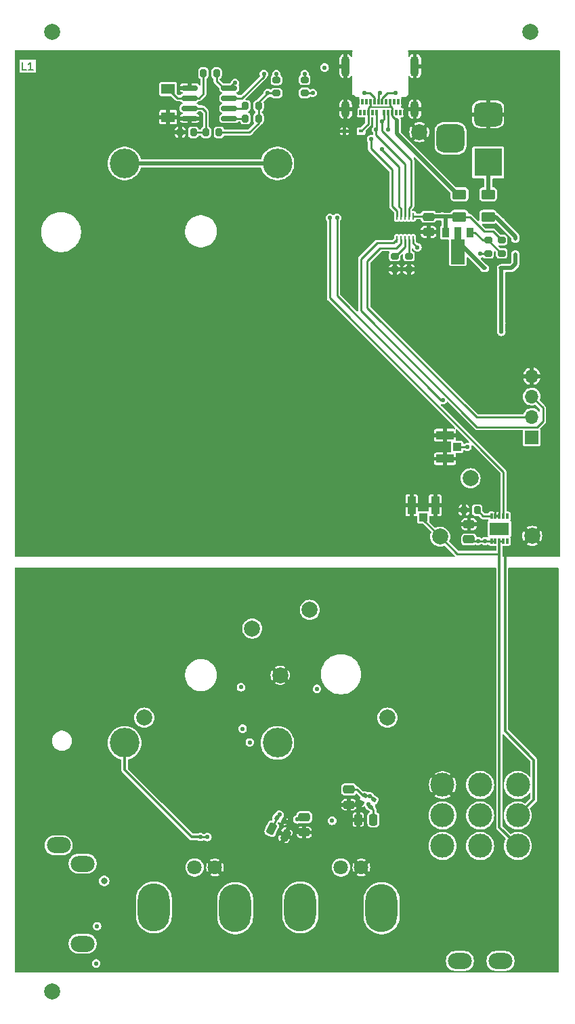
<source format=gbr>
%TF.GenerationSoftware,KiCad,Pcbnew,8.0.5+dfsg-1*%
%TF.CreationDate,2024-09-25T11:52:26+01:00*%
%TF.ProjectId,low-noise-power-probe-panel,6c6f772d-6e6f-4697-9365-2d706f776572,rev?*%
%TF.SameCoordinates,Original*%
%TF.FileFunction,Copper,L1,Top*%
%TF.FilePolarity,Positive*%
%FSLAX46Y46*%
G04 Gerber Fmt 4.6, Leading zero omitted, Abs format (unit mm)*
G04 Created by KiCad (PCBNEW 8.0.5+dfsg-1) date 2024-09-25 11:52:26*
%MOMM*%
%LPD*%
G01*
G04 APERTURE LIST*
G04 Aperture macros list*
%AMRoundRect*
0 Rectangle with rounded corners*
0 $1 Rounding radius*
0 $2 $3 $4 $5 $6 $7 $8 $9 X,Y pos of 4 corners*
0 Add a 4 corners polygon primitive as box body*
4,1,4,$2,$3,$4,$5,$6,$7,$8,$9,$2,$3,0*
0 Add four circle primitives for the rounded corners*
1,1,$1+$1,$2,$3*
1,1,$1+$1,$4,$5*
1,1,$1+$1,$6,$7*
1,1,$1+$1,$8,$9*
0 Add four rect primitives between the rounded corners*
20,1,$1+$1,$2,$3,$4,$5,0*
20,1,$1+$1,$4,$5,$6,$7,0*
20,1,$1+$1,$6,$7,$8,$9,0*
20,1,$1+$1,$8,$9,$2,$3,0*%
%AMFreePoly0*
4,1,9,3.862500,-0.866500,0.737500,-0.866500,0.737500,-0.450000,-0.737500,-0.450000,-0.737500,0.450000,0.737500,0.450000,0.737500,0.866500,3.862500,0.866500,3.862500,-0.866500,3.862500,-0.866500,$1*%
G04 Aperture macros list end*
%ADD10C,0.150000*%
%TA.AperFunction,NonConductor*%
%ADD11C,0.150000*%
%TD*%
%TA.AperFunction,SMDPad,CuDef*%
%ADD12C,2.000000*%
%TD*%
%TA.AperFunction,SMDPad,CuDef*%
%ADD13R,0.600000X0.450000*%
%TD*%
%TA.AperFunction,SMDPad,CuDef*%
%ADD14RoundRect,0.112500X0.187500X0.112500X-0.187500X0.112500X-0.187500X-0.112500X0.187500X-0.112500X0*%
%TD*%
%TA.AperFunction,ComponentPad*%
%ADD15C,3.000000*%
%TD*%
%TA.AperFunction,ComponentPad*%
%ADD16O,3.000000X2.000000*%
%TD*%
%TA.AperFunction,SMDPad,CuDef*%
%ADD17RoundRect,0.200000X0.200000X0.275000X-0.200000X0.275000X-0.200000X-0.275000X0.200000X-0.275000X0*%
%TD*%
%TA.AperFunction,SMDPad,CuDef*%
%ADD18R,1.700000X1.300000*%
%TD*%
%TA.AperFunction,SMDPad,CuDef*%
%ADD19R,1.050000X2.200000*%
%TD*%
%TA.AperFunction,SMDPad,CuDef*%
%ADD20R,1.000000X1.050000*%
%TD*%
%TA.AperFunction,SMDPad,CuDef*%
%ADD21RoundRect,0.200000X-0.200000X-0.275000X0.200000X-0.275000X0.200000X0.275000X-0.200000X0.275000X0*%
%TD*%
%TA.AperFunction,SMDPad,CuDef*%
%ADD22RoundRect,0.140000X0.094906X-0.198728X0.213239X0.055038X-0.094906X0.198728X-0.213239X-0.055038X0*%
%TD*%
%TA.AperFunction,ComponentPad*%
%ADD23C,3.700000*%
%TD*%
%TA.AperFunction,SMDPad,CuDef*%
%ADD24RoundRect,0.112500X0.112500X-0.187500X0.112500X0.187500X-0.112500X0.187500X-0.112500X-0.187500X0*%
%TD*%
%TA.AperFunction,SMDPad,CuDef*%
%ADD25R,0.300000X0.650000*%
%TD*%
%TA.AperFunction,SMDPad,CuDef*%
%ADD26R,2.480000X1.550000*%
%TD*%
%TA.AperFunction,SMDPad,CuDef*%
%ADD27RoundRect,0.140000X0.198728X0.094906X-0.055038X0.213239X-0.198728X-0.094906X0.055038X-0.213239X0*%
%TD*%
%TA.AperFunction,SMDPad,CuDef*%
%ADD28RoundRect,0.200000X-0.275000X0.200000X-0.275000X-0.200000X0.275000X-0.200000X0.275000X0.200000X0*%
%TD*%
%TA.AperFunction,SMDPad,CuDef*%
%ADD29RoundRect,0.250000X-0.475000X0.250000X-0.475000X-0.250000X0.475000X-0.250000X0.475000X0.250000X0*%
%TD*%
%TA.AperFunction,SMDPad,CuDef*%
%ADD30RoundRect,0.250000X-0.625000X0.375000X-0.625000X-0.375000X0.625000X-0.375000X0.625000X0.375000X0*%
%TD*%
%TA.AperFunction,SMDPad,CuDef*%
%ADD31RoundRect,0.150000X-0.825000X-0.150000X0.825000X-0.150000X0.825000X0.150000X-0.825000X0.150000X0*%
%TD*%
%TA.AperFunction,ComponentPad*%
%ADD32R,1.700000X1.700000*%
%TD*%
%TA.AperFunction,ComponentPad*%
%ADD33O,1.700000X1.700000*%
%TD*%
%TA.AperFunction,SMDPad,CuDef*%
%ADD34RoundRect,0.250000X-0.250000X-0.475000X0.250000X-0.475000X0.250000X0.475000X-0.250000X0.475000X0*%
%TD*%
%TA.AperFunction,SMDPad,CuDef*%
%ADD35R,2.200000X1.050000*%
%TD*%
%TA.AperFunction,SMDPad,CuDef*%
%ADD36R,1.050000X1.000000*%
%TD*%
%TA.AperFunction,ComponentPad*%
%ADD37O,4.000000X6.000000*%
%TD*%
%TA.AperFunction,ComponentPad*%
%ADD38C,1.800000*%
%TD*%
%TA.AperFunction,ComponentPad*%
%ADD39R,3.500000X3.500000*%
%TD*%
%TA.AperFunction,ComponentPad*%
%ADD40RoundRect,0.750000X-1.000000X0.750000X-1.000000X-0.750000X1.000000X-0.750000X1.000000X0.750000X0*%
%TD*%
%TA.AperFunction,ComponentPad*%
%ADD41RoundRect,0.875000X-0.875000X0.875000X-0.875000X-0.875000X0.875000X-0.875000X0.875000X0.875000X0*%
%TD*%
%TA.AperFunction,SMDPad,CuDef*%
%ADD42RoundRect,0.062500X-0.062500X0.362500X-0.062500X-0.362500X0.062500X-0.362500X0.062500X0.362500X0*%
%TD*%
%TA.AperFunction,HeatsinkPad*%
%ADD43R,2.380000X1.650000*%
%TD*%
%TA.AperFunction,SMDPad,CuDef*%
%ADD44R,0.300000X0.700000*%
%TD*%
%TA.AperFunction,SMDPad,CuDef*%
%ADD45R,1.000000X0.700000*%
%TD*%
%TA.AperFunction,ComponentPad*%
%ADD46O,1.100000X2.100000*%
%TD*%
%TA.AperFunction,ComponentPad*%
%ADD47O,1.100000X2.600000*%
%TD*%
%TA.AperFunction,SMDPad,CuDef*%
%ADD48RoundRect,0.250000X0.475000X-0.250000X0.475000X0.250000X-0.475000X0.250000X-0.475000X-0.250000X0*%
%TD*%
%TA.AperFunction,SMDPad,CuDef*%
%ADD49RoundRect,0.200000X0.275000X-0.200000X0.275000X0.200000X-0.275000X0.200000X-0.275000X-0.200000X0*%
%TD*%
%TA.AperFunction,SMDPad,CuDef*%
%ADD50R,0.900000X1.300000*%
%TD*%
%TA.AperFunction,SMDPad,CuDef*%
%ADD51FreePoly0,270.000000*%
%TD*%
%TA.AperFunction,SMDPad,CuDef*%
%ADD52RoundRect,0.250000X-0.427321X-0.324842X0.025833X-0.536151X0.427321X0.324842X-0.025833X0.536151X0*%
%TD*%
%TA.AperFunction,ComponentPad*%
%ADD53C,2.000000*%
%TD*%
%TA.AperFunction,ViaPad*%
%ADD54C,0.550000*%
%TD*%
%TA.AperFunction,ViaPad*%
%ADD55C,0.800000*%
%TD*%
%TA.AperFunction,Conductor*%
%ADD56C,0.234000*%
%TD*%
%TA.AperFunction,Conductor*%
%ADD57C,0.300000*%
%TD*%
%TA.AperFunction,Conductor*%
%ADD58C,0.500000*%
%TD*%
%TA.AperFunction,Conductor*%
%ADD59C,0.200000*%
%TD*%
G04 APERTURE END LIST*
D10*
D11*
X176833333Y-27254819D02*
X176357143Y-27254819D01*
X176357143Y-27254819D02*
X176357143Y-26254819D01*
X177690476Y-27254819D02*
X177119048Y-27254819D01*
X177404762Y-27254819D02*
X177404762Y-26254819D01*
X177404762Y-26254819D02*
X177309524Y-26397676D01*
X177309524Y-26397676D02*
X177214286Y-26492914D01*
X177214286Y-26492914D02*
X177119048Y-26540533D01*
D12*
%TO.P,KiKit_FID_T_3,*%
%TO.N,*%
X180100000Y-142300000D03*
%TD*%
D13*
%TO.P,D14,1,K*%
%TO.N,Board_0-Net-(D14-K)*%
X218700000Y-34875000D03*
%TO.P,D14,2,A*%
%TO.N,Board_0-/USB_VGND*%
X216600000Y-34875000D03*
%TD*%
D14*
%TO.P,D8,1,K*%
%TO.N,Board_0-/V_UNREG*%
X236250000Y-51975000D03*
%TO.P,D8,2,A*%
%TO.N,Board_0-Net-(D8-A)*%
X234150000Y-51975000D03*
%TD*%
D15*
%TO.P,SW1,1,A*%
%TO.N,Board_0-/+V_BATCHG*%
X238300000Y-124120000D03*
%TO.P,SW1,2,B*%
%TO.N,Board_0-Net-(BT1A-+)*%
X233600000Y-124120000D03*
%TO.P,SW1,3,C*%
%TO.N,Board_0-/+V_BAT*%
X228900000Y-124120000D03*
%TO.P,SW1,4,A*%
%TO.N,Board_0-/USB_VGND*%
X238300000Y-120310000D03*
%TO.P,SW1,5,B*%
%TO.N,Board_0-Net-(BT1B--)*%
X233600000Y-120310000D03*
%TO.P,SW1,6,C*%
%TO.N,Board_0-/-V_BAT*%
X228900000Y-120310000D03*
%TO.P,SW1,7,A*%
%TO.N,Board_0-unconnected-(SW1C-A-Pad7)*%
X238300000Y-116500000D03*
%TO.P,SW1,8,B*%
%TO.N,Board_0-Net-(BT1A--)*%
X233600000Y-116500000D03*
%TO.P,SW1,9,C*%
%TO.N,Board_0-/PROBE_VGND*%
X228900000Y-116500000D03*
D16*
%TO.P,SW1,10*%
%TO.N,N/C*%
X231060000Y-138470000D03*
%TO.P,SW1,11*%
X236140000Y-138470000D03*
%TD*%
D17*
%TO.P,R22,1*%
%TO.N,Board_0-/USB_VBUS*%
X200950000Y-35025000D03*
%TO.P,R22,2*%
%TO.N,Board_0-Net-(U8--)*%
X199300000Y-35025000D03*
%TD*%
D18*
%TO.P,D2,1,K*%
%TO.N,Board_0-Net-(D2-K)*%
X194600000Y-29625000D03*
%TO.P,D2,2,A*%
%TO.N,Board_0-/USB_VGND*%
X194600000Y-33125000D03*
%TD*%
D19*
%TO.P,TP17,1,GND*%
%TO.N,Board_0-/USB_VGND*%
X227975000Y-81555000D03*
%TO.P,TP17,2,GND*%
X225025000Y-81555000D03*
D20*
%TO.P,TP17,FEED,SIGNAL*%
%TO.N,Board_0-/+V_BATCHG*%
X226500000Y-83080000D03*
%TD*%
D21*
%TO.P,R19,1*%
%TO.N,Board_0-Net-(U8-STRB)*%
X204250000Y-31725000D03*
%TO.P,R19,2*%
%TO.N,Board_0-/USB_VBUS*%
X205900000Y-31725000D03*
%TD*%
D22*
%TO.P,C24,1*%
%TO.N,Board_0-/PROBE_VGND*%
X218797143Y-118710028D03*
%TO.P,C24,2*%
%TO.N,Board_0-+2V5*%
X219202857Y-117839972D03*
%TD*%
D23*
%TO.P,BT1,1,+*%
%TO.N,Board_0-Net-(BT1A-+)*%
X189150000Y-111250000D03*
%TO.P,BT1,2,-*%
%TO.N,Board_0-Net-(BT1A--)*%
X189150000Y-38900000D03*
%TO.P,BT1,3,-*%
%TO.N,Board_0-Net-(BT1B--)*%
X208250000Y-111250000D03*
%TO.P,BT1,4,+*%
%TO.N,Board_0-Net-(BT1A--)*%
X208250000Y-38900000D03*
%TD*%
D24*
%TO.P,D7,1,K*%
%TO.N,Board_0-/V_UNREG*%
X238000000Y-50325000D03*
%TO.P,D7,2,A*%
%TO.N,Board_0-Net-(D15-A)*%
X238000000Y-48225000D03*
%TD*%
D12*
%TO.P,KiKit_FID_T_2,*%
%TO.N,*%
X239900000Y-22500000D03*
%TD*%
D17*
%TO.P,R24,1*%
%TO.N,Board_0-Net-(U8--)*%
X197750000Y-35025000D03*
%TO.P,R24,2*%
%TO.N,Board_0-/USB_VGND*%
X196100000Y-35025000D03*
%TD*%
D25*
%TO.P,U4,1,VDD*%
%TO.N,Board_0-/V_UNREG*%
X235000000Y-86050000D03*
%TO.P,U4,2,VDD*%
X235500000Y-86050000D03*
%TO.P,U4,3,VBAT*%
%TO.N,Board_0-/+V_BATCHG*%
X236000000Y-86050000D03*
%TO.P,U4,4,VBAT*%
X236500000Y-86050000D03*
%TO.P,U4,5,NC*%
%TO.N,Board_0-unconnected-(U4-NC-Pad5)*%
X237000000Y-86050000D03*
%TO.P,U4,6,NC*%
%TO.N,Board_0-unconnected-(U4-NC-Pad6)*%
X237000000Y-82950000D03*
%TO.P,U4,7,STAT*%
%TO.N,Board_0-/CHARGE_STAT*%
X236500000Y-82950000D03*
%TO.P,U4,8,VSS*%
%TO.N,Board_0-/USB_VGND*%
X236000000Y-82950000D03*
%TO.P,U4,9,VSS*%
X235500000Y-82950000D03*
%TO.P,U4,10,PROG*%
%TO.N,Board_0-Net-(U4-PROG)*%
X235000000Y-82950000D03*
D26*
%TO.P,U4,11,PAD*%
%TO.N,Board_0-unconnected-(U4-PAD-Pad11)*%
X236000000Y-84500000D03*
%TD*%
D27*
%TO.P,C21,1*%
%TO.N,Board_0-/PROBE_VGND*%
X209035028Y-120977857D03*
%TO.P,C21,2*%
%TO.N,Board_0-+2V5*%
X208164972Y-120572143D03*
%TD*%
D28*
%TO.P,R8,1*%
%TO.N,Board_0-Net-(D5-K)*%
X211650000Y-28450000D03*
%TO.P,R8,2*%
%TO.N,Board_0-/CHARGE_STAT*%
X211650000Y-30100000D03*
%TD*%
D29*
%TO.P,C14,1*%
%TO.N,Board_0-/USB_VBUS*%
X227150000Y-45550000D03*
%TO.P,C14,2*%
%TO.N,Board_0-/USB_VGND*%
X227150000Y-47450000D03*
%TD*%
D30*
%TO.P,F2,1*%
%TO.N,Board_0-Net-(D14-K)*%
X231000000Y-42775000D03*
%TO.P,F2,2*%
%TO.N,Board_0-/USB_VBUS*%
X231000000Y-45575000D03*
%TD*%
D31*
%TO.P,U8,1,GND*%
%TO.N,Board_0-/USB_VGND*%
X197275000Y-29470000D03*
%TO.P,U8,2,+*%
%TO.N,Board_0-Net-(D2-K)*%
X197275000Y-30740000D03*
%TO.P,U8,3,-*%
%TO.N,Board_0-Net-(U8--)*%
X197275000Y-32010000D03*
%TO.P,U8,4,V-*%
%TO.N,Board_0-/USB_VGND*%
X197275000Y-33280000D03*
%TO.P,U8,5,BAL*%
%TO.N,Board_0-Net-(U8-BAL)*%
X202225000Y-33280000D03*
%TO.P,U8,6,STRB*%
%TO.N,Board_0-Net-(U8-STRB)*%
X202225000Y-32010000D03*
%TO.P,U8,7*%
%TO.N,Board_0-Net-(D1-K)*%
X202225000Y-30740000D03*
%TO.P,U8,8,V+*%
%TO.N,Board_0-/USB_VBUS*%
X202225000Y-29470000D03*
%TD*%
D32*
%TO.P,J5,1,Pin_1*%
%TO.N,Board_0-Net-(J5-Pin_1)*%
X240050000Y-73100000D03*
D33*
%TO.P,J5,2,Pin_2*%
%TO.N,Board_0-/SCL*%
X240050000Y-70560000D03*
%TO.P,J5,3,Pin_3*%
%TO.N,Board_0-/SDA*%
X240050000Y-68020000D03*
%TO.P,J5,4,Pin_4*%
%TO.N,Board_0-/USB_VGND*%
X240050000Y-65480000D03*
%TD*%
D30*
%TO.P,F1,1*%
%TO.N,Board_0-Net-(F1-Pad1)*%
X234600000Y-42775000D03*
%TO.P,F1,2*%
%TO.N,Board_0-Net-(D15-A)*%
X234600000Y-45575000D03*
%TD*%
D34*
%TO.P,C30,1*%
%TO.N,Board_0-/PROBE_VGND*%
X218350000Y-120825000D03*
%TO.P,C30,2*%
%TO.N,Board_0--2V5*%
X220250000Y-120825000D03*
%TD*%
D35*
%TO.P,TP16,1,GND*%
%TO.N,Board_0-/USB_VGND*%
X229200000Y-72825000D03*
%TO.P,TP16,2,GND*%
X229200000Y-75775000D03*
D36*
%TO.P,TP16,FEED,SIGNAL*%
%TO.N,Board_0-/V_UNREG*%
X230725000Y-74300000D03*
%TD*%
D37*
%TO.P,J1,*%
%TO.N,*%
X202980000Y-131880000D03*
X192820000Y-131780000D03*
D38*
%TO.P,J1,1,In*%
%TO.N,Board_0-Net-(J1-In)*%
X197900000Y-126800000D03*
%TO.P,J1,2,Ext*%
%TO.N,Board_0-/PROBE_VGND*%
X200440000Y-126800000D03*
%TD*%
D21*
%TO.P,R18,1*%
%TO.N,Board_0-Net-(U8-BAL)*%
X204250000Y-33275000D03*
%TO.P,R18,2*%
%TO.N,Board_0-/USB_VBUS*%
X205900000Y-33275000D03*
%TD*%
D39*
%TO.P,J3,1*%
%TO.N,Board_0-Net-(F1-Pad1)*%
X234600000Y-38775000D03*
D40*
%TO.P,J3,2*%
%TO.N,Board_0-/USB_VGND*%
X234600000Y-32775000D03*
D41*
%TO.P,J3,3*%
%TO.N,Board_0-unconnected-(J3-Pad3)*%
X229900000Y-35775000D03*
%TD*%
D17*
%TO.P,R23,1*%
%TO.N,Board_0-/USB_VBUS*%
X200650000Y-27625000D03*
%TO.P,R23,2*%
%TO.N,Board_0-Net-(D2-K)*%
X199000000Y-27625000D03*
%TD*%
D42*
%TO.P,U6,1,VIN*%
%TO.N,Board_0-/USB_VBUS*%
X225200000Y-45500000D03*
%TO.P,U6,2,D+*%
%TO.N,Board_0-/USB_D+*%
X224700000Y-45500000D03*
%TO.P,U6,3,D-*%
%TO.N,Board_0-/USB_D-*%
X224200000Y-45500000D03*
%TO.P,U6,4,CC1*%
%TO.N,Board_0-/USB_CC1*%
X223700000Y-45500000D03*
%TO.P,U6,5,CC2*%
%TO.N,Board_0-/USB_CC2*%
X223200000Y-45500000D03*
%TO.P,U6,6,SDA*%
%TO.N,Board_0-/SDA*%
X223200000Y-48400000D03*
%TO.P,U6,7,SCL*%
%TO.N,Board_0-/SCL*%
X223700000Y-48400000D03*
%TO.P,U6,8,VSET*%
%TO.N,Board_0-Net-(U6-VSET)*%
X224200000Y-48400000D03*
%TO.P,U6,9,ISET*%
%TO.N,Board_0-Net-(U6-ISET)*%
X224700000Y-48400000D03*
%TO.P,U6,10,GATE*%
%TO.N,Board_0-Net-(U6-GATE)*%
X225200000Y-48400000D03*
D43*
%TO.P,U6,11,GND*%
%TO.N,Board_0-/USB_VGND*%
X224200000Y-46950000D03*
%TD*%
D44*
%TO.P,J4,A1,GND*%
%TO.N,Board_0-/USB_VGND*%
X224109483Y-32535000D03*
%TO.P,J4,A2,TX1+*%
%TO.N,Board_0-unconnected-(J4-TX1+-PadA2)*%
X223609483Y-32535000D03*
%TO.P,J4,A3,TX1-*%
%TO.N,Board_0-unconnected-(J4-TX1--PadA3)*%
X223109483Y-32535000D03*
%TO.P,J4,A4,VBUS*%
%TO.N,Board_0-Net-(D14-K)*%
X222609483Y-32535000D03*
%TO.P,J4,A5,CC1*%
%TO.N,Board_0-/USB_CC1*%
X222109483Y-32535000D03*
%TO.P,J4,A6,D+*%
%TO.N,Board_0-/USB_D+*%
X221609483Y-32535000D03*
%TO.P,J4,A7,D-*%
%TO.N,Board_0-/USB_D-*%
X220609483Y-32535000D03*
%TO.P,J4,A8,SBU1*%
%TO.N,Board_0-unconnected-(J4-SBU1-PadA8)*%
X220109483Y-32535000D03*
%TO.P,J4,A9,VBUS*%
%TO.N,Board_0-Net-(D14-K)*%
X219609483Y-32535000D03*
%TO.P,J4,A10,RX2-*%
%TO.N,Board_0-unconnected-(J4-RX2--PadA10)*%
X219109483Y-32535000D03*
%TO.P,J4,A11,RX2+*%
%TO.N,Board_0-unconnected-(J4-RX2+-PadA11)*%
X218609483Y-32535000D03*
%TO.P,J4,A12,GND*%
%TO.N,Board_0-/USB_VGND*%
X218109483Y-32535000D03*
D45*
%TO.P,J4,B1,GND*%
X218009483Y-31235000D03*
D44*
%TO.P,J4,B2,TX2+*%
%TO.N,Board_0-unconnected-(J4-TX2+-PadB2)*%
X218859483Y-31235000D03*
%TO.P,J4,B3,TX2-*%
%TO.N,Board_0-unconnected-(J4-TX2--PadB3)*%
X219359483Y-31235000D03*
%TO.P,J4,B4,VBUS*%
%TO.N,Board_0-Net-(D14-K)*%
X219859483Y-31235000D03*
%TO.P,J4,B5,CC2*%
%TO.N,Board_0-/USB_CC2*%
X220359483Y-31235000D03*
%TO.P,J4,B6,D+*%
%TO.N,Board_0-/USB_D+*%
X220859483Y-31235000D03*
%TO.P,J4,B7,D-*%
%TO.N,Board_0-/USB_D-*%
X221359483Y-31235000D03*
%TO.P,J4,B8,SBU2*%
%TO.N,Board_0-unconnected-(J4-SBU2-PadB8)*%
X221859483Y-31235000D03*
%TO.P,J4,B9,VBUS*%
%TO.N,Board_0-Net-(D14-K)*%
X222359483Y-31235000D03*
%TO.P,J4,B10,RX1-*%
%TO.N,Board_0-unconnected-(J4-RX1--PadB10)*%
X222859483Y-31235000D03*
%TO.P,J4,B11,RX1+*%
%TO.N,Board_0-unconnected-(J4-RX1+-PadB11)*%
X223359483Y-31235000D03*
D45*
%TO.P,J4,B12,GND*%
%TO.N,Board_0-/USB_VGND*%
X224209483Y-31235000D03*
D46*
%TO.P,J4,S1,SHIELD*%
X225429483Y-32125000D03*
D47*
X225429483Y-26765000D03*
D46*
X216789483Y-32125000D03*
D47*
X216789483Y-26765000D03*
%TD*%
D22*
%TO.P,C4,1*%
%TO.N,Board_0--2V5*%
X219872143Y-119210028D03*
%TO.P,C4,2*%
%TO.N,Board_0-+2V5*%
X220277857Y-118339972D03*
%TD*%
D28*
%TO.P,R10,1*%
%TO.N,Board_0-/USB_VBUS*%
X236300000Y-48475000D03*
%TO.P,R10,2*%
%TO.N,Board_0-Net-(Q1-G)*%
X236300000Y-50125000D03*
%TD*%
%TO.P,R14,1*%
%TO.N,Board_0-Net-(U6-VSET)*%
X222900000Y-50475000D03*
%TO.P,R14,2*%
%TO.N,Board_0-/USB_VGND*%
X222900000Y-52125000D03*
%TD*%
D48*
%TO.P,C28,1*%
%TO.N,Board_0-/PROBE_VGND*%
X211600000Y-122425000D03*
%TO.P,C28,2*%
%TO.N,Board_0--2V5*%
X211600000Y-120525000D03*
%TD*%
D37*
%TO.P,J2,*%
%TO.N,*%
X221280000Y-131880000D03*
X211120000Y-131780000D03*
D38*
%TO.P,J2,1,In*%
%TO.N,Board_0-Net-(J2-In)*%
X216200000Y-126800000D03*
%TO.P,J2,2,Ext*%
%TO.N,Board_0-/PROBE_VGND*%
X218740000Y-126800000D03*
%TD*%
D29*
%TO.P,C29,1*%
%TO.N,Board_0-+2V5*%
X217200000Y-117075000D03*
%TO.P,C29,2*%
%TO.N,Board_0-/PROBE_VGND*%
X217200000Y-118975000D03*
%TD*%
D49*
%TO.P,R21,1*%
%TO.N,Board_0-/USB_VBUS*%
X208125000Y-30125000D03*
%TO.P,R21,2*%
%TO.N,Board_0-Net-(D1-A)*%
X208125000Y-28475000D03*
%TD*%
D16*
%TO.P,RV1,1,1*%
%TO.N,Board_0-Net-(R16-Pad2)*%
X183900000Y-136325000D03*
%TO.P,RV1,2,2*%
%TO.N,Board_0-Net-(C2-Pad2)*%
X180900000Y-124025000D03*
%TO.P,RV1,3,3*%
%TO.N,Board_0-Net-(R17-Pad1)*%
X183900000Y-126325000D03*
%TD*%
D17*
%TO.P,R9,1*%
%TO.N,Board_0-Net-(U4-PROG)*%
X233225000Y-82200000D03*
%TO.P,R9,2*%
%TO.N,Board_0-/USB_VGND*%
X231575000Y-82200000D03*
%TD*%
D50*
%TO.P,Q1,1,G*%
%TO.N,Board_0-Net-(Q1-G)*%
X232300000Y-47500000D03*
D51*
%TO.P,Q1,2,D*%
%TO.N,Board_0-Net-(D8-A)*%
X230800000Y-47587500D03*
D50*
%TO.P,Q1,3,S*%
%TO.N,Board_0-/USB_VBUS*%
X229300000Y-47500000D03*
%TD*%
D12*
%TO.P,KiKit_FID_T_1,*%
%TO.N,*%
X180100000Y-22500000D03*
%TD*%
D48*
%TO.P,C9,1*%
%TO.N,Board_0-/V_UNREG*%
X232200000Y-85850000D03*
%TO.P,C9,2*%
%TO.N,Board_0-/USB_VGND*%
X232200000Y-83950000D03*
%TD*%
D49*
%TO.P,R12,1*%
%TO.N,Board_0-Net-(U6-GATE)*%
X234600000Y-50125000D03*
%TO.P,R12,2*%
%TO.N,Board_0-Net-(Q1-G)*%
X234600000Y-48475000D03*
%TD*%
D28*
%TO.P,R13,1*%
%TO.N,Board_0-Net-(U6-ISET)*%
X224700000Y-50475000D03*
%TO.P,R13,2*%
%TO.N,Board_0-/USB_VGND*%
X224700000Y-52125000D03*
%TD*%
D52*
%TO.P,C27,1*%
%TO.N,Board_0-+2V5*%
X207539009Y-121973513D03*
%TO.P,C27,2*%
%TO.N,Board_0-/PROBE_VGND*%
X209260991Y-122776487D03*
%TD*%
D53*
%TO.P,TP9,1,1*%
%TO.N,Board_0--2V5*%
X222000000Y-108100000D03*
%TD*%
%TO.P,TP2,1,1*%
%TO.N,Board_0-/+V_BATCHG*%
X228600000Y-85500000D03*
%TD*%
%TO.P,TP1,1,1*%
%TO.N,Board_0-/V_UNREG*%
X232400000Y-78200000D03*
%TD*%
%TO.P,TP7,1,1*%
%TO.N,Board_0-/PROBE_VGND*%
X208600000Y-102800000D03*
%TD*%
%TO.P,TP21,1,1*%
%TO.N,Board_0-/USB_VGND*%
X226000000Y-35000000D03*
%TD*%
%TO.P,TP8,1,1*%
%TO.N,Board_0-/-V_BAT*%
X212300000Y-94632500D03*
%TD*%
%TO.P,TP3,1,1*%
%TO.N,Board_0-/+V_BAT*%
X205100000Y-96975000D03*
%TD*%
%TO.P,TP4,1,1*%
%TO.N,Board_0-+2V5*%
X191600000Y-108100000D03*
%TD*%
%TO.P,TP12,1,1*%
%TO.N,Board_0-/USB_VGND*%
X240100000Y-85400000D03*
%TD*%
D54*
%TO.N,Board_0-+2V5*%
X219831443Y-117893557D03*
D55*
X186600000Y-128475000D03*
D54*
X208500000Y-120225000D03*
X203900000Y-109475000D03*
%TO.N,Board_0--2V5*%
X210729780Y-120803969D03*
X185700000Y-134125000D03*
X219590000Y-118878722D03*
X204800000Y-111175000D03*
%TO.N,Board_0-/+V_BAT*%
X203700000Y-104300000D03*
%TO.N,Board_0-/-V_BAT*%
X213200000Y-104500000D03*
%TO.N,Board_0-/CHARGE_STAT*%
X214800000Y-45700000D03*
X212675000Y-30100000D03*
%TO.N,Board_0-/PROBE_VGND*%
X196000000Y-127000000D03*
X226100000Y-110500000D03*
X237865476Y-91825000D03*
X206250000Y-107550000D03*
X215300000Y-125100000D03*
X217000000Y-105500000D03*
X232865476Y-91825000D03*
X235400000Y-131100000D03*
X214300000Y-126900000D03*
X216100000Y-128450000D03*
X207850000Y-135775000D03*
X232865476Y-111825000D03*
X187865476Y-96825000D03*
X189562472Y-124162472D03*
X210814410Y-122150000D03*
X217865476Y-131825000D03*
X204200000Y-125700000D03*
X197250000Y-124950000D03*
X210450000Y-105525000D03*
X198500000Y-124900000D03*
X177550000Y-138700000D03*
X235200000Y-136900000D03*
X187927000Y-128465056D03*
X242200000Y-136825000D03*
X212050000Y-125775000D03*
X182865476Y-96825000D03*
X242200000Y-106825000D03*
X242200000Y-126825000D03*
X182865476Y-101825000D03*
X227865476Y-106825000D03*
X191700000Y-124175000D03*
X197865476Y-131825000D03*
X232500000Y-136900000D03*
X227865476Y-101825000D03*
X185575000Y-130475000D03*
X222900000Y-138700000D03*
X205100000Y-106700000D03*
X200575000Y-124000000D03*
X205100000Y-119525000D03*
X227865476Y-91825000D03*
X206600000Y-125675000D03*
X200600000Y-114775000D03*
X217400000Y-127950000D03*
X237865476Y-136825000D03*
X187865476Y-91825000D03*
X196225000Y-125725000D03*
X201800000Y-125700000D03*
X192865476Y-91825000D03*
X217900000Y-138700000D03*
X221100000Y-112800000D03*
X177600000Y-101825000D03*
X182865476Y-131825000D03*
X227865476Y-96825000D03*
X177550000Y-128700000D03*
X189600000Y-138700000D03*
X222865476Y-96825000D03*
X196575000Y-128150000D03*
X194200000Y-124175000D03*
X182865476Y-106825000D03*
X217900000Y-135775000D03*
X180600000Y-114775000D03*
X222900000Y-135775000D03*
X185600000Y-119125000D03*
X237865476Y-101825000D03*
X185600000Y-114775000D03*
X206250000Y-105800000D03*
X197600000Y-138700000D03*
X227900000Y-135775000D03*
X205600000Y-114775000D03*
X197865476Y-96825000D03*
X202850000Y-138700000D03*
X232865476Y-101825000D03*
X223500000Y-113100000D03*
X192850000Y-138700000D03*
X177600000Y-106825000D03*
X207850000Y-138700000D03*
X197800000Y-128600000D03*
X190700000Y-119075000D03*
X189600000Y-135775000D03*
X217865476Y-96825000D03*
X227900000Y-138700000D03*
X214875000Y-128000000D03*
X232865476Y-106825000D03*
X240600000Y-134500000D03*
X187865476Y-101825000D03*
X222865476Y-91825000D03*
X214400000Y-125700000D03*
X202850000Y-135775000D03*
X222865476Y-126825000D03*
X217500000Y-125200000D03*
X222865476Y-101825000D03*
X221900000Y-120275000D03*
X183500000Y-122875000D03*
X227865476Y-111825000D03*
X182865476Y-111825000D03*
X242200000Y-91825000D03*
X186300000Y-122875000D03*
X177600000Y-91825000D03*
X200700000Y-119100000D03*
X242200000Y-111825000D03*
X207865476Y-91825000D03*
X204475000Y-123125000D03*
X197600000Y-135775000D03*
X210200000Y-119375000D03*
X226700000Y-121475000D03*
X193800000Y-109600000D03*
X194200000Y-122344996D03*
X177600000Y-111825000D03*
X197865476Y-106825000D03*
X227865476Y-131825000D03*
X242200000Y-101825000D03*
X242200000Y-96825000D03*
X236000000Y-125700000D03*
X177600000Y-96825000D03*
X192850000Y-135775000D03*
X177550000Y-123700000D03*
X187865476Y-106825000D03*
X207865476Y-96825000D03*
X193200000Y-127925000D03*
X237865476Y-96825000D03*
X182865476Y-91825000D03*
X239600000Y-126700000D03*
X212865476Y-91825000D03*
X193400000Y-106750000D03*
X222865476Y-111825000D03*
X190600000Y-114775000D03*
X237600000Y-131100000D03*
X211100000Y-127275000D03*
X205300000Y-117800000D03*
X216000000Y-122375000D03*
X192865476Y-101825000D03*
X210525000Y-103975000D03*
X212900000Y-138700000D03*
X225600000Y-114775000D03*
X191700000Y-122344996D03*
X202865476Y-91825000D03*
X209000000Y-127275000D03*
X224400000Y-122675000D03*
X199100000Y-128100000D03*
X197865476Y-91825000D03*
X195600000Y-114775000D03*
X216100000Y-97900000D03*
X195500000Y-119100000D03*
X232865476Y-96825000D03*
X237865476Y-106825000D03*
X212900000Y-135775000D03*
X217865476Y-91825000D03*
X192865476Y-96825000D03*
X199700000Y-106875000D03*
X224800000Y-130300000D03*
X219700000Y-109600000D03*
X196600000Y-124175000D03*
X208150000Y-106900000D03*
X218200000Y-118775000D03*
X180600000Y-119125000D03*
X213500000Y-125100000D03*
X207865476Y-131825000D03*
X180600000Y-134775000D03*
X180600000Y-129775000D03*
X202100000Y-106600000D03*
%TO.N,Board_0-/USB_CC1*%
X221300000Y-37100000D03*
X222100000Y-34675000D03*
%TO.N,Board_0-/USB_CC2*%
X219150000Y-30075004D03*
X219950000Y-35850000D03*
%TO.N,Board_0-/USB_D+*%
X221346037Y-33621037D03*
X221099994Y-30075000D03*
%TO.N,Board_0-/USB_D-*%
X220600000Y-34675000D03*
X223050000Y-30075000D03*
%TO.N,Board_0-/USB_VBUS*%
X228850000Y-45545000D03*
X207050000Y-30125000D03*
X202945000Y-28830000D03*
%TO.N,Board_0-/USB_VGND*%
X182865476Y-71825000D03*
X237865476Y-26825000D03*
X202865476Y-56825000D03*
X187865476Y-31825000D03*
X218100000Y-33450000D03*
X197865476Y-81825000D03*
X233500000Y-35775000D03*
X197865476Y-86825000D03*
X242200000Y-51825000D03*
X207865476Y-76825000D03*
X242200000Y-76825000D03*
X237865476Y-31825000D03*
X207865476Y-71825000D03*
X237865476Y-81825000D03*
X225000000Y-79600000D03*
X207865476Y-46825000D03*
X227865476Y-31825000D03*
X197865476Y-76825000D03*
X182865476Y-26825000D03*
X242200000Y-36825000D03*
X202865476Y-66825000D03*
X207865476Y-66825000D03*
X192865476Y-71825000D03*
X242200000Y-46825000D03*
X197865476Y-71825000D03*
X197865476Y-61825000D03*
X177600000Y-86825000D03*
X242200000Y-31825000D03*
X177600000Y-71825000D03*
X192865476Y-41825000D03*
X221600000Y-52100000D03*
X182865476Y-36825000D03*
X212865476Y-56825000D03*
X177600000Y-61825000D03*
X222865476Y-66825000D03*
X222865476Y-76825000D03*
X207865476Y-81825000D03*
X225050000Y-30400000D03*
X242200000Y-42800000D03*
X192865476Y-56825000D03*
X232200000Y-84850000D03*
X227865476Y-56825000D03*
X197865476Y-66825000D03*
X207865476Y-86825000D03*
X192865476Y-81825000D03*
X197865476Y-51825000D03*
X187865476Y-81825000D03*
X202865476Y-81825000D03*
X232865476Y-26825000D03*
X222865476Y-81825000D03*
X202865476Y-61825000D03*
X217865476Y-46825000D03*
X192865476Y-86825000D03*
X187865476Y-71825000D03*
X177600000Y-56825000D03*
X212865476Y-81825000D03*
X202865476Y-76825000D03*
X197865476Y-41825000D03*
X177600000Y-66825000D03*
X222865476Y-56825000D03*
X242200000Y-26825000D03*
X217865476Y-76825000D03*
X227200000Y-71600000D03*
X212865476Y-66825000D03*
X187865476Y-76825000D03*
X182865476Y-66825000D03*
X182865476Y-61825000D03*
X227865476Y-76825000D03*
X242200000Y-61825000D03*
X228000000Y-79700000D03*
X207865476Y-56825000D03*
X206900000Y-41825000D03*
X232865476Y-56825000D03*
X227200000Y-74600000D03*
X192865476Y-66825000D03*
X192865476Y-51825000D03*
X192865476Y-61825000D03*
X242200000Y-66825000D03*
X202865476Y-71825000D03*
X182865476Y-41825000D03*
X217865476Y-81825000D03*
X212865476Y-86825000D03*
X192865476Y-76825000D03*
X187865476Y-56825000D03*
X242200000Y-81825000D03*
X187865476Y-61825000D03*
X187865476Y-66825000D03*
X217865476Y-86825000D03*
X212865476Y-71825000D03*
X229750000Y-53100000D03*
X217865476Y-61825000D03*
X177600000Y-36825000D03*
X237865476Y-36825000D03*
X177600000Y-81825000D03*
X237865476Y-86825000D03*
X182865476Y-81825000D03*
X187865476Y-46825000D03*
X242200000Y-86825000D03*
X202865476Y-86825000D03*
X222600000Y-46950000D03*
X177600000Y-76825000D03*
X232000000Y-31375000D03*
X212865476Y-76825000D03*
X207865476Y-51825000D03*
X217865476Y-66825000D03*
X237865476Y-56825000D03*
X182865476Y-76825000D03*
X207865476Y-61825000D03*
X222865476Y-86825000D03*
X202865476Y-41825000D03*
X222865476Y-71825000D03*
X217865476Y-36825000D03*
X177600000Y-31825000D03*
X216950000Y-30400000D03*
X192865476Y-46825000D03*
X182865476Y-51825000D03*
X212865476Y-61825000D03*
X212865476Y-51825000D03*
X197865476Y-56825000D03*
X177600000Y-46825000D03*
X217865476Y-41825000D03*
X229400000Y-82500000D03*
X224100000Y-33400000D03*
X237865476Y-76825000D03*
X217865476Y-71825000D03*
X177600000Y-41825000D03*
X177600000Y-51825000D03*
X182865476Y-31825000D03*
X182865476Y-86825000D03*
X187865476Y-86825000D03*
X182865476Y-56825000D03*
X187865476Y-41825000D03*
X187865476Y-26825000D03*
X202865476Y-51825000D03*
X227865476Y-26825000D03*
X187865476Y-51825000D03*
%TO.N,Board_0-/V_UNREG*%
X232000000Y-74300000D03*
X228953341Y-68431867D03*
X214150000Y-26925000D03*
X236250000Y-59925000D03*
X234200000Y-86050000D03*
X233330000Y-86050000D03*
X215700000Y-45675000D03*
X236250000Y-58825000D03*
%TO.N,Board_0-Net-(BT1A-+)*%
X198604251Y-122993363D03*
X199500000Y-123000000D03*
%TO.N,Board_0-Net-(D1-A)*%
X208120000Y-27755000D03*
%TO.N,Board_0-Net-(D1-K)*%
X206550000Y-27745000D03*
%TO.N,Board_0-Net-(D15-A)*%
X236150000Y-46175000D03*
%TO.N,Board_0-Net-(D3-A)*%
X215100000Y-120975000D03*
X185600000Y-138775000D03*
%TO.N,Board_0-Net-(D5-K)*%
X211660000Y-27735000D03*
%TO.N,Board_0-Net-(U6-GATE)*%
X233600000Y-50125000D03*
X225750000Y-49375000D03*
%TD*%
D56*
%TO.N,Board_0-+2V5*%
X208315058Y-120444942D02*
X208497239Y-120262761D01*
X219777857Y-117839972D02*
X219202857Y-117839972D01*
X207539008Y-121973513D02*
X208162583Y-120569614D01*
X218150000Y-117025000D02*
X217550000Y-117025000D01*
X219202857Y-117839972D02*
X218964972Y-117839972D01*
X218964972Y-117839972D02*
X218150000Y-117025000D01*
X220277857Y-118339972D02*
X219777857Y-117839972D01*
%TO.N,Board_0--2V5*%
X220250000Y-120825000D02*
X220250000Y-119587885D01*
X220250000Y-119587885D02*
X219872143Y-119210028D01*
%TO.N,Board_0-/+V_BATCHG*%
X228600000Y-85500000D02*
X226500000Y-83400000D01*
X228600000Y-85500000D02*
X230732685Y-87632685D01*
D57*
X236000000Y-87632685D02*
X236000000Y-121820000D01*
D56*
X236000000Y-86050000D02*
X236500000Y-86050000D01*
D57*
X236000000Y-121820000D02*
X238300000Y-124120000D01*
X236000000Y-86050000D02*
X236000000Y-87632685D01*
D56*
X230732685Y-87632685D02*
X236000000Y-87632685D01*
%TO.N,Board_0-/CHARGE_STAT*%
X236500000Y-77400000D02*
X236500000Y-82950000D01*
X214800000Y-55700000D02*
X236500000Y-77400000D01*
X214800000Y-55700000D02*
X214800000Y-45700000D01*
X212675000Y-30100000D02*
X211650000Y-30100000D01*
%TO.N,Board_0-/PROBE_VGND*%
X209900000Y-123025000D02*
X209260992Y-122776487D01*
%TO.N,Board_0-/SCL*%
X240050000Y-70560000D02*
X233160000Y-70560000D01*
X223700000Y-48900000D02*
X223700000Y-48400000D01*
X233160000Y-70560000D02*
X219500000Y-56900000D01*
X219500000Y-56900000D02*
X219500000Y-51100000D01*
X223100000Y-49500000D02*
X223700000Y-48900000D01*
X221100000Y-49500000D02*
X223100000Y-49500000D01*
X219500000Y-51100000D02*
X221100000Y-49500000D01*
%TO.N,Board_0-/SDA*%
X220700000Y-48800000D02*
X218700000Y-50800000D01*
X241450000Y-71100000D02*
X241450000Y-69420000D01*
X241450000Y-69420000D02*
X240050000Y-68020000D01*
X223200000Y-48400000D02*
X222800000Y-48800000D01*
X233200000Y-71800000D02*
X240750000Y-71800000D01*
X218700000Y-50800000D02*
X218700000Y-57300000D01*
X222800000Y-48800000D02*
X220700000Y-48800000D01*
X240750000Y-71800000D02*
X241450000Y-71100000D01*
X218700000Y-57300000D02*
X233200000Y-71800000D01*
%TO.N,Board_0-/USB_CC1*%
X221300000Y-37225000D02*
X221300000Y-37100000D01*
X223700000Y-44550000D02*
X223400000Y-44250000D01*
X223400000Y-39325000D02*
X221300000Y-37225000D01*
X222109483Y-32535000D02*
X222109483Y-34665517D01*
X222109483Y-34665517D02*
X222100000Y-34675000D01*
X223700000Y-45500000D02*
X223700000Y-44550000D01*
X223400000Y-44250000D02*
X223400000Y-39325000D01*
%TO.N,Board_0-/USB_CC2*%
X222600000Y-44250000D02*
X222600000Y-39700000D01*
X220359483Y-30651000D02*
X219783487Y-30075004D01*
X220359483Y-31235000D02*
X220359483Y-30651000D01*
X219950000Y-37050000D02*
X219950000Y-35850000D01*
X223200000Y-45500000D02*
X223200000Y-44850000D01*
X222600000Y-39700000D02*
X219950000Y-37050000D01*
X223200000Y-44850000D02*
X222600000Y-44250000D01*
X219783487Y-30075004D02*
X219150000Y-30075004D01*
%TO.N,Board_0-/USB_D+*%
X220859483Y-31235000D02*
X220859483Y-30315511D01*
X220859483Y-30315511D02*
X221099994Y-30075000D01*
X221346037Y-34846037D02*
X221346037Y-33621037D01*
X221609483Y-32535000D02*
X221609483Y-33357591D01*
X225000000Y-44212500D02*
X225000000Y-38500000D01*
X225000000Y-38500000D02*
X221346037Y-34846037D01*
X224700000Y-45500000D02*
X224700000Y-44512500D01*
X224700000Y-44512500D02*
X225000000Y-44212500D01*
X221609483Y-33357591D02*
X221346037Y-33621037D01*
%TO.N,Board_0-/USB_D-*%
X221045749Y-35829251D02*
X220600000Y-35383502D01*
X221359483Y-31235000D02*
X221359483Y-30735517D01*
X224200000Y-45500000D02*
X224200000Y-38983501D01*
X220609483Y-32535000D02*
X220609483Y-34665517D01*
X222020000Y-30075000D02*
X223050000Y-30075000D01*
X221045749Y-35829251D02*
X220600000Y-35383501D01*
X221359483Y-30735517D02*
X222020000Y-30075000D01*
X220609483Y-34665517D02*
X220600000Y-34675000D01*
X224200000Y-38983501D02*
X221045749Y-35829251D01*
X220600000Y-35383502D02*
X220600000Y-34675000D01*
%TO.N,Board_0-/USB_VBUS*%
X205900000Y-31275000D02*
X207050000Y-30125000D01*
X205900000Y-33875000D02*
X205900000Y-33275000D01*
X234100000Y-47375000D02*
X232300000Y-45575000D01*
X200650000Y-27625000D02*
X200650000Y-28625000D01*
X225200000Y-45500000D02*
X227050000Y-45500000D01*
X202865000Y-28830000D02*
X202945000Y-28830000D01*
X205900000Y-31725000D02*
X205900000Y-31275000D01*
X202225000Y-29470000D02*
X202865000Y-28830000D01*
X208125000Y-30125000D02*
X207050000Y-30125000D01*
X200650000Y-28625000D02*
X201475000Y-29450000D01*
X235200000Y-47375000D02*
X234100000Y-47375000D01*
D58*
X229300000Y-45545000D02*
X230970000Y-45545000D01*
D56*
X200950000Y-35025000D02*
X204750000Y-35025000D01*
X236300000Y-48475000D02*
X235200000Y-47375000D01*
X204750000Y-35025000D02*
X205900000Y-33875000D01*
X205900000Y-31725000D02*
X205900000Y-33275000D01*
D58*
X229300000Y-47500000D02*
X229300000Y-45545000D01*
X229300000Y-45545000D02*
X227155000Y-45545000D01*
D56*
X232300000Y-45575000D02*
X231000000Y-45575000D01*
D57*
%TO.N,Board_0-/USB_VGND*%
X240300000Y-113375000D02*
X236700000Y-109775000D01*
X238300000Y-120310000D02*
X240300000Y-118310000D01*
D56*
X224209483Y-31235000D02*
X224209483Y-30790517D01*
X218009483Y-31235000D02*
X218009483Y-30759483D01*
X218009483Y-30759483D02*
X217650000Y-30400000D01*
X224600000Y-30400000D02*
X225050000Y-30400000D01*
X218109483Y-31335000D02*
X218109483Y-32535000D01*
D57*
X236700000Y-109775000D02*
X236700000Y-87475000D01*
D56*
X224209483Y-30790517D02*
X224600000Y-30400000D01*
D57*
X240300000Y-118310000D02*
X240300000Y-113375000D01*
D56*
X217650000Y-30400000D02*
X216950000Y-30400000D01*
X224109483Y-31335000D02*
X224109483Y-32535000D01*
D58*
%TO.N,Board_0-/V_UNREG*%
X237500000Y-51975000D02*
X238000000Y-51475000D01*
D56*
X232400000Y-86050000D02*
X234050000Y-86050000D01*
D58*
X236250000Y-58825000D02*
X236250000Y-59925000D01*
D56*
X215700000Y-55425000D02*
X228706867Y-68431867D01*
X230725000Y-74300000D02*
X232000000Y-74300000D01*
D58*
X236250000Y-51975000D02*
X237500000Y-51975000D01*
X238000000Y-51475000D02*
X238000000Y-50325000D01*
D56*
X234050000Y-86050000D02*
X235000000Y-86050000D01*
D58*
X236250000Y-51975000D02*
X236250000Y-58825000D01*
D56*
X228706867Y-68431867D02*
X228953341Y-68431867D01*
X215700000Y-55425000D02*
X215700000Y-45675000D01*
X235000000Y-86050000D02*
X235500000Y-86050000D01*
%TO.N,Board_0-Net-(BT1A-+)*%
X198604251Y-122993363D02*
X199493363Y-122993363D01*
X199493363Y-122993363D02*
X199500000Y-123000000D01*
D57*
X197518363Y-122993363D02*
X189150000Y-114625000D01*
X189150000Y-114625000D02*
X189150000Y-111250000D01*
X198604251Y-122993363D02*
X197518363Y-122993363D01*
D58*
%TO.N,Board_0-Net-(BT1A--)*%
X208250000Y-38900000D02*
X189150000Y-38900000D01*
D56*
%TO.N,Board_0-Net-(D1-A)*%
X208120000Y-28470000D02*
X208125000Y-28475000D01*
X208120000Y-27755000D02*
X208120000Y-28470000D01*
%TO.N,Board_0-Net-(D1-K)*%
X206537500Y-28012500D02*
X206550000Y-28025000D01*
X202225000Y-30740000D02*
X203835000Y-30740000D01*
X203835000Y-30740000D02*
X206550000Y-28025000D01*
X206550000Y-28025000D02*
X206550000Y-27745000D01*
%TO.N,Board_0-Net-(D14-K)*%
X222359483Y-31735000D02*
X222359483Y-31235000D01*
X218700000Y-34875000D02*
X219609483Y-33965517D01*
D58*
X223160000Y-33461844D02*
X223160000Y-35160000D01*
D56*
X219609483Y-33965517D02*
X219609483Y-32535000D01*
X222609483Y-32535000D02*
X222609483Y-32994483D01*
X222499741Y-31875259D02*
X222499741Y-31875258D01*
X222609483Y-32535000D02*
X222609483Y-31985000D01*
D59*
X222490000Y-31885000D02*
X222499741Y-31875259D01*
D56*
X222609483Y-31985000D02*
X222359483Y-31735000D01*
X219859483Y-31735000D02*
X219859483Y-31235000D01*
X222499741Y-31875258D02*
X222359483Y-31735000D01*
D59*
X219719224Y-31875259D02*
X219728965Y-31885000D01*
D56*
X219609483Y-31985000D02*
X219859483Y-31735000D01*
D58*
X223160000Y-35160000D02*
X230775000Y-42775000D01*
D56*
X219609483Y-32535000D02*
X219609483Y-31985000D01*
X219609483Y-31985000D02*
X219719224Y-31875259D01*
D59*
X219728965Y-31885000D02*
X222490000Y-31885000D01*
D56*
X222609483Y-32994483D02*
X223076844Y-33461844D01*
X223076844Y-33461844D02*
X223160000Y-33461844D01*
D58*
%TO.N,Board_0-Net-(D15-A)*%
X238000000Y-48225000D02*
X238000000Y-48025000D01*
X236150000Y-46175000D02*
X238000000Y-48025000D01*
X235550000Y-45575000D02*
X236150000Y-46175000D01*
X235550000Y-45575000D02*
X234600000Y-45575000D01*
D56*
%TO.N,Board_0-Net-(D2-K)*%
X195715000Y-30740000D02*
X197275000Y-30740000D01*
X198485000Y-30740000D02*
X199000000Y-30225000D01*
X194600000Y-29625000D02*
X195715000Y-30740000D01*
X199000000Y-30225000D02*
X199000000Y-27625000D01*
X197275000Y-30740000D02*
X198485000Y-30740000D01*
%TO.N,Board_0-Net-(D5-K)*%
X211660000Y-28440000D02*
X211650000Y-28450000D01*
X211660000Y-27735000D02*
X211660000Y-28440000D01*
D58*
%TO.N,Board_0-Net-(D8-A)*%
X230800000Y-48625000D02*
X234150000Y-51975000D01*
%TO.N,Board_0-Net-(F1-Pad1)*%
X234600000Y-42775000D02*
X234600000Y-38775000D01*
D56*
%TO.N,Board_0-Net-(Q1-G)*%
X232925000Y-47500000D02*
X232300000Y-47500000D01*
X234600000Y-48475000D02*
X233900000Y-48475000D01*
X233900000Y-48475000D02*
X232925000Y-47500000D01*
X234600000Y-48475000D02*
X236250000Y-50125000D01*
%TO.N,Board_0-Net-(U4-PROG)*%
X233975000Y-82950000D02*
X235000000Y-82950000D01*
X233225000Y-82200000D02*
X233975000Y-82950000D01*
%TO.N,Board_0-Net-(U6-GATE)*%
X225750000Y-49375000D02*
X225200000Y-48825000D01*
X234600000Y-50125000D02*
X233600000Y-50125000D01*
X225200000Y-48825000D02*
X225200000Y-48400000D01*
%TO.N,Board_0-Net-(U6-ISET)*%
X224700000Y-50475000D02*
X224700000Y-48400000D01*
%TO.N,Board_0-Net-(U6-VSET)*%
X224200000Y-49331038D02*
X224200000Y-48400000D01*
X223056038Y-50475000D02*
X224200000Y-49331038D01*
%TO.N,Board_0-Net-(U8--)*%
X199300000Y-32450000D02*
X199300000Y-35025000D01*
X198860000Y-32010000D02*
X199300000Y-32450000D01*
X197275000Y-32010000D02*
X198860000Y-32010000D01*
X199300000Y-35025000D02*
X197750000Y-35025000D01*
%TO.N,Board_0-Net-(U8-BAL)*%
X202225000Y-33280000D02*
X204245000Y-33280000D01*
%TO.N,Board_0-Net-(U8-STRB)*%
X202225000Y-32010000D02*
X203965000Y-32010000D01*
X203965000Y-32010000D02*
X204250000Y-31725000D01*
%TD*%
%TA.AperFunction,Conductor*%
%TO.N,Board_0-/USB_VGND*%
G36*
X217623667Y-24818907D02*
G01*
X217659631Y-24868407D01*
X217659631Y-24929593D01*
X217635480Y-24969004D01*
X217609484Y-24995000D01*
X217609483Y-24995000D01*
X217609483Y-24995001D01*
X217609483Y-25475895D01*
X217590576Y-25534086D01*
X217541076Y-25570050D01*
X217479890Y-25570050D01*
X217430390Y-25534086D01*
X217428168Y-25530898D01*
X217410880Y-25505026D01*
X217299456Y-25393602D01*
X217299452Y-25393599D01*
X217168432Y-25306052D01*
X217168423Y-25306048D01*
X217039483Y-25252639D01*
X217039483Y-25848011D01*
X217029543Y-25830795D01*
X216973688Y-25774940D01*
X216905279Y-25735444D01*
X216828979Y-25715000D01*
X216749987Y-25715000D01*
X216673687Y-25735444D01*
X216605278Y-25774940D01*
X216549423Y-25830795D01*
X216539483Y-25848011D01*
X216539483Y-25252639D01*
X216410542Y-25306048D01*
X216410533Y-25306052D01*
X216279513Y-25393599D01*
X216279509Y-25393602D01*
X216168085Y-25505026D01*
X216168082Y-25505030D01*
X216080535Y-25636050D01*
X216080531Y-25636059D01*
X216020225Y-25781650D01*
X215989483Y-25936204D01*
X215989483Y-26514999D01*
X215989484Y-26515000D01*
X216489483Y-26515000D01*
X216489483Y-27015000D01*
X215989484Y-27015000D01*
X215989483Y-27015001D01*
X215989483Y-27593795D01*
X216020225Y-27748349D01*
X216080531Y-27893940D01*
X216080535Y-27893949D01*
X216168082Y-28024969D01*
X216168085Y-28024973D01*
X216279509Y-28136397D01*
X216279513Y-28136400D01*
X216410541Y-28223951D01*
X216539482Y-28277360D01*
X216539483Y-28277359D01*
X216539483Y-27681988D01*
X216549423Y-27699205D01*
X216605278Y-27755060D01*
X216673687Y-27794556D01*
X216749987Y-27815000D01*
X216828979Y-27815000D01*
X216905279Y-27794556D01*
X216973688Y-27755060D01*
X217029543Y-27699205D01*
X217039483Y-27681988D01*
X217039483Y-28277360D01*
X217168424Y-28223951D01*
X217299452Y-28136400D01*
X217299456Y-28136397D01*
X217410880Y-28024973D01*
X217410883Y-28024969D01*
X217428168Y-27999102D01*
X217476218Y-27961223D01*
X217537356Y-27958821D01*
X217588230Y-27992814D01*
X217609407Y-28050218D01*
X217609483Y-28054104D01*
X217609483Y-30625000D01*
X218396719Y-30625000D01*
X218454910Y-30643907D01*
X218490874Y-30693407D01*
X218490874Y-30754593D01*
X218479035Y-30779000D01*
X218473519Y-30787254D01*
X218473516Y-30787263D01*
X218458984Y-30860315D01*
X218458983Y-30860327D01*
X218458983Y-31609672D01*
X218458984Y-31609684D01*
X218473516Y-31682736D01*
X218473518Y-31682742D01*
X218534299Y-31773709D01*
X218533301Y-31774375D01*
X218556554Y-31820013D01*
X218546983Y-31880445D01*
X218503718Y-31923710D01*
X218458773Y-31934500D01*
X218434809Y-31934500D01*
X218434808Y-31934500D01*
X218434798Y-31934501D01*
X218361746Y-31949033D01*
X218361740Y-31949035D01*
X218278883Y-32004397D01*
X218278880Y-32004400D01*
X218223518Y-32087257D01*
X218223516Y-32087263D01*
X218208984Y-32160315D01*
X218208983Y-32160327D01*
X218208983Y-32909672D01*
X218208984Y-32909684D01*
X218223516Y-32982736D01*
X218223518Y-32982742D01*
X218278880Y-33065599D01*
X218278883Y-33065602D01*
X218359482Y-33119455D01*
X218361743Y-33120966D01*
X218417291Y-33132015D01*
X218434798Y-33135498D01*
X218434803Y-33135498D01*
X218434809Y-33135500D01*
X218434810Y-33135500D01*
X218784156Y-33135500D01*
X218784157Y-33135500D01*
X218840171Y-33124358D01*
X218878795Y-33124358D01*
X218934809Y-33135500D01*
X219142983Y-33135500D01*
X219201174Y-33154407D01*
X219237138Y-33203907D01*
X219241983Y-33234500D01*
X219241983Y-33772285D01*
X219223076Y-33830476D01*
X219212987Y-33842289D01*
X218684772Y-34370504D01*
X218630255Y-34398281D01*
X218614768Y-34399500D01*
X218375326Y-34399500D01*
X218375325Y-34399500D01*
X218375315Y-34399501D01*
X218302263Y-34414033D01*
X218302257Y-34414035D01*
X218219400Y-34469397D01*
X218219397Y-34469400D01*
X218164035Y-34552257D01*
X218164033Y-34552263D01*
X218149501Y-34625315D01*
X218149500Y-34625327D01*
X218149500Y-35124672D01*
X218149501Y-35124684D01*
X218164033Y-35197736D01*
X218164035Y-35197742D01*
X218219397Y-35280599D01*
X218219399Y-35280601D01*
X218302260Y-35335966D01*
X218343700Y-35344209D01*
X218375315Y-35350498D01*
X218375320Y-35350498D01*
X218375326Y-35350500D01*
X218375327Y-35350500D01*
X219024673Y-35350500D01*
X219024674Y-35350500D01*
X219097740Y-35335966D01*
X219180601Y-35280601D01*
X219235966Y-35197740D01*
X219250500Y-35124674D01*
X219250500Y-34885231D01*
X219269407Y-34827040D01*
X219279490Y-34815233D01*
X219903556Y-34191168D01*
X219950466Y-34109916D01*
X219951938Y-34107367D01*
X219973163Y-34028157D01*
X219973600Y-34026528D01*
X219976982Y-34013902D01*
X219976983Y-34013900D01*
X219976983Y-33234500D01*
X219995890Y-33176309D01*
X220045390Y-33140345D01*
X220075983Y-33135500D01*
X220142983Y-33135500D01*
X220201174Y-33154407D01*
X220237138Y-33203907D01*
X220241983Y-33234500D01*
X220241983Y-34244742D01*
X220223076Y-34302933D01*
X220221525Y-34305009D01*
X220140979Y-34409978D01*
X220140974Y-34409986D01*
X220088026Y-34537816D01*
X220088025Y-34537816D01*
X220071242Y-34665301D01*
X220069965Y-34675000D01*
X220083131Y-34775000D01*
X220088026Y-34812183D01*
X220140974Y-34940014D01*
X220140979Y-34940023D01*
X220212041Y-35032631D01*
X220232466Y-35090307D01*
X220232500Y-35092899D01*
X220232500Y-35250054D01*
X220213593Y-35308245D01*
X220164093Y-35344209D01*
X220102907Y-35344209D01*
X220095619Y-35341520D01*
X220092521Y-35340237D01*
X220087183Y-35338026D01*
X219950000Y-35319965D01*
X219949999Y-35319965D01*
X219812816Y-35338025D01*
X219812816Y-35338026D01*
X219684986Y-35390974D01*
X219684982Y-35390976D01*
X219575211Y-35475207D01*
X219575207Y-35475211D01*
X219490976Y-35584982D01*
X219490974Y-35584986D01*
X219438026Y-35712816D01*
X219438025Y-35712816D01*
X219419965Y-35849999D01*
X219419965Y-35850000D01*
X219437201Y-35980913D01*
X219438026Y-35987183D01*
X219490974Y-36115014D01*
X219490979Y-36115023D01*
X219562041Y-36207631D01*
X219582466Y-36265307D01*
X219582500Y-36267899D01*
X219582500Y-37098382D01*
X219607545Y-37191850D01*
X219607546Y-37191853D01*
X219626860Y-37225304D01*
X219626861Y-37225307D01*
X219655922Y-37275645D01*
X219655925Y-37275648D01*
X219655927Y-37275651D01*
X220993585Y-38613308D01*
X222203504Y-39823227D01*
X222231281Y-39877744D01*
X222232500Y-39893231D01*
X222232500Y-44298382D01*
X222257545Y-44391850D01*
X222281735Y-44433749D01*
X222281736Y-44433751D01*
X222281737Y-44433751D01*
X222305927Y-44475651D01*
X222802381Y-44972105D01*
X222830157Y-45026620D01*
X222830529Y-45055030D01*
X222830501Y-45055238D01*
X222830501Y-45055240D01*
X222828808Y-45068098D01*
X222824500Y-45100822D01*
X222824500Y-45899174D01*
X222824501Y-45899184D01*
X222830500Y-45944759D01*
X222830500Y-45944761D01*
X222877148Y-46044796D01*
X222877149Y-46044797D01*
X222877150Y-46044799D01*
X222955201Y-46122850D01*
X223055240Y-46169499D01*
X223100821Y-46175500D01*
X223299178Y-46175499D01*
X223344760Y-46169499D01*
X223408160Y-46139934D01*
X223468890Y-46132478D01*
X223491834Y-46139932D01*
X223555240Y-46169499D01*
X223600821Y-46175500D01*
X223799178Y-46175499D01*
X223844760Y-46169499D01*
X223908160Y-46139934D01*
X223968890Y-46132478D01*
X223991834Y-46139932D01*
X224055240Y-46169499D01*
X224100821Y-46175500D01*
X224299178Y-46175499D01*
X224344760Y-46169499D01*
X224408160Y-46139934D01*
X224468890Y-46132478D01*
X224491834Y-46139932D01*
X224555240Y-46169499D01*
X224600821Y-46175500D01*
X224799178Y-46175499D01*
X224844760Y-46169499D01*
X224908160Y-46139934D01*
X224968890Y-46132478D01*
X224991834Y-46139932D01*
X225055240Y-46169499D01*
X225100821Y-46175500D01*
X225299178Y-46175499D01*
X225344760Y-46169499D01*
X225344761Y-46169499D01*
X225408162Y-46139934D01*
X225444799Y-46122850D01*
X225522850Y-46044799D01*
X225569499Y-45944760D01*
X225569500Y-45944754D01*
X225571238Y-45938795D01*
X225605674Y-45888220D01*
X225663261Y-45867546D01*
X225666282Y-45867500D01*
X226097259Y-45867500D01*
X226155450Y-45886407D01*
X226190017Y-45931904D01*
X226231202Y-46042329D01*
X226304270Y-46139935D01*
X226317454Y-46157546D01*
X226317457Y-46157548D01*
X226317458Y-46157549D01*
X226432670Y-46243797D01*
X226567511Y-46294089D01*
X226567512Y-46294089D01*
X226567517Y-46294091D01*
X226627127Y-46300500D01*
X227672872Y-46300499D01*
X227732483Y-46294091D01*
X227814354Y-46263555D01*
X227867329Y-46243797D01*
X227867329Y-46243796D01*
X227867331Y-46243796D01*
X227982546Y-46157546D01*
X228036726Y-46085170D01*
X228086734Y-46049918D01*
X228115979Y-46045500D01*
X228665425Y-46045500D01*
X228703309Y-46053035D01*
X228712815Y-46056973D01*
X228712814Y-46056973D01*
X228712817Y-46056974D01*
X228713415Y-46057052D01*
X228713805Y-46057238D01*
X228719087Y-46058654D01*
X228718824Y-46059632D01*
X228768641Y-46083389D01*
X228797841Y-46137157D01*
X228799500Y-46155206D01*
X228799500Y-46529552D01*
X228780593Y-46587743D01*
X228755501Y-46611868D01*
X228669400Y-46669397D01*
X228669397Y-46669400D01*
X228614035Y-46752257D01*
X228614033Y-46752263D01*
X228599501Y-46825315D01*
X228599500Y-46825327D01*
X228599500Y-48174672D01*
X228599501Y-48174684D01*
X228614033Y-48247736D01*
X228614035Y-48247742D01*
X228669397Y-48330599D01*
X228669398Y-48330600D01*
X228669399Y-48330601D01*
X228752260Y-48385966D01*
X228807808Y-48397015D01*
X228825315Y-48400498D01*
X228825320Y-48400498D01*
X228825326Y-48400500D01*
X229579000Y-48400500D01*
X229637191Y-48419407D01*
X229673155Y-48468907D01*
X229678000Y-48499500D01*
X229678000Y-51450000D01*
X229697449Y-51547776D01*
X229752834Y-51630666D01*
X229835724Y-51686051D01*
X229933500Y-51705500D01*
X229933501Y-51705500D01*
X231666499Y-51705500D01*
X231666500Y-51705500D01*
X231764276Y-51686051D01*
X231847166Y-51630666D01*
X231902551Y-51547776D01*
X231922000Y-51450000D01*
X231922000Y-50693822D01*
X231940907Y-50635631D01*
X231990407Y-50599667D01*
X232051593Y-50599667D01*
X232091004Y-50623818D01*
X233578041Y-52110855D01*
X233605818Y-52165372D01*
X233606002Y-52166584D01*
X233609779Y-52192505D01*
X233609782Y-52192515D01*
X233662985Y-52301343D01*
X233662987Y-52301345D01*
X233662988Y-52301347D01*
X233748653Y-52387012D01*
X233857491Y-52440220D01*
X233928051Y-52450500D01*
X233977772Y-52450499D01*
X234003396Y-52453872D01*
X234084104Y-52475499D01*
X234084106Y-52475500D01*
X234084107Y-52475500D01*
X234215890Y-52475500D01*
X234215892Y-52475500D01*
X234296609Y-52453872D01*
X234322232Y-52450499D01*
X234371943Y-52450499D01*
X234371948Y-52450499D01*
X234419542Y-52443565D01*
X234442504Y-52440221D01*
X234442505Y-52440220D01*
X234442509Y-52440220D01*
X234442511Y-52440218D01*
X234442514Y-52440218D01*
X234551343Y-52387014D01*
X234551343Y-52387013D01*
X234551347Y-52387012D01*
X234637012Y-52301347D01*
X234690220Y-52192509D01*
X234700500Y-52121949D01*
X234700499Y-51828054D01*
X235699500Y-51828054D01*
X235699500Y-52121943D01*
X235699501Y-52121951D01*
X235709778Y-52192504D01*
X235709780Y-52192509D01*
X235739441Y-52253181D01*
X235749500Y-52296662D01*
X235749500Y-58640424D01*
X235741964Y-58678309D01*
X235738026Y-58687815D01*
X235738025Y-58687816D01*
X235719965Y-58824999D01*
X235719965Y-58825000D01*
X235738025Y-58962183D01*
X235738026Y-58962184D01*
X235741963Y-58971688D01*
X235749500Y-59009575D01*
X235749500Y-59740424D01*
X235741964Y-59778309D01*
X235738026Y-59787815D01*
X235738025Y-59787816D01*
X235719965Y-59924999D01*
X235719965Y-59925000D01*
X235738026Y-60062183D01*
X235790976Y-60190018D01*
X235875209Y-60299791D01*
X235984982Y-60384024D01*
X236112817Y-60436974D01*
X236250000Y-60455035D01*
X236387183Y-60436974D01*
X236515018Y-60384024D01*
X236624791Y-60299791D01*
X236709024Y-60190018D01*
X236761974Y-60062183D01*
X236780035Y-59925000D01*
X236761974Y-59787817D01*
X236758036Y-59778309D01*
X236750500Y-59740424D01*
X236750500Y-59009575D01*
X236758037Y-58971688D01*
X236758376Y-58970867D01*
X236761974Y-58962183D01*
X236780035Y-58825000D01*
X236761974Y-58687817D01*
X236758036Y-58678309D01*
X236750500Y-58640424D01*
X236750500Y-52574500D01*
X236769407Y-52516309D01*
X236818907Y-52480345D01*
X236849500Y-52475500D01*
X237565890Y-52475500D01*
X237565892Y-52475500D01*
X237693186Y-52441392D01*
X237693188Y-52441390D01*
X237693190Y-52441390D01*
X237807309Y-52375503D01*
X237807309Y-52375502D01*
X237807314Y-52375500D01*
X238400500Y-51782314D01*
X238444849Y-51705500D01*
X238466390Y-51668190D01*
X238466390Y-51668188D01*
X238466392Y-51668186D01*
X238500500Y-51540892D01*
X238500500Y-51409107D01*
X238500500Y-50259108D01*
X238483744Y-50196574D01*
X238478872Y-50178389D01*
X238475499Y-50152767D01*
X238475499Y-50103056D01*
X238475498Y-50103051D01*
X238467037Y-50044961D01*
X238465221Y-50032495D01*
X238465218Y-50032485D01*
X238412014Y-49923656D01*
X238412012Y-49923654D01*
X238412012Y-49923653D01*
X238326347Y-49837988D01*
X238217509Y-49784780D01*
X238146949Y-49774500D01*
X238146945Y-49774500D01*
X237853056Y-49774500D01*
X237853048Y-49774501D01*
X237782495Y-49784778D01*
X237782485Y-49784781D01*
X237673656Y-49837985D01*
X237587987Y-49923654D01*
X237562642Y-49975499D01*
X237534780Y-50032491D01*
X237524501Y-50103048D01*
X237524500Y-50103054D01*
X237524500Y-50152770D01*
X237521127Y-50178392D01*
X237499500Y-50259108D01*
X237499500Y-51226678D01*
X237480593Y-51284869D01*
X237470504Y-51296682D01*
X237321682Y-51445504D01*
X237267165Y-51473281D01*
X237251678Y-51474500D01*
X236184106Y-51474500D01*
X236103389Y-51496127D01*
X236077770Y-51499500D01*
X236028057Y-51499500D01*
X236028048Y-51499501D01*
X235957495Y-51509778D01*
X235957485Y-51509781D01*
X235848656Y-51562985D01*
X235762987Y-51648654D01*
X235735197Y-51705500D01*
X235709780Y-51757491D01*
X235699501Y-51828048D01*
X235699500Y-51828054D01*
X234700499Y-51828054D01*
X234700499Y-51828052D01*
X234690220Y-51757491D01*
X234690219Y-51757489D01*
X234690218Y-51757485D01*
X234637014Y-51648656D01*
X234637012Y-51648654D01*
X234637012Y-51648653D01*
X234551347Y-51562988D01*
X234442509Y-51509780D01*
X234442506Y-51509779D01*
X234442505Y-51509779D01*
X234416584Y-51506002D01*
X234361728Y-51478902D01*
X234360855Y-51478041D01*
X233686978Y-50804164D01*
X233659201Y-50749647D01*
X233668772Y-50689215D01*
X233712037Y-50645950D01*
X233731365Y-50638532D01*
X233737172Y-50636975D01*
X233737183Y-50636974D01*
X233863347Y-50584715D01*
X233924344Y-50579916D01*
X233976513Y-50611885D01*
X233980883Y-50617385D01*
X233994349Y-50635631D01*
X234002850Y-50647150D01*
X234112116Y-50727792D01*
X234112117Y-50727792D01*
X234112118Y-50727793D01*
X234240301Y-50772646D01*
X234270725Y-50775499D01*
X234270727Y-50775500D01*
X234270734Y-50775500D01*
X234929273Y-50775500D01*
X234929273Y-50775499D01*
X234959699Y-50772646D01*
X235087882Y-50727793D01*
X235197150Y-50647150D01*
X235277793Y-50537882D01*
X235322646Y-50409699D01*
X235325499Y-50379273D01*
X235325500Y-50379273D01*
X235325500Y-49959232D01*
X235344407Y-49901041D01*
X235393907Y-49865077D01*
X235455093Y-49865077D01*
X235494504Y-49889228D01*
X235545504Y-49940228D01*
X235573281Y-49994745D01*
X235574500Y-50010232D01*
X235574500Y-50379274D01*
X235577353Y-50409694D01*
X235577355Y-50409703D01*
X235622207Y-50537883D01*
X235702845Y-50647144D01*
X235702847Y-50647146D01*
X235702850Y-50647150D01*
X235702853Y-50647152D01*
X235702855Y-50647154D01*
X235812116Y-50727792D01*
X235812117Y-50727792D01*
X235812118Y-50727793D01*
X235940301Y-50772646D01*
X235970725Y-50775499D01*
X235970727Y-50775500D01*
X235970734Y-50775500D01*
X236629273Y-50775500D01*
X236629273Y-50775499D01*
X236659699Y-50772646D01*
X236787882Y-50727793D01*
X236897150Y-50647150D01*
X236977793Y-50537882D01*
X237022646Y-50409699D01*
X237025499Y-50379273D01*
X237025500Y-50379273D01*
X237025500Y-49870727D01*
X237025499Y-49870725D01*
X237024492Y-49859983D01*
X237022646Y-49840301D01*
X236977793Y-49712118D01*
X236945380Y-49668200D01*
X236897154Y-49602855D01*
X236897152Y-49602853D01*
X236897150Y-49602850D01*
X236897146Y-49602847D01*
X236897144Y-49602845D01*
X236787883Y-49522207D01*
X236659703Y-49477355D01*
X236659694Y-49477353D01*
X236629274Y-49474500D01*
X236629266Y-49474500D01*
X236160232Y-49474500D01*
X236102041Y-49455593D01*
X236090228Y-49445504D01*
X235939228Y-49294504D01*
X235911451Y-49239987D01*
X235921022Y-49179555D01*
X235964287Y-49136290D01*
X236009232Y-49125500D01*
X236629273Y-49125500D01*
X236629273Y-49125499D01*
X236659699Y-49122646D01*
X236787882Y-49077793D01*
X236897150Y-48997150D01*
X236977793Y-48887882D01*
X237022646Y-48759699D01*
X237025499Y-48729273D01*
X237025500Y-48729273D01*
X237025500Y-48220727D01*
X237025499Y-48220725D01*
X237022646Y-48190301D01*
X236977793Y-48062118D01*
X236974157Y-48057192D01*
X236897154Y-47952855D01*
X236897152Y-47952853D01*
X236897150Y-47952850D01*
X236897146Y-47952847D01*
X236897144Y-47952845D01*
X236787883Y-47872207D01*
X236659703Y-47827355D01*
X236659694Y-47827353D01*
X236629274Y-47824500D01*
X236629266Y-47824500D01*
X236210231Y-47824500D01*
X236152040Y-47805593D01*
X236140227Y-47795504D01*
X235850842Y-47506119D01*
X235425651Y-47080927D01*
X235413845Y-47074111D01*
X235381593Y-47055490D01*
X235381593Y-47055489D01*
X235341852Y-47032546D01*
X235341851Y-47032545D01*
X235341850Y-47032545D01*
X235248382Y-47007500D01*
X235248380Y-47007500D01*
X234293232Y-47007500D01*
X234235041Y-46988593D01*
X234223228Y-46978504D01*
X233864227Y-46619503D01*
X233836450Y-46564986D01*
X233846021Y-46504554D01*
X233889286Y-46461289D01*
X233934226Y-46450499D01*
X235272872Y-46450499D01*
X235332483Y-46444091D01*
X235429940Y-46407742D01*
X235467329Y-46393797D01*
X235467329Y-46393796D01*
X235467331Y-46393796D01*
X235509403Y-46362300D01*
X235567317Y-46342564D01*
X235625772Y-46360638D01*
X235638736Y-46371550D01*
X235665577Y-46398391D01*
X235687037Y-46430509D01*
X235690976Y-46440018D01*
X235728027Y-46488303D01*
X235775207Y-46549789D01*
X235775210Y-46549792D01*
X235825928Y-46588710D01*
X235884982Y-46634024D01*
X235889587Y-46635931D01*
X235894489Y-46637962D01*
X235926608Y-46659422D01*
X237470504Y-48203318D01*
X237498281Y-48257835D01*
X237499500Y-48273322D01*
X237499500Y-48290891D01*
X237521127Y-48371608D01*
X237524500Y-48397228D01*
X237524500Y-48446942D01*
X237524501Y-48446951D01*
X237534778Y-48517504D01*
X237534781Y-48517514D01*
X237587985Y-48626343D01*
X237587987Y-48626345D01*
X237587988Y-48626347D01*
X237673653Y-48712012D01*
X237782491Y-48765220D01*
X237853051Y-48775500D01*
X238146948Y-48775499D01*
X238194542Y-48768565D01*
X238217504Y-48765221D01*
X238217505Y-48765220D01*
X238217509Y-48765220D01*
X238217511Y-48765218D01*
X238217514Y-48765218D01*
X238326343Y-48712014D01*
X238326343Y-48712013D01*
X238326347Y-48712012D01*
X238412012Y-48626347D01*
X238465220Y-48517509D01*
X238475500Y-48446949D01*
X238475499Y-48397225D01*
X238478872Y-48371604D01*
X238500500Y-48290892D01*
X238500500Y-47959108D01*
X238472658Y-47855201D01*
X238466392Y-47831814D01*
X238400500Y-47717686D01*
X236634421Y-45951607D01*
X236612961Y-45919489D01*
X236609024Y-45909983D01*
X236524791Y-45800209D01*
X236524789Y-45800208D01*
X236524789Y-45800207D01*
X236473709Y-45761011D01*
X236415018Y-45715976D01*
X236415016Y-45715975D01*
X236405509Y-45712037D01*
X236373391Y-45690577D01*
X236117796Y-45434982D01*
X235857314Y-45174500D01*
X235857311Y-45174498D01*
X235857310Y-45174497D01*
X235857309Y-45174496D01*
X235750948Y-45113088D01*
X235710007Y-45067618D01*
X235707690Y-45061948D01*
X235668797Y-44957670D01*
X235582549Y-44842458D01*
X235582548Y-44842457D01*
X235582546Y-44842454D01*
X235533730Y-44805910D01*
X235467329Y-44756202D01*
X235332488Y-44705910D01*
X235332483Y-44705909D01*
X235332481Y-44705908D01*
X235332477Y-44705908D01*
X235301249Y-44702550D01*
X235272873Y-44699500D01*
X235272870Y-44699500D01*
X233927133Y-44699500D01*
X233927129Y-44699500D01*
X233927128Y-44699501D01*
X233919949Y-44700272D01*
X233867519Y-44705908D01*
X233867514Y-44705909D01*
X233732670Y-44756202D01*
X233617458Y-44842450D01*
X233617450Y-44842458D01*
X233531202Y-44957670D01*
X233480910Y-45092511D01*
X233480908Y-45092522D01*
X233474500Y-45152129D01*
X233474500Y-45990769D01*
X233455593Y-46048960D01*
X233406093Y-46084924D01*
X233344907Y-46084924D01*
X233305498Y-46060774D01*
X232525651Y-45280927D01*
X232475767Y-45252127D01*
X232441850Y-45232545D01*
X232348382Y-45207500D01*
X232348380Y-45207500D01*
X232220379Y-45207500D01*
X232162188Y-45188593D01*
X232126224Y-45139093D01*
X232121946Y-45119080D01*
X232121616Y-45116012D01*
X232119091Y-45092517D01*
X232110111Y-45068440D01*
X232068797Y-44957670D01*
X231982549Y-44842458D01*
X231982548Y-44842457D01*
X231982546Y-44842454D01*
X231933730Y-44805910D01*
X231867329Y-44756202D01*
X231732488Y-44705910D01*
X231732483Y-44705909D01*
X231732481Y-44705908D01*
X231732477Y-44705908D01*
X231701249Y-44702550D01*
X231672873Y-44699500D01*
X231672870Y-44699500D01*
X230327133Y-44699500D01*
X230327129Y-44699500D01*
X230327128Y-44699501D01*
X230319949Y-44700272D01*
X230267519Y-44705908D01*
X230267514Y-44705909D01*
X230132670Y-44756202D01*
X230017458Y-44842450D01*
X230017450Y-44842458D01*
X229931204Y-44957666D01*
X229922840Y-44980095D01*
X229884790Y-45028010D01*
X229830081Y-45044500D01*
X229034576Y-45044500D01*
X228996691Y-45036964D01*
X228987184Y-45033026D01*
X228987183Y-45033025D01*
X228850000Y-45014965D01*
X228712816Y-45033025D01*
X228712815Y-45033026D01*
X228703309Y-45036964D01*
X228665424Y-45044500D01*
X228108493Y-45044500D01*
X228050302Y-45025593D01*
X228029240Y-45004829D01*
X227982549Y-44942458D01*
X227982548Y-44942457D01*
X227982546Y-44942454D01*
X227982541Y-44942450D01*
X227867329Y-44856202D01*
X227732488Y-44805910D01*
X227732483Y-44805909D01*
X227732481Y-44805908D01*
X227732477Y-44805908D01*
X227701249Y-44802550D01*
X227672873Y-44799500D01*
X227672870Y-44799500D01*
X226627133Y-44799500D01*
X226627129Y-44799500D01*
X226627128Y-44799501D01*
X226619949Y-44800272D01*
X226567519Y-44805908D01*
X226567514Y-44805909D01*
X226432670Y-44856202D01*
X226317458Y-44942450D01*
X226317450Y-44942458D01*
X226231204Y-45057668D01*
X226227314Y-45068098D01*
X226189262Y-45116012D01*
X226134556Y-45132500D01*
X225666282Y-45132500D01*
X225608091Y-45113593D01*
X225572127Y-45064093D01*
X225571236Y-45061201D01*
X225569499Y-45055245D01*
X225569499Y-45055240D01*
X225559140Y-45033026D01*
X225522851Y-44955203D01*
X225522850Y-44955202D01*
X225522850Y-44955201D01*
X225444799Y-44877150D01*
X225344760Y-44830501D01*
X225299179Y-44824500D01*
X225299178Y-44824500D01*
X225166500Y-44824500D01*
X225108309Y-44805593D01*
X225072345Y-44756093D01*
X225067500Y-44725500D01*
X225067500Y-44705731D01*
X225086407Y-44647540D01*
X225096490Y-44635733D01*
X225294073Y-44438151D01*
X225320805Y-44391849D01*
X225342455Y-44354350D01*
X225367500Y-44260882D01*
X225367500Y-38451618D01*
X225342455Y-38358150D01*
X225297872Y-38280929D01*
X225285151Y-38221081D01*
X225310038Y-38165186D01*
X225363026Y-38134593D01*
X225423876Y-38140989D01*
X225453611Y-38161424D01*
X226391536Y-39099349D01*
X229845504Y-42553317D01*
X229873281Y-42607834D01*
X229874500Y-42623321D01*
X229874500Y-43197866D01*
X229874501Y-43197870D01*
X229880908Y-43257480D01*
X229880909Y-43257485D01*
X229931202Y-43392329D01*
X230017450Y-43507541D01*
X230017454Y-43507546D01*
X230017457Y-43507548D01*
X230017458Y-43507549D01*
X230132670Y-43593797D01*
X230267511Y-43644089D01*
X230267512Y-43644089D01*
X230267517Y-43644091D01*
X230327127Y-43650500D01*
X231672872Y-43650499D01*
X231732483Y-43644091D01*
X231799907Y-43618943D01*
X231867329Y-43593797D01*
X231867329Y-43593796D01*
X231867331Y-43593796D01*
X231982546Y-43507546D01*
X232068796Y-43392331D01*
X232119091Y-43257483D01*
X232125500Y-43197873D01*
X232125499Y-42352128D01*
X232119091Y-42292517D01*
X232119089Y-42292511D01*
X232068797Y-42157670D01*
X231982549Y-42042458D01*
X231982548Y-42042457D01*
X231982546Y-42042454D01*
X231982541Y-42042450D01*
X231867329Y-41956202D01*
X231732488Y-41905910D01*
X231732483Y-41905909D01*
X231732481Y-41905908D01*
X231732477Y-41905908D01*
X231701249Y-41902550D01*
X231672873Y-41899500D01*
X231672870Y-41899500D01*
X230648321Y-41899500D01*
X230590130Y-41880593D01*
X230578317Y-41870504D01*
X223707810Y-34999996D01*
X224745225Y-34999996D01*
X224745225Y-35000003D01*
X224764286Y-35217881D01*
X224820897Y-35429157D01*
X224913332Y-35627386D01*
X224956873Y-35689570D01*
X225517036Y-35129406D01*
X225534075Y-35192993D01*
X225599901Y-35307007D01*
X225692993Y-35400099D01*
X225807007Y-35465925D01*
X225870591Y-35482962D01*
X225310428Y-36043125D01*
X225372610Y-36086666D01*
X225570842Y-36179102D01*
X225782118Y-36235713D01*
X225999997Y-36254775D01*
X226000003Y-36254775D01*
X226217881Y-36235713D01*
X226429157Y-36179102D01*
X226627388Y-36086666D01*
X226627391Y-36086665D01*
X226689571Y-36043125D01*
X226129408Y-35482962D01*
X226192993Y-35465925D01*
X226307007Y-35400099D01*
X226400099Y-35307007D01*
X226465925Y-35192993D01*
X226482962Y-35129408D01*
X227043125Y-35689571D01*
X227086665Y-35627391D01*
X227086666Y-35627388D01*
X227179102Y-35429157D01*
X227235713Y-35217881D01*
X227254775Y-35000003D01*
X227254775Y-34999996D01*
X227238507Y-34814055D01*
X227899500Y-34814055D01*
X227899500Y-36735944D01*
X227902376Y-36784226D01*
X227902377Y-36784236D01*
X227941226Y-36962816D01*
X227948066Y-36994259D01*
X228032679Y-37191848D01*
X228032680Y-37191850D01*
X228032681Y-37191851D01*
X228153152Y-37369849D01*
X228153154Y-37369851D01*
X228153157Y-37369855D01*
X228305145Y-37521843D01*
X228305148Y-37521845D01*
X228305150Y-37521847D01*
X228360080Y-37559024D01*
X228483152Y-37642321D01*
X228680741Y-37726934D01*
X228800646Y-37753017D01*
X228890763Y-37772622D01*
X228890766Y-37772622D01*
X228890774Y-37772624D01*
X228939052Y-37775500D01*
X228939065Y-37775500D01*
X230860935Y-37775500D01*
X230860948Y-37775500D01*
X230909226Y-37772624D01*
X230909234Y-37772622D01*
X230909236Y-37772622D01*
X230949458Y-37763871D01*
X231119259Y-37726934D01*
X231316848Y-37642321D01*
X231494855Y-37521843D01*
X231646843Y-37369855D01*
X231767321Y-37191848D01*
X231849336Y-37000327D01*
X232599500Y-37000327D01*
X232599500Y-40549672D01*
X232599501Y-40549684D01*
X232614033Y-40622736D01*
X232614035Y-40622742D01*
X232669397Y-40705599D01*
X232669399Y-40705601D01*
X232752260Y-40760966D01*
X232807808Y-40772015D01*
X232825315Y-40775498D01*
X232825320Y-40775498D01*
X232825326Y-40775500D01*
X234000500Y-40775500D01*
X234058691Y-40794407D01*
X234094655Y-40843907D01*
X234099500Y-40874500D01*
X234099500Y-41800500D01*
X234080593Y-41858691D01*
X234031093Y-41894655D01*
X234000501Y-41899500D01*
X233927132Y-41899500D01*
X233927129Y-41899500D01*
X233927128Y-41899501D01*
X233919949Y-41900272D01*
X233867519Y-41905908D01*
X233867514Y-41905909D01*
X233732670Y-41956202D01*
X233617458Y-42042450D01*
X233617450Y-42042458D01*
X233531202Y-42157670D01*
X233480910Y-42292511D01*
X233480908Y-42292522D01*
X233474500Y-42352129D01*
X233474500Y-43197866D01*
X233474501Y-43197870D01*
X233480908Y-43257480D01*
X233480909Y-43257485D01*
X233531202Y-43392329D01*
X233617450Y-43507541D01*
X233617454Y-43507546D01*
X233617457Y-43507548D01*
X233617458Y-43507549D01*
X233732670Y-43593797D01*
X233867511Y-43644089D01*
X233867512Y-43644089D01*
X233867517Y-43644091D01*
X233927127Y-43650500D01*
X235272872Y-43650499D01*
X235332483Y-43644091D01*
X235399907Y-43618943D01*
X235467329Y-43593797D01*
X235467329Y-43593796D01*
X235467331Y-43593796D01*
X235582546Y-43507546D01*
X235668796Y-43392331D01*
X235719091Y-43257483D01*
X235725500Y-43197873D01*
X235725499Y-42352128D01*
X235719091Y-42292517D01*
X235719089Y-42292511D01*
X235668797Y-42157670D01*
X235582549Y-42042458D01*
X235582548Y-42042457D01*
X235582546Y-42042454D01*
X235582541Y-42042450D01*
X235467329Y-41956202D01*
X235332488Y-41905910D01*
X235332483Y-41905909D01*
X235332481Y-41905908D01*
X235332477Y-41905908D01*
X235301249Y-41902550D01*
X235272873Y-41899500D01*
X235272870Y-41899500D01*
X235199500Y-41899500D01*
X235141309Y-41880593D01*
X235105345Y-41831093D01*
X235100500Y-41800500D01*
X235100500Y-40874500D01*
X235119407Y-40816309D01*
X235168907Y-40780345D01*
X235199500Y-40775500D01*
X236374673Y-40775500D01*
X236374674Y-40775500D01*
X236447740Y-40760966D01*
X236530601Y-40705601D01*
X236585966Y-40622740D01*
X236600500Y-40549674D01*
X236600500Y-37000326D01*
X236585966Y-36927260D01*
X236566266Y-36897776D01*
X236530602Y-36844400D01*
X236530599Y-36844397D01*
X236447742Y-36789035D01*
X236447740Y-36789034D01*
X236447737Y-36789033D01*
X236447736Y-36789033D01*
X236374684Y-36774501D01*
X236374674Y-36774500D01*
X232825326Y-36774500D01*
X232825325Y-36774500D01*
X232825315Y-36774501D01*
X232752263Y-36789033D01*
X232752257Y-36789035D01*
X232669400Y-36844397D01*
X232669397Y-36844400D01*
X232614035Y-36927257D01*
X232614033Y-36927263D01*
X232599501Y-37000315D01*
X232599500Y-37000327D01*
X231849336Y-37000327D01*
X231851934Y-36994259D01*
X231897624Y-36784226D01*
X231900500Y-36735948D01*
X231900500Y-34814052D01*
X231897624Y-34765774D01*
X231882399Y-34695788D01*
X231869957Y-34638593D01*
X231851934Y-34555741D01*
X231767321Y-34358152D01*
X231703418Y-34263735D01*
X231646847Y-34180150D01*
X231646845Y-34180148D01*
X231646843Y-34180145D01*
X231494855Y-34028157D01*
X231494851Y-34028154D01*
X231494849Y-34028152D01*
X231316851Y-33907681D01*
X231316850Y-33907680D01*
X231316848Y-33907679D01*
X231119259Y-33823066D01*
X231119254Y-33823065D01*
X231119251Y-33823064D01*
X230909236Y-33777377D01*
X230909226Y-33777376D01*
X230860948Y-33774500D01*
X228939052Y-33774500D01*
X228902843Y-33776657D01*
X228890773Y-33777376D01*
X228890763Y-33777377D01*
X228680748Y-33823064D01*
X228680741Y-33823066D01*
X228483154Y-33907678D01*
X228483148Y-33907681D01*
X228305150Y-34028152D01*
X228153152Y-34180150D01*
X228032681Y-34358148D01*
X228032678Y-34358154D01*
X227948066Y-34555741D01*
X227948064Y-34555748D01*
X227902377Y-34765763D01*
X227902376Y-34765773D01*
X227902376Y-34765774D01*
X227899612Y-34812183D01*
X227899500Y-34814055D01*
X227238507Y-34814055D01*
X227235713Y-34782118D01*
X227179102Y-34570842D01*
X227086668Y-34372615D01*
X227043125Y-34310428D01*
X226482962Y-34870591D01*
X226465925Y-34807007D01*
X226400099Y-34692993D01*
X226307007Y-34599901D01*
X226192993Y-34534075D01*
X226129406Y-34517036D01*
X226689570Y-33956873D01*
X226627386Y-33913332D01*
X226429157Y-33820897D01*
X226217881Y-33764286D01*
X226000003Y-33745225D01*
X225999997Y-33745225D01*
X225782118Y-33764286D01*
X225570837Y-33820898D01*
X225372622Y-33913327D01*
X225372611Y-33913334D01*
X225310428Y-33956873D01*
X225870592Y-34517037D01*
X225807007Y-34534075D01*
X225692993Y-34599901D01*
X225599901Y-34692993D01*
X225534075Y-34807007D01*
X225517037Y-34870592D01*
X224956873Y-34310428D01*
X224913334Y-34372611D01*
X224913327Y-34372622D01*
X224820898Y-34570837D01*
X224764286Y-34782118D01*
X224745225Y-34999996D01*
X223707810Y-34999996D01*
X223689496Y-34981682D01*
X223661719Y-34927165D01*
X223660500Y-34911678D01*
X223660500Y-33395953D01*
X223658198Y-33387360D01*
X223626392Y-33268658D01*
X223626391Y-33268656D01*
X223624712Y-33262390D01*
X223627099Y-33261750D01*
X223623136Y-33211388D01*
X223655105Y-33159219D01*
X223711633Y-33135805D01*
X223719400Y-33135500D01*
X223784156Y-33135500D01*
X223784157Y-33135500D01*
X223857223Y-33120966D01*
X223940084Y-33065601D01*
X223995449Y-32982740D01*
X224009983Y-32909674D01*
X224009983Y-32160326D01*
X223995449Y-32087260D01*
X223995447Y-32087257D01*
X223940085Y-32004400D01*
X223940082Y-32004397D01*
X223857225Y-31949035D01*
X223857223Y-31949034D01*
X223857220Y-31949033D01*
X223857219Y-31949033D01*
X223784167Y-31934501D01*
X223784157Y-31934500D01*
X223760193Y-31934500D01*
X223702002Y-31915593D01*
X223666038Y-31866093D01*
X223666038Y-31804907D01*
X223685014Y-31773940D01*
X223684667Y-31773709D01*
X223710765Y-31734648D01*
X223745449Y-31682740D01*
X223759983Y-31609674D01*
X223759983Y-31546204D01*
X224629483Y-31546204D01*
X224629483Y-31874999D01*
X224629484Y-31875000D01*
X225129483Y-31875000D01*
X225129483Y-32375000D01*
X224629484Y-32375000D01*
X224629483Y-32375001D01*
X224629483Y-32703795D01*
X224660225Y-32858349D01*
X224720531Y-33003940D01*
X224720535Y-33003949D01*
X224808082Y-33134969D01*
X224808085Y-33134973D01*
X224919509Y-33246397D01*
X224919513Y-33246400D01*
X225050541Y-33333951D01*
X225179482Y-33387360D01*
X225179483Y-33387359D01*
X225179483Y-32791988D01*
X225189423Y-32809205D01*
X225245278Y-32865060D01*
X225313687Y-32904556D01*
X225389987Y-32925000D01*
X225468979Y-32925000D01*
X225545279Y-32904556D01*
X225613688Y-32865060D01*
X225669543Y-32809205D01*
X225679483Y-32791988D01*
X225679483Y-33387360D01*
X225808424Y-33333951D01*
X225939452Y-33246400D01*
X225939456Y-33246397D01*
X226050880Y-33134973D01*
X226050883Y-33134969D01*
X226138430Y-33003949D01*
X226138434Y-33003940D01*
X226198740Y-32858349D01*
X226229482Y-32703795D01*
X226229483Y-32703792D01*
X226229483Y-32375001D01*
X226229482Y-32375000D01*
X225729483Y-32375000D01*
X225729483Y-31966999D01*
X232600000Y-31966999D01*
X232600000Y-32524999D01*
X232600001Y-32525000D01*
X233166988Y-32525000D01*
X233134075Y-32582007D01*
X233100000Y-32709174D01*
X233100000Y-32840826D01*
X233134075Y-32967993D01*
X233166988Y-33025000D01*
X232600001Y-33025000D01*
X232600000Y-33025001D01*
X232600000Y-33583000D01*
X232610609Y-33702332D01*
X232666557Y-33897861D01*
X232760720Y-34078128D01*
X232889244Y-34235750D01*
X232889249Y-34235755D01*
X233046871Y-34364279D01*
X233227138Y-34458442D01*
X233422667Y-34514390D01*
X233542000Y-34525000D01*
X234349999Y-34525000D01*
X234350000Y-34524999D01*
X234350000Y-33275000D01*
X234850000Y-33275000D01*
X234850000Y-34524999D01*
X234850001Y-34525000D01*
X235658000Y-34525000D01*
X235777332Y-34514390D01*
X235972861Y-34458442D01*
X236153128Y-34364279D01*
X236310750Y-34235755D01*
X236310755Y-34235750D01*
X236439279Y-34078128D01*
X236533442Y-33897861D01*
X236589390Y-33702332D01*
X236600000Y-33583000D01*
X236600000Y-33025001D01*
X236599999Y-33025000D01*
X236033012Y-33025000D01*
X236065925Y-32967993D01*
X236100000Y-32840826D01*
X236100000Y-32709174D01*
X236065925Y-32582007D01*
X236033012Y-32525000D01*
X236599999Y-32525000D01*
X236600000Y-32524999D01*
X236600000Y-31966999D01*
X236589390Y-31847667D01*
X236533442Y-31652138D01*
X236439279Y-31471871D01*
X236310755Y-31314249D01*
X236310750Y-31314244D01*
X236153128Y-31185720D01*
X235972861Y-31091557D01*
X235777332Y-31035609D01*
X235658000Y-31025000D01*
X234850001Y-31025000D01*
X234850000Y-31025001D01*
X234850000Y-32275000D01*
X234350000Y-32275000D01*
X234350000Y-31025001D01*
X234349999Y-31025000D01*
X233542000Y-31025000D01*
X233422667Y-31035609D01*
X233227138Y-31091557D01*
X233046871Y-31185720D01*
X232889249Y-31314244D01*
X232889244Y-31314249D01*
X232760720Y-31471871D01*
X232666557Y-31652138D01*
X232610609Y-31847667D01*
X232600000Y-31966999D01*
X225729483Y-31966999D01*
X225729483Y-31875000D01*
X226229482Y-31875000D01*
X226229483Y-31874999D01*
X226229483Y-31546207D01*
X226229482Y-31546204D01*
X226198740Y-31391650D01*
X226138434Y-31246059D01*
X226138430Y-31246050D01*
X226050883Y-31115030D01*
X226050880Y-31115026D01*
X225939456Y-31003602D01*
X225939452Y-31003599D01*
X225808432Y-30916052D01*
X225808423Y-30916048D01*
X225679483Y-30862639D01*
X225679483Y-31458011D01*
X225669543Y-31440795D01*
X225613688Y-31384940D01*
X225545279Y-31345444D01*
X225468979Y-31325000D01*
X225389987Y-31325000D01*
X225313687Y-31345444D01*
X225245278Y-31384940D01*
X225189423Y-31440795D01*
X225179483Y-31458011D01*
X225179483Y-30862639D01*
X225050542Y-30916048D01*
X225050533Y-30916052D01*
X224919513Y-31003599D01*
X224919509Y-31003602D01*
X224808085Y-31115026D01*
X224808082Y-31115030D01*
X224720535Y-31246050D01*
X224720531Y-31246059D01*
X224660225Y-31391650D01*
X224629483Y-31546204D01*
X223759983Y-31546204D01*
X223759983Y-30860326D01*
X223745449Y-30787260D01*
X223745447Y-30787257D01*
X223745446Y-30787254D01*
X223739931Y-30779000D01*
X223723323Y-30720112D01*
X223744502Y-30662708D01*
X223795376Y-30628716D01*
X223822247Y-30625000D01*
X224609482Y-30625000D01*
X224609483Y-30625000D01*
X224609483Y-28054104D01*
X224628390Y-27995913D01*
X224677890Y-27959949D01*
X224739076Y-27959949D01*
X224788576Y-27995913D01*
X224790798Y-27999102D01*
X224808082Y-28024969D01*
X224808085Y-28024973D01*
X224919509Y-28136397D01*
X224919513Y-28136400D01*
X225050541Y-28223951D01*
X225179482Y-28277360D01*
X225179483Y-28277359D01*
X225179483Y-27681988D01*
X225189423Y-27699205D01*
X225245278Y-27755060D01*
X225313687Y-27794556D01*
X225389987Y-27815000D01*
X225468979Y-27815000D01*
X225545279Y-27794556D01*
X225613688Y-27755060D01*
X225669543Y-27699205D01*
X225679483Y-27681988D01*
X225679483Y-28277360D01*
X225808424Y-28223951D01*
X225939452Y-28136400D01*
X225939456Y-28136397D01*
X226050880Y-28024973D01*
X226050883Y-28024969D01*
X226138430Y-27893949D01*
X226138434Y-27893940D01*
X226198740Y-27748349D01*
X226229482Y-27593795D01*
X226229483Y-27593792D01*
X226229483Y-27015001D01*
X226229482Y-27015000D01*
X225729483Y-27015000D01*
X225729483Y-26515000D01*
X226229482Y-26515000D01*
X226229483Y-26514999D01*
X226229483Y-25936207D01*
X226229482Y-25936204D01*
X226198740Y-25781650D01*
X226138434Y-25636059D01*
X226138430Y-25636050D01*
X226050883Y-25505030D01*
X226050880Y-25505026D01*
X225939456Y-25393602D01*
X225939452Y-25393599D01*
X225808432Y-25306052D01*
X225808423Y-25306048D01*
X225679483Y-25252639D01*
X225679483Y-25848011D01*
X225669543Y-25830795D01*
X225613688Y-25774940D01*
X225545279Y-25735444D01*
X225468979Y-25715000D01*
X225389987Y-25715000D01*
X225313687Y-25735444D01*
X225245278Y-25774940D01*
X225189423Y-25830795D01*
X225179483Y-25848011D01*
X225179483Y-25252639D01*
X225050542Y-25306048D01*
X225050533Y-25306052D01*
X224919513Y-25393599D01*
X224919509Y-25393602D01*
X224808085Y-25505026D01*
X224790798Y-25530898D01*
X224742747Y-25568777D01*
X224681609Y-25571178D01*
X224630736Y-25537184D01*
X224609559Y-25479780D01*
X224609483Y-25475895D01*
X224609483Y-24995001D01*
X224609483Y-24995000D01*
X224609482Y-24995000D01*
X224583486Y-24969004D01*
X224555709Y-24914487D01*
X224565280Y-24854055D01*
X224608545Y-24810790D01*
X224653490Y-24800000D01*
X243501000Y-24800000D01*
X243559191Y-24818907D01*
X243595155Y-24868407D01*
X243600000Y-24899000D01*
X243600000Y-87901000D01*
X243581093Y-87959191D01*
X243531593Y-87995155D01*
X243501000Y-88000000D01*
X236499500Y-88000000D01*
X236441309Y-87981093D01*
X236405345Y-87931593D01*
X236400500Y-87901000D01*
X236400500Y-86724500D01*
X236419407Y-86666309D01*
X236468907Y-86630345D01*
X236499500Y-86625500D01*
X236674673Y-86625500D01*
X236674674Y-86625500D01*
X236730688Y-86614358D01*
X236769312Y-86614358D01*
X236825326Y-86625500D01*
X236825327Y-86625500D01*
X237174673Y-86625500D01*
X237174674Y-86625500D01*
X237247740Y-86610966D01*
X237330601Y-86555601D01*
X237385966Y-86472740D01*
X237400500Y-86399674D01*
X237400500Y-85700326D01*
X237385966Y-85627260D01*
X237385964Y-85627257D01*
X237385964Y-85627256D01*
X237372362Y-85606900D01*
X237355753Y-85548012D01*
X237376930Y-85490608D01*
X237399678Y-85469581D01*
X237406491Y-85465029D01*
X237420601Y-85455601D01*
X237457754Y-85399996D01*
X238845225Y-85399996D01*
X238845225Y-85400003D01*
X238864286Y-85617881D01*
X238920897Y-85829157D01*
X239013332Y-86027386D01*
X239056873Y-86089570D01*
X239617036Y-85529406D01*
X239634075Y-85592993D01*
X239699901Y-85707007D01*
X239792993Y-85800099D01*
X239907007Y-85865925D01*
X239970591Y-85882962D01*
X239410428Y-86443125D01*
X239472610Y-86486666D01*
X239670842Y-86579102D01*
X239882118Y-86635713D01*
X240099997Y-86654775D01*
X240100003Y-86654775D01*
X240317881Y-86635713D01*
X240529157Y-86579102D01*
X240727388Y-86486666D01*
X240727391Y-86486665D01*
X240789571Y-86443125D01*
X240229408Y-85882962D01*
X240292993Y-85865925D01*
X240407007Y-85800099D01*
X240500099Y-85707007D01*
X240565925Y-85592993D01*
X240582962Y-85529408D01*
X241143125Y-86089571D01*
X241186665Y-86027391D01*
X241186666Y-86027388D01*
X241279102Y-85829157D01*
X241335713Y-85617881D01*
X241354775Y-85400003D01*
X241354775Y-85399996D01*
X241335713Y-85182118D01*
X241279102Y-84970842D01*
X241186668Y-84772615D01*
X241143125Y-84710428D01*
X240582962Y-85270591D01*
X240565925Y-85207007D01*
X240500099Y-85092993D01*
X240407007Y-84999901D01*
X240292993Y-84934075D01*
X240229406Y-84917036D01*
X240789570Y-84356873D01*
X240727386Y-84313332D01*
X240529157Y-84220897D01*
X240317881Y-84164286D01*
X240100003Y-84145225D01*
X240099997Y-84145225D01*
X239882118Y-84164286D01*
X239670837Y-84220898D01*
X239472622Y-84313327D01*
X239472611Y-84313334D01*
X239410428Y-84356873D01*
X239970592Y-84917037D01*
X239907007Y-84934075D01*
X239792993Y-84999901D01*
X239699901Y-85092993D01*
X239634075Y-85207007D01*
X239617037Y-85270592D01*
X239056873Y-84710428D01*
X239013334Y-84772611D01*
X239013327Y-84772622D01*
X238920898Y-84970837D01*
X238864286Y-85182118D01*
X238845225Y-85399996D01*
X237457754Y-85399996D01*
X237475966Y-85372740D01*
X237490500Y-85299674D01*
X237490500Y-83700326D01*
X237475966Y-83627260D01*
X237420601Y-83544399D01*
X237420599Y-83544397D01*
X237399676Y-83530417D01*
X237361796Y-83482367D01*
X237359394Y-83421229D01*
X237372363Y-83393098D01*
X237385963Y-83372744D01*
X237385966Y-83372740D01*
X237400500Y-83299674D01*
X237400500Y-82600326D01*
X237385966Y-82527260D01*
X237380098Y-82518478D01*
X237330602Y-82444400D01*
X237330599Y-82444397D01*
X237247742Y-82389035D01*
X237247740Y-82389034D01*
X237247737Y-82389033D01*
X237247736Y-82389033D01*
X237174684Y-82374501D01*
X237174674Y-82374500D01*
X237174673Y-82374500D01*
X236966500Y-82374500D01*
X236908309Y-82355593D01*
X236872345Y-82306093D01*
X236867500Y-82275500D01*
X236867500Y-77351620D01*
X236867500Y-77351618D01*
X236842455Y-77258150D01*
X236818264Y-77216250D01*
X236794073Y-77174349D01*
X228731492Y-69111768D01*
X228703715Y-69057251D01*
X228713286Y-68996819D01*
X228756551Y-68953554D01*
X228814419Y-68943611D01*
X228816154Y-68943839D01*
X228816158Y-68943841D01*
X228953341Y-68961902D01*
X229090524Y-68943841D01*
X229218359Y-68890891D01*
X229328132Y-68806658D01*
X229412365Y-68696885D01*
X229412365Y-68696883D01*
X229415193Y-68693199D01*
X229465617Y-68658543D01*
X229526782Y-68660144D01*
X229563739Y-68683462D01*
X232974350Y-72094073D01*
X232974352Y-72094074D01*
X232974353Y-72094075D01*
X232974354Y-72094076D01*
X233058147Y-72142454D01*
X233058145Y-72142454D01*
X233058149Y-72142455D01*
X233058151Y-72142456D01*
X233151618Y-72167500D01*
X233248383Y-72167500D01*
X238850500Y-72167500D01*
X238908691Y-72186407D01*
X238944655Y-72235907D01*
X238949500Y-72266500D01*
X238949500Y-73974672D01*
X238949501Y-73974684D01*
X238964033Y-74047736D01*
X238964035Y-74047742D01*
X239019397Y-74130599D01*
X239019399Y-74130601D01*
X239102260Y-74185966D01*
X239157808Y-74197015D01*
X239175315Y-74200498D01*
X239175320Y-74200498D01*
X239175326Y-74200500D01*
X239175327Y-74200500D01*
X240924673Y-74200500D01*
X240924674Y-74200500D01*
X240997740Y-74185966D01*
X241080601Y-74130601D01*
X241135966Y-74047740D01*
X241150500Y-73974674D01*
X241150500Y-72225326D01*
X241135966Y-72152260D01*
X241135964Y-72152257D01*
X241135963Y-72152254D01*
X241093585Y-72088829D01*
X241076977Y-72029941D01*
X241098156Y-71972538D01*
X241105888Y-71963834D01*
X241744073Y-71325651D01*
X241792455Y-71241850D01*
X241796947Y-71225084D01*
X241817500Y-71148382D01*
X241817500Y-69371618D01*
X241792455Y-69278150D01*
X241744073Y-69194350D01*
X241744071Y-69194348D01*
X241675650Y-69125926D01*
X241675650Y-69125927D01*
X241093849Y-68544126D01*
X241066072Y-68489609D01*
X241075232Y-68429994D01*
X241080582Y-68419250D01*
X241136397Y-68223083D01*
X241155215Y-68020000D01*
X241136397Y-67816917D01*
X241080582Y-67620750D01*
X240989673Y-67438179D01*
X240866764Y-67275421D01*
X240716041Y-67138019D01*
X240542637Y-67030652D01*
X240352456Y-66956976D01*
X240352455Y-66956975D01*
X240352453Y-66956975D01*
X240151976Y-66919500D01*
X239948024Y-66919500D01*
X239747546Y-66956975D01*
X239677632Y-66984059D01*
X239557363Y-67030652D01*
X239383959Y-67138019D01*
X239233237Y-67275420D01*
X239110328Y-67438177D01*
X239110323Y-67438186D01*
X239019419Y-67620747D01*
X239019418Y-67620750D01*
X238963603Y-67816917D01*
X238944785Y-68020000D01*
X238963603Y-68223083D01*
X239019418Y-68419250D01*
X239110327Y-68601821D01*
X239233236Y-68764579D01*
X239383959Y-68901981D01*
X239557363Y-69009348D01*
X239747544Y-69083024D01*
X239948024Y-69120500D01*
X240151976Y-69120500D01*
X240352456Y-69083024D01*
X240465898Y-69039075D01*
X240526988Y-69035686D01*
X240571664Y-69061387D01*
X241053504Y-69543227D01*
X241081281Y-69597744D01*
X241082500Y-69613231D01*
X241082500Y-69805726D01*
X241063593Y-69863917D01*
X241014093Y-69899881D01*
X240952907Y-69899881D01*
X240904497Y-69865387D01*
X240886404Y-69841428D01*
X240866764Y-69815421D01*
X240716041Y-69678019D01*
X240542637Y-69570652D01*
X240352456Y-69496976D01*
X240352455Y-69496975D01*
X240352453Y-69496975D01*
X240151976Y-69459500D01*
X239948024Y-69459500D01*
X239747546Y-69496975D01*
X239677632Y-69524059D01*
X239557363Y-69570652D01*
X239383959Y-69678019D01*
X239233236Y-69815421D01*
X239196614Y-69863917D01*
X239110328Y-69978177D01*
X239110323Y-69978186D01*
X239030931Y-70137628D01*
X238988068Y-70181291D01*
X238942310Y-70192500D01*
X233353232Y-70192500D01*
X233295041Y-70173593D01*
X233283228Y-70163504D01*
X228349724Y-65230000D01*
X238977473Y-65230000D01*
X239616988Y-65230000D01*
X239584075Y-65287007D01*
X239550000Y-65414174D01*
X239550000Y-65545826D01*
X239584075Y-65672993D01*
X239616988Y-65730000D01*
X238977473Y-65730000D01*
X239019887Y-65879070D01*
X239110750Y-66061548D01*
X239110755Y-66061557D01*
X239233608Y-66224240D01*
X239384266Y-66361582D01*
X239557581Y-66468895D01*
X239557586Y-66468898D01*
X239747683Y-66542541D01*
X239799999Y-66552321D01*
X239800000Y-66552321D01*
X239800000Y-65913012D01*
X239857007Y-65945925D01*
X239984174Y-65980000D01*
X240115826Y-65980000D01*
X240242993Y-65945925D01*
X240300000Y-65913012D01*
X240300000Y-66552321D01*
X240352316Y-66542541D01*
X240542413Y-66468898D01*
X240542418Y-66468895D01*
X240715733Y-66361582D01*
X240866391Y-66224240D01*
X240989244Y-66061557D01*
X240989249Y-66061548D01*
X241080112Y-65879070D01*
X241122527Y-65730000D01*
X240483012Y-65730000D01*
X240515925Y-65672993D01*
X240550000Y-65545826D01*
X240550000Y-65414174D01*
X240515925Y-65287007D01*
X240483012Y-65230000D01*
X241122527Y-65230000D01*
X241080112Y-65080929D01*
X240989249Y-64898451D01*
X240989244Y-64898442D01*
X240866391Y-64735759D01*
X240715733Y-64598417D01*
X240542418Y-64491104D01*
X240542413Y-64491101D01*
X240352319Y-64417459D01*
X240352315Y-64417458D01*
X240300000Y-64407678D01*
X240300000Y-65046988D01*
X240242993Y-65014075D01*
X240115826Y-64980000D01*
X239984174Y-64980000D01*
X239857007Y-65014075D01*
X239800000Y-65046988D01*
X239800000Y-64407678D01*
X239747684Y-64417458D01*
X239747680Y-64417459D01*
X239557586Y-64491101D01*
X239557581Y-64491104D01*
X239384266Y-64598417D01*
X239233608Y-64735759D01*
X239110755Y-64898442D01*
X239110750Y-64898451D01*
X239019887Y-65080929D01*
X238977473Y-65230000D01*
X228349724Y-65230000D01*
X219896496Y-56776772D01*
X219868719Y-56722255D01*
X219867500Y-56706768D01*
X219867500Y-52375001D01*
X222175001Y-52375001D01*
X222175001Y-52379203D01*
X222177850Y-52409600D01*
X222177850Y-52409602D01*
X222222654Y-52537647D01*
X222303207Y-52646790D01*
X222303209Y-52646792D01*
X222412352Y-52727345D01*
X222540398Y-52772149D01*
X222570788Y-52774998D01*
X222650000Y-52774998D01*
X222650000Y-52375001D01*
X223150000Y-52375001D01*
X223150000Y-52774998D01*
X223150001Y-52774999D01*
X223229203Y-52774999D01*
X223259600Y-52772149D01*
X223259602Y-52772149D01*
X223387647Y-52727345D01*
X223496790Y-52646792D01*
X223496792Y-52646790D01*
X223577345Y-52537647D01*
X223622149Y-52409601D01*
X223624999Y-52379211D01*
X223625000Y-52379210D01*
X223625000Y-52375001D01*
X223975001Y-52375001D01*
X223975001Y-52379203D01*
X223977850Y-52409600D01*
X223977850Y-52409602D01*
X224022654Y-52537647D01*
X224103207Y-52646790D01*
X224103209Y-52646792D01*
X224212352Y-52727345D01*
X224340398Y-52772149D01*
X224370788Y-52774998D01*
X224450000Y-52774998D01*
X224450000Y-52375001D01*
X224950000Y-52375001D01*
X224950000Y-52774998D01*
X224950001Y-52774999D01*
X225029203Y-52774999D01*
X225059600Y-52772149D01*
X225059602Y-52772149D01*
X225187647Y-52727345D01*
X225296790Y-52646792D01*
X225296792Y-52646790D01*
X225377345Y-52537647D01*
X225422149Y-52409601D01*
X225424999Y-52379211D01*
X225425000Y-52379210D01*
X225425000Y-52375001D01*
X225424999Y-52375000D01*
X224950001Y-52375000D01*
X224950000Y-52375001D01*
X224450000Y-52375001D01*
X224449999Y-52375000D01*
X223975002Y-52375000D01*
X223975001Y-52375001D01*
X223625000Y-52375001D01*
X223624999Y-52375000D01*
X223150001Y-52375000D01*
X223150000Y-52375001D01*
X222650000Y-52375001D01*
X222649999Y-52375000D01*
X222175002Y-52375000D01*
X222175001Y-52375001D01*
X219867500Y-52375001D01*
X219867500Y-51870788D01*
X222175000Y-51870788D01*
X222175000Y-51874999D01*
X222175001Y-51875000D01*
X222649999Y-51875000D01*
X222650000Y-51874999D01*
X222650000Y-51475001D01*
X223150000Y-51475001D01*
X223150000Y-51874999D01*
X223150001Y-51875000D01*
X223624998Y-51875000D01*
X223624999Y-51874999D01*
X223624999Y-51870796D01*
X223624998Y-51870788D01*
X223975000Y-51870788D01*
X223975000Y-51874999D01*
X223975001Y-51875000D01*
X224449999Y-51875000D01*
X224450000Y-51874999D01*
X224450000Y-51475001D01*
X224950000Y-51475001D01*
X224950000Y-51874999D01*
X224950001Y-51875000D01*
X225424998Y-51875000D01*
X225424999Y-51874999D01*
X225424999Y-51870796D01*
X225422149Y-51840399D01*
X225422149Y-51840397D01*
X225377345Y-51712352D01*
X225296792Y-51603209D01*
X225296790Y-51603207D01*
X225187647Y-51522654D01*
X225059601Y-51477850D01*
X225029211Y-51475000D01*
X224950001Y-51475000D01*
X224950000Y-51475001D01*
X224450000Y-51475001D01*
X224450000Y-51474999D01*
X224370797Y-51475000D01*
X224340399Y-51477850D01*
X224340397Y-51477850D01*
X224212352Y-51522654D01*
X224103209Y-51603207D01*
X224103207Y-51603209D01*
X224022654Y-51712352D01*
X223977850Y-51840398D01*
X223975000Y-51870788D01*
X223624998Y-51870788D01*
X223622149Y-51840399D01*
X223622149Y-51840397D01*
X223577345Y-51712352D01*
X223496792Y-51603209D01*
X223496790Y-51603207D01*
X223387647Y-51522654D01*
X223259601Y-51477850D01*
X223229211Y-51475000D01*
X223150001Y-51475000D01*
X223150000Y-51475001D01*
X222650000Y-51475001D01*
X222650000Y-51474999D01*
X222570797Y-51475000D01*
X222540399Y-51477850D01*
X222540397Y-51477850D01*
X222412352Y-51522654D01*
X222303209Y-51603207D01*
X222303207Y-51603209D01*
X222222654Y-51712352D01*
X222177850Y-51840398D01*
X222175000Y-51870788D01*
X219867500Y-51870788D01*
X219867500Y-51293231D01*
X219886407Y-51235040D01*
X219896496Y-51223227D01*
X221223227Y-49896496D01*
X221277744Y-49868719D01*
X221293231Y-49867500D01*
X222169733Y-49867500D01*
X222227924Y-49886407D01*
X222263888Y-49935907D01*
X222263888Y-49997093D01*
X222249388Y-50025288D01*
X222222207Y-50062116D01*
X222177355Y-50190296D01*
X222177353Y-50190305D01*
X222174500Y-50220725D01*
X222174500Y-50729274D01*
X222177353Y-50759694D01*
X222177355Y-50759703D01*
X222222207Y-50887883D01*
X222302845Y-50997144D01*
X222302847Y-50997146D01*
X222302850Y-50997150D01*
X222302853Y-50997152D01*
X222302855Y-50997154D01*
X222412116Y-51077792D01*
X222412117Y-51077792D01*
X222412118Y-51077793D01*
X222540301Y-51122646D01*
X222570725Y-51125499D01*
X222570727Y-51125500D01*
X222570734Y-51125500D01*
X223229273Y-51125500D01*
X223229273Y-51125499D01*
X223259699Y-51122646D01*
X223387882Y-51077793D01*
X223497150Y-50997150D01*
X223577793Y-50887882D01*
X223622646Y-50759699D01*
X223625499Y-50729273D01*
X223625500Y-50729273D01*
X223625500Y-50466269D01*
X223644407Y-50408078D01*
X223654496Y-50396265D01*
X223805496Y-50245265D01*
X223860013Y-50217488D01*
X223920445Y-50227059D01*
X223963710Y-50270324D01*
X223974500Y-50315269D01*
X223974500Y-50729274D01*
X223977353Y-50759694D01*
X223977355Y-50759703D01*
X224022207Y-50887883D01*
X224102845Y-50997144D01*
X224102847Y-50997146D01*
X224102850Y-50997150D01*
X224102853Y-50997152D01*
X224102855Y-50997154D01*
X224212116Y-51077792D01*
X224212117Y-51077792D01*
X224212118Y-51077793D01*
X224340301Y-51122646D01*
X224370725Y-51125499D01*
X224370727Y-51125500D01*
X224370734Y-51125500D01*
X225029273Y-51125500D01*
X225029273Y-51125499D01*
X225059699Y-51122646D01*
X225187882Y-51077793D01*
X225297150Y-50997150D01*
X225377793Y-50887882D01*
X225422646Y-50759699D01*
X225425499Y-50729273D01*
X225425500Y-50729273D01*
X225425500Y-50220727D01*
X225425499Y-50220725D01*
X225422646Y-50190301D01*
X225377793Y-50062118D01*
X225355930Y-50032495D01*
X225297154Y-49952855D01*
X225297152Y-49952853D01*
X225297150Y-49952850D01*
X225297146Y-49952847D01*
X225297144Y-49952845D01*
X225187885Y-49872208D01*
X225187879Y-49872205D01*
X225133802Y-49853283D01*
X225085122Y-49816218D01*
X225067500Y-49759839D01*
X225067500Y-49598203D01*
X225086407Y-49540012D01*
X225135907Y-49504048D01*
X225197093Y-49504048D01*
X225246593Y-49540012D01*
X225257964Y-49560318D01*
X225290974Y-49640015D01*
X225290976Y-49640018D01*
X225375207Y-49749789D01*
X225375210Y-49749792D01*
X225407410Y-49774500D01*
X225484982Y-49834024D01*
X225612817Y-49886974D01*
X225750000Y-49905035D01*
X225887183Y-49886974D01*
X226015018Y-49834024D01*
X226124791Y-49749791D01*
X226209024Y-49640018D01*
X226261974Y-49512183D01*
X226280035Y-49375000D01*
X226266659Y-49273398D01*
X226261974Y-49237816D01*
X226223041Y-49143823D01*
X226209024Y-49109983D01*
X226124791Y-49000209D01*
X226124789Y-49000208D01*
X226124789Y-49000207D01*
X226015018Y-48915976D01*
X226015014Y-48915974D01*
X225887183Y-48863026D01*
X225771444Y-48847788D01*
X225716219Y-48821447D01*
X225714363Y-48819639D01*
X225604495Y-48709771D01*
X225576718Y-48655254D01*
X225575499Y-48639767D01*
X225575499Y-48000825D01*
X225575498Y-48000815D01*
X225569499Y-47955240D01*
X225569499Y-47955238D01*
X225522851Y-47855203D01*
X225522850Y-47855202D01*
X225522850Y-47855201D01*
X225444799Y-47777150D01*
X225381909Y-47747824D01*
X226174999Y-47747824D01*
X226181401Y-47807370D01*
X226181403Y-47807381D01*
X226231646Y-47942088D01*
X226231647Y-47942090D01*
X226317807Y-48057184D01*
X226317815Y-48057192D01*
X226432909Y-48143352D01*
X226432911Y-48143353D01*
X226567618Y-48193596D01*
X226567629Y-48193598D01*
X226627176Y-48200000D01*
X226899999Y-48200000D01*
X226900000Y-48199999D01*
X226900000Y-47700001D01*
X227400000Y-47700001D01*
X227400000Y-48199999D01*
X227400001Y-48200000D01*
X227672824Y-48200000D01*
X227732370Y-48193598D01*
X227732381Y-48193596D01*
X227867088Y-48143353D01*
X227867090Y-48143352D01*
X227982184Y-48057192D01*
X227982192Y-48057184D01*
X228068352Y-47942090D01*
X228068353Y-47942088D01*
X228118596Y-47807381D01*
X228118598Y-47807370D01*
X228125000Y-47747824D01*
X228125000Y-47700001D01*
X228124999Y-47700000D01*
X227400001Y-47700000D01*
X227400000Y-47700001D01*
X226900000Y-47700001D01*
X226899999Y-47700000D01*
X226175001Y-47700000D01*
X226175000Y-47700001D01*
X226175000Y-47747824D01*
X226174999Y-47747824D01*
X225381909Y-47747824D01*
X225344760Y-47730501D01*
X225299179Y-47724500D01*
X225299177Y-47724500D01*
X225100826Y-47724500D01*
X225100814Y-47724501D01*
X225055240Y-47730500D01*
X224991837Y-47760065D01*
X224931108Y-47767521D01*
X224908160Y-47760065D01*
X224881909Y-47747824D01*
X224844760Y-47730501D01*
X224799179Y-47724500D01*
X224799177Y-47724500D01*
X224600826Y-47724500D01*
X224600814Y-47724501D01*
X224555240Y-47730500D01*
X224491837Y-47760065D01*
X224431108Y-47767521D01*
X224408160Y-47760065D01*
X224381909Y-47747824D01*
X224344760Y-47730501D01*
X224299179Y-47724500D01*
X224299177Y-47724500D01*
X224100826Y-47724500D01*
X224100814Y-47724501D01*
X224055240Y-47730500D01*
X223991837Y-47760065D01*
X223931108Y-47767521D01*
X223908160Y-47760065D01*
X223881909Y-47747824D01*
X223844760Y-47730501D01*
X223799179Y-47724500D01*
X223799177Y-47724500D01*
X223600826Y-47724500D01*
X223600814Y-47724501D01*
X223555240Y-47730500D01*
X223491837Y-47760065D01*
X223431108Y-47767521D01*
X223408160Y-47760065D01*
X223381909Y-47747824D01*
X223344760Y-47730501D01*
X223299179Y-47724500D01*
X223299177Y-47724500D01*
X223100826Y-47724500D01*
X223100814Y-47724501D01*
X223055240Y-47730500D01*
X223055238Y-47730500D01*
X222955203Y-47777148D01*
X222877150Y-47855201D01*
X222830501Y-47955240D01*
X222830501Y-47955241D01*
X222824500Y-48000822D01*
X222824500Y-48214768D01*
X222805593Y-48272959D01*
X222795504Y-48284771D01*
X222676773Y-48403503D01*
X222622256Y-48431281D01*
X222606769Y-48432500D01*
X220651618Y-48432500D01*
X220569191Y-48454586D01*
X220558146Y-48457546D01*
X220520678Y-48479179D01*
X220516250Y-48481736D01*
X220504011Y-48488802D01*
X220474351Y-48505925D01*
X218405925Y-50574351D01*
X218393831Y-50595299D01*
X218381736Y-50616250D01*
X218381077Y-50617392D01*
X218357546Y-50658147D01*
X218357545Y-50658149D01*
X218357545Y-50658150D01*
X218332500Y-50751618D01*
X218332500Y-50751620D01*
X218332500Y-57298768D01*
X218313593Y-57356959D01*
X218264093Y-57392923D01*
X218202907Y-57392923D01*
X218163496Y-57368772D01*
X216096496Y-55301772D01*
X216068719Y-55247255D01*
X216067500Y-55231768D01*
X216067500Y-47152175D01*
X226175000Y-47152175D01*
X226175000Y-47199999D01*
X226175001Y-47200000D01*
X226899999Y-47200000D01*
X226900000Y-47199999D01*
X226900000Y-46700001D01*
X227400000Y-46700001D01*
X227400000Y-47199999D01*
X227400001Y-47200000D01*
X228124999Y-47200000D01*
X228125000Y-47199999D01*
X228125000Y-47152175D01*
X228118598Y-47092629D01*
X228118596Y-47092618D01*
X228068353Y-46957911D01*
X228068352Y-46957909D01*
X227982192Y-46842815D01*
X227982184Y-46842807D01*
X227867090Y-46756647D01*
X227867088Y-46756646D01*
X227732381Y-46706403D01*
X227732370Y-46706401D01*
X227672824Y-46700000D01*
X227400001Y-46700000D01*
X227400000Y-46700001D01*
X226900000Y-46700001D01*
X226899999Y-46700000D01*
X226627176Y-46700000D01*
X226567629Y-46706401D01*
X226567618Y-46706403D01*
X226432911Y-46756646D01*
X226432909Y-46756647D01*
X226317815Y-46842807D01*
X226317807Y-46842815D01*
X226231647Y-46957909D01*
X226231646Y-46957911D01*
X226181403Y-47092618D01*
X226181401Y-47092629D01*
X226175000Y-47152175D01*
X216067500Y-47152175D01*
X216067500Y-46092899D01*
X216086407Y-46034708D01*
X216087959Y-46032631D01*
X216150131Y-45951607D01*
X216159024Y-45940018D01*
X216211974Y-45812183D01*
X216230035Y-45675000D01*
X216217127Y-45576953D01*
X216211974Y-45537816D01*
X216168341Y-45432477D01*
X216159024Y-45409983D01*
X216074791Y-45300209D01*
X216074789Y-45300208D01*
X216074789Y-45300207D01*
X215965018Y-45215976D01*
X215965014Y-45215974D01*
X215837183Y-45163026D01*
X215754414Y-45152129D01*
X215700000Y-45144965D01*
X215699999Y-45144965D01*
X215562816Y-45163025D01*
X215562816Y-45163026D01*
X215434986Y-45215974D01*
X215434982Y-45215976D01*
X215325211Y-45300207D01*
X215325204Y-45300214D01*
X215317657Y-45310050D01*
X215267231Y-45344704D01*
X215206067Y-45343100D01*
X215178850Y-45328322D01*
X215065022Y-45240979D01*
X215065021Y-45240978D01*
X215065018Y-45240976D01*
X215065015Y-45240975D01*
X215065014Y-45240974D01*
X214937183Y-45188026D01*
X214937175Y-45188025D01*
X214800000Y-45169965D01*
X214799999Y-45169965D01*
X214662816Y-45188025D01*
X214662816Y-45188026D01*
X214534986Y-45240974D01*
X214534982Y-45240976D01*
X214425211Y-45325207D01*
X214425207Y-45325211D01*
X214340976Y-45434982D01*
X214340974Y-45434986D01*
X214288026Y-45562816D01*
X214288025Y-45562816D01*
X214269965Y-45699999D01*
X214288026Y-45837183D01*
X214340974Y-45965014D01*
X214340979Y-45965023D01*
X214412041Y-46057631D01*
X214432466Y-46115307D01*
X214432500Y-46117899D01*
X214432500Y-55748382D01*
X214457545Y-55841850D01*
X214481735Y-55883749D01*
X214481736Y-55883751D01*
X214481737Y-55883751D01*
X214505927Y-55925651D01*
X222987954Y-64407678D01*
X230475399Y-71895123D01*
X230503176Y-71949640D01*
X230493605Y-72010072D01*
X230450340Y-72053337D01*
X230389908Y-72062908D01*
X230386080Y-72062225D01*
X230324624Y-72050000D01*
X229450001Y-72050000D01*
X229450000Y-72050001D01*
X229450000Y-72574999D01*
X229450001Y-72575000D01*
X230549999Y-72575000D01*
X230550000Y-72574999D01*
X230550000Y-72275377D01*
X230549999Y-72275368D01*
X230537775Y-72213920D01*
X230544965Y-72153159D01*
X230586497Y-72108228D01*
X230646506Y-72096290D01*
X230702072Y-72121905D01*
X230704876Y-72124600D01*
X232197118Y-73616842D01*
X232224895Y-73671359D01*
X232215324Y-73731791D01*
X232172059Y-73775056D01*
X232114192Y-73784999D01*
X232000000Y-73769965D01*
X231862816Y-73788025D01*
X231862816Y-73788026D01*
X231734986Y-73840974D01*
X231734982Y-73840976D01*
X231659768Y-73898691D01*
X231602092Y-73919115D01*
X231543426Y-73901738D01*
X231506179Y-73853196D01*
X231500500Y-73820149D01*
X231500500Y-73775327D01*
X231500498Y-73775315D01*
X231491840Y-73731791D01*
X231485966Y-73702260D01*
X231430601Y-73619399D01*
X231430599Y-73619397D01*
X231347742Y-73564035D01*
X231347740Y-73564034D01*
X231347737Y-73564033D01*
X231347736Y-73564033D01*
X231274684Y-73549501D01*
X231274674Y-73549500D01*
X230635847Y-73549500D01*
X230577656Y-73530593D01*
X230541692Y-73481093D01*
X230538749Y-73431186D01*
X230549999Y-73374626D01*
X230550000Y-73374622D01*
X230550000Y-73075001D01*
X230549999Y-73075000D01*
X229450001Y-73075000D01*
X229450000Y-73075001D01*
X229450000Y-73599999D01*
X229450001Y-73600000D01*
X229863743Y-73600000D01*
X229921934Y-73618907D01*
X229957898Y-73668407D01*
X229960840Y-73718312D01*
X229949500Y-73775326D01*
X229949500Y-74824674D01*
X229960840Y-74881686D01*
X229953650Y-74942446D01*
X229912118Y-74987377D01*
X229863743Y-75000000D01*
X229450001Y-75000000D01*
X229450000Y-75000001D01*
X229450000Y-75524999D01*
X229450001Y-75525000D01*
X230549999Y-75525000D01*
X230550000Y-75524999D01*
X230550000Y-75225377D01*
X230549999Y-75225373D01*
X230538749Y-75168814D01*
X230545941Y-75108053D01*
X230587473Y-75063123D01*
X230635847Y-75050500D01*
X231274673Y-75050500D01*
X231274674Y-75050500D01*
X231347740Y-75035966D01*
X231430601Y-74980601D01*
X231485966Y-74897740D01*
X231500500Y-74824674D01*
X231500500Y-74779851D01*
X231519407Y-74721660D01*
X231568907Y-74685696D01*
X231630093Y-74685696D01*
X231659768Y-74701310D01*
X231734976Y-74759020D01*
X231734978Y-74759021D01*
X231734982Y-74759024D01*
X231862817Y-74811974D01*
X232000000Y-74830035D01*
X232137183Y-74811974D01*
X232265018Y-74759024D01*
X232374791Y-74674791D01*
X232459024Y-74565018D01*
X232511974Y-74437183D01*
X232530035Y-74300000D01*
X232515000Y-74185805D01*
X232526150Y-74125647D01*
X232570531Y-74083530D01*
X232631193Y-74075543D01*
X232683157Y-74102881D01*
X236103505Y-77523229D01*
X236131281Y-77577744D01*
X236132500Y-77593231D01*
X236132500Y-82469592D01*
X236117743Y-82518241D01*
X236117766Y-82518251D01*
X236117671Y-82518478D01*
X236115818Y-82524590D01*
X236114035Y-82527258D01*
X236114033Y-82527263D01*
X236099501Y-82600315D01*
X236099500Y-82600327D01*
X236099500Y-83001000D01*
X236080593Y-83059191D01*
X236031093Y-83095155D01*
X236000500Y-83100000D01*
X235499500Y-83100000D01*
X235441309Y-83081093D01*
X235405345Y-83031593D01*
X235400500Y-83001000D01*
X235400500Y-82600327D01*
X235400498Y-82600315D01*
X235392419Y-82559703D01*
X235385966Y-82527260D01*
X235385964Y-82527257D01*
X235385963Y-82527254D01*
X235366684Y-82498400D01*
X235350000Y-82443400D01*
X235350000Y-82375001D01*
X235650000Y-82375001D01*
X235650000Y-82799999D01*
X235650001Y-82800000D01*
X235849999Y-82800000D01*
X235850000Y-82799999D01*
X235850000Y-82375001D01*
X235849999Y-82375000D01*
X235825372Y-82375000D01*
X235769314Y-82386151D01*
X235730686Y-82386151D01*
X235674627Y-82375000D01*
X235650001Y-82375000D01*
X235650000Y-82375001D01*
X235350000Y-82375001D01*
X235349999Y-82375000D01*
X235325370Y-82375000D01*
X235270594Y-82385896D01*
X235231967Y-82385896D01*
X235174677Y-82374500D01*
X235174674Y-82374500D01*
X234825326Y-82374500D01*
X234825325Y-82374500D01*
X234825315Y-82374501D01*
X234752263Y-82389033D01*
X234752257Y-82389035D01*
X234669400Y-82444397D01*
X234669397Y-82444400D01*
X234608617Y-82535367D01*
X234606012Y-82533626D01*
X234576734Y-82567909D01*
X234525003Y-82582500D01*
X234168232Y-82582500D01*
X234110041Y-82563593D01*
X234098228Y-82553504D01*
X233904496Y-82359772D01*
X233876719Y-82305255D01*
X233875500Y-82289768D01*
X233875500Y-81870727D01*
X233875499Y-81870725D01*
X233872646Y-81840305D01*
X233872646Y-81840301D01*
X233827793Y-81712118D01*
X233747413Y-81603207D01*
X233747154Y-81602855D01*
X233747152Y-81602853D01*
X233747150Y-81602850D01*
X233747146Y-81602847D01*
X233747144Y-81602845D01*
X233637883Y-81522207D01*
X233509703Y-81477355D01*
X233509694Y-81477353D01*
X233479274Y-81474500D01*
X233479266Y-81474500D01*
X232970734Y-81474500D01*
X232970725Y-81474500D01*
X232940305Y-81477353D01*
X232940296Y-81477355D01*
X232812116Y-81522207D01*
X232702855Y-81602845D01*
X232702845Y-81602855D01*
X232622207Y-81712116D01*
X232577355Y-81840296D01*
X232577353Y-81840305D01*
X232574500Y-81870725D01*
X232574500Y-82529274D01*
X232577353Y-82559694D01*
X232577355Y-82559703D01*
X232622207Y-82687883D01*
X232702845Y-82797144D01*
X232702847Y-82797146D01*
X232702850Y-82797150D01*
X232702853Y-82797152D01*
X232702855Y-82797154D01*
X232812116Y-82877792D01*
X232812117Y-82877792D01*
X232812118Y-82877793D01*
X232940301Y-82922646D01*
X232970725Y-82925499D01*
X232970727Y-82925500D01*
X232970734Y-82925500D01*
X233389768Y-82925500D01*
X233447959Y-82944407D01*
X233459771Y-82954496D01*
X233605276Y-83100000D01*
X233749349Y-83244073D01*
X233791250Y-83268264D01*
X233810197Y-83279203D01*
X233833145Y-83292453D01*
X233833147Y-83292453D01*
X233833150Y-83292455D01*
X233926618Y-83317500D01*
X234023382Y-83317500D01*
X234525003Y-83317500D01*
X234583194Y-83336407D01*
X234606539Y-83366021D01*
X234608617Y-83364633D01*
X234627638Y-83393100D01*
X234644246Y-83451988D01*
X234623068Y-83509391D01*
X234600324Y-83530416D01*
X234579402Y-83544395D01*
X234579397Y-83544400D01*
X234524035Y-83627257D01*
X234524033Y-83627263D01*
X234509501Y-83700315D01*
X234509500Y-83700327D01*
X234509500Y-85299672D01*
X234509501Y-85299684D01*
X234524033Y-85372736D01*
X234524036Y-85372745D01*
X234566925Y-85436934D01*
X234583533Y-85495822D01*
X234562355Y-85553225D01*
X234511480Y-85587217D01*
X234450342Y-85584815D01*
X234446745Y-85583407D01*
X234337183Y-85538026D01*
X234337180Y-85538025D01*
X234337179Y-85538025D01*
X234229849Y-85523894D01*
X234200000Y-85519965D01*
X234199999Y-85519965D01*
X234062816Y-85538025D01*
X234062816Y-85538026D01*
X233934986Y-85590974D01*
X233934982Y-85590976D01*
X233887702Y-85627256D01*
X233842368Y-85662042D01*
X233784693Y-85682466D01*
X233782101Y-85682500D01*
X233747899Y-85682500D01*
X233689708Y-85663593D01*
X233687631Y-85662041D01*
X233595023Y-85590979D01*
X233595014Y-85590974D01*
X233467183Y-85538026D01*
X233330000Y-85519965D01*
X233264519Y-85528585D01*
X233204359Y-85517436D01*
X233162241Y-85473054D01*
X233158839Y-85465029D01*
X233118797Y-85357670D01*
X233032549Y-85242458D01*
X233032548Y-85242457D01*
X233032546Y-85242454D01*
X232951948Y-85182118D01*
X232917329Y-85156202D01*
X232782488Y-85105910D01*
X232782483Y-85105909D01*
X232782481Y-85105908D01*
X232782477Y-85105908D01*
X232751249Y-85102550D01*
X232722873Y-85099500D01*
X232722870Y-85099500D01*
X231677133Y-85099500D01*
X231677129Y-85099500D01*
X231677128Y-85099501D01*
X231669949Y-85100272D01*
X231617519Y-85105908D01*
X231617514Y-85105909D01*
X231482670Y-85156202D01*
X231367458Y-85242450D01*
X231367450Y-85242458D01*
X231281202Y-85357670D01*
X231230910Y-85492511D01*
X231230908Y-85492522D01*
X231230105Y-85499996D01*
X231224943Y-85548012D01*
X231224500Y-85552129D01*
X231224500Y-86147866D01*
X231224501Y-86147870D01*
X231230908Y-86207480D01*
X231230909Y-86207485D01*
X231281202Y-86342329D01*
X231351629Y-86436407D01*
X231367454Y-86457546D01*
X231367457Y-86457548D01*
X231367458Y-86457549D01*
X231482670Y-86543797D01*
X231617511Y-86594089D01*
X231617512Y-86594089D01*
X231617517Y-86594091D01*
X231677127Y-86600500D01*
X232722872Y-86600499D01*
X232782483Y-86594091D01*
X232868596Y-86561973D01*
X232917329Y-86543797D01*
X232917329Y-86543796D01*
X232917331Y-86543796D01*
X232955568Y-86515170D01*
X233013482Y-86495433D01*
X233058711Y-86507206D01*
X233058987Y-86506541D01*
X233063777Y-86508525D01*
X233064399Y-86508687D01*
X233064978Y-86509021D01*
X233064982Y-86509024D01*
X233192817Y-86561974D01*
X233330000Y-86580035D01*
X233467183Y-86561974D01*
X233595018Y-86509024D01*
X233662101Y-86457549D01*
X233687631Y-86437959D01*
X233745307Y-86417534D01*
X233747899Y-86417500D01*
X233782101Y-86417500D01*
X233840292Y-86436407D01*
X233842369Y-86437959D01*
X233934976Y-86509020D01*
X233934978Y-86509021D01*
X233934982Y-86509024D01*
X234062817Y-86561974D01*
X234200000Y-86580035D01*
X234337183Y-86561974D01*
X234465018Y-86509024D01*
X234495695Y-86485484D01*
X234553368Y-86465060D01*
X234612034Y-86482436D01*
X234638278Y-86509025D01*
X234669397Y-86555599D01*
X234669400Y-86555602D01*
X234716544Y-86587102D01*
X234752260Y-86610966D01*
X234807808Y-86622015D01*
X234825315Y-86625498D01*
X234825320Y-86625498D01*
X234825326Y-86625500D01*
X234825327Y-86625500D01*
X235174673Y-86625500D01*
X235174674Y-86625500D01*
X235230688Y-86614358D01*
X235269312Y-86614358D01*
X235325326Y-86625500D01*
X235500500Y-86625500D01*
X235558691Y-86644407D01*
X235594655Y-86693907D01*
X235599500Y-86724500D01*
X235599500Y-87166185D01*
X235580593Y-87224376D01*
X235531093Y-87260340D01*
X235500500Y-87265185D01*
X230925917Y-87265185D01*
X230867726Y-87246278D01*
X230855913Y-87236189D01*
X229755282Y-86135558D01*
X229727505Y-86081041D01*
X229735562Y-86023714D01*
X229779575Y-85929330D01*
X229836207Y-85717977D01*
X229837752Y-85700326D01*
X229855277Y-85500003D01*
X229855277Y-85499996D01*
X229836208Y-85282030D01*
X229836207Y-85282027D01*
X229836207Y-85282023D01*
X229779575Y-85070670D01*
X229733022Y-84970837D01*
X229687107Y-84872372D01*
X229687103Y-84872364D01*
X229681555Y-84864441D01*
X229561598Y-84693123D01*
X229406877Y-84538402D01*
X229406873Y-84538399D01*
X229406872Y-84538398D01*
X229269329Y-84442090D01*
X229227639Y-84412898D01*
X229029330Y-84320425D01*
X228817977Y-84263793D01*
X228817976Y-84263792D01*
X228817969Y-84263791D01*
X228635450Y-84247824D01*
X231224999Y-84247824D01*
X231231401Y-84307370D01*
X231231403Y-84307381D01*
X231281646Y-84442088D01*
X231281647Y-84442090D01*
X231367807Y-84557184D01*
X231367815Y-84557192D01*
X231482909Y-84643352D01*
X231482911Y-84643353D01*
X231617618Y-84693596D01*
X231617629Y-84693598D01*
X231677176Y-84700000D01*
X231949999Y-84700000D01*
X231950000Y-84699999D01*
X231950000Y-84200001D01*
X232450000Y-84200001D01*
X232450000Y-84699999D01*
X232450001Y-84700000D01*
X232722824Y-84700000D01*
X232782370Y-84693598D01*
X232782381Y-84693596D01*
X232917088Y-84643353D01*
X232917090Y-84643352D01*
X233032184Y-84557192D01*
X233032192Y-84557184D01*
X233118352Y-84442090D01*
X233118353Y-84442088D01*
X233168596Y-84307381D01*
X233168598Y-84307370D01*
X233175000Y-84247824D01*
X233175000Y-84200001D01*
X233174999Y-84200000D01*
X232450001Y-84200000D01*
X232450000Y-84200001D01*
X231950000Y-84200001D01*
X231949999Y-84200000D01*
X231225001Y-84200000D01*
X231225000Y-84200001D01*
X231225000Y-84247824D01*
X231224999Y-84247824D01*
X228635450Y-84247824D01*
X228600003Y-84244723D01*
X228599997Y-84244723D01*
X228382030Y-84263791D01*
X228170670Y-84320425D01*
X228076284Y-84364438D01*
X228015555Y-84371894D01*
X227964441Y-84344717D01*
X227279496Y-83659772D01*
X227275625Y-83652175D01*
X231225000Y-83652175D01*
X231225000Y-83699999D01*
X231225001Y-83700000D01*
X231949999Y-83700000D01*
X231950000Y-83699999D01*
X231950000Y-83200001D01*
X232450000Y-83200001D01*
X232450000Y-83699999D01*
X232450001Y-83700000D01*
X233174999Y-83700000D01*
X233175000Y-83699999D01*
X233175000Y-83652175D01*
X233168598Y-83592629D01*
X233168596Y-83592618D01*
X233118353Y-83457911D01*
X233118352Y-83457909D01*
X233032192Y-83342815D01*
X233032184Y-83342807D01*
X232917090Y-83256647D01*
X232917088Y-83256646D01*
X232782381Y-83206403D01*
X232782370Y-83206401D01*
X232722824Y-83200000D01*
X232450001Y-83200000D01*
X232450000Y-83200001D01*
X231950000Y-83200001D01*
X231949999Y-83200000D01*
X231677176Y-83200000D01*
X231617629Y-83206401D01*
X231617618Y-83206403D01*
X231482911Y-83256646D01*
X231482909Y-83256647D01*
X231367815Y-83342807D01*
X231367807Y-83342815D01*
X231281647Y-83457909D01*
X231281646Y-83457911D01*
X231231403Y-83592618D01*
X231231401Y-83592629D01*
X231225000Y-83652175D01*
X227275625Y-83652175D01*
X227251719Y-83605255D01*
X227250500Y-83589768D01*
X227250500Y-82990846D01*
X227269407Y-82932655D01*
X227318907Y-82896691D01*
X227368816Y-82893749D01*
X227425368Y-82904999D01*
X227425377Y-82905000D01*
X227724999Y-82905000D01*
X227725000Y-82904999D01*
X227725000Y-81805001D01*
X228225000Y-81805001D01*
X228225000Y-82904999D01*
X228225001Y-82905000D01*
X228524623Y-82905000D01*
X228524624Y-82904999D01*
X228597546Y-82890493D01*
X228597548Y-82890492D01*
X228680237Y-82835241D01*
X228680241Y-82835237D01*
X228735492Y-82752548D01*
X228735493Y-82752546D01*
X228749999Y-82679624D01*
X228750000Y-82679622D01*
X228750000Y-82450001D01*
X230925001Y-82450001D01*
X230925001Y-82529203D01*
X230927850Y-82559600D01*
X230927850Y-82559602D01*
X230972654Y-82687647D01*
X231053207Y-82796790D01*
X231053209Y-82796792D01*
X231162352Y-82877345D01*
X231290395Y-82922148D01*
X231320807Y-82925000D01*
X231324999Y-82924999D01*
X231325000Y-82924999D01*
X231325000Y-82450001D01*
X231825000Y-82450001D01*
X231825000Y-82924998D01*
X231825001Y-82924999D01*
X231829203Y-82924999D01*
X231859600Y-82922149D01*
X231859602Y-82922149D01*
X231987647Y-82877345D01*
X232096790Y-82796792D01*
X232096792Y-82796790D01*
X232177345Y-82687647D01*
X232222149Y-82559601D01*
X232224999Y-82529211D01*
X232225000Y-82529210D01*
X232225000Y-82450001D01*
X232224999Y-82450000D01*
X231825001Y-82450000D01*
X231825000Y-82450001D01*
X231325000Y-82450001D01*
X231324999Y-82450000D01*
X230925002Y-82450000D01*
X230925001Y-82450001D01*
X228750000Y-82450001D01*
X228750000Y-81870788D01*
X230925000Y-81870788D01*
X230925000Y-81949999D01*
X230925001Y-81950000D01*
X231324999Y-81950000D01*
X231325000Y-81949999D01*
X231325000Y-81475001D01*
X231825000Y-81475001D01*
X231825000Y-81949999D01*
X231825001Y-81950000D01*
X232224998Y-81950000D01*
X232224999Y-81949999D01*
X232224999Y-81870796D01*
X232222149Y-81840399D01*
X232222149Y-81840397D01*
X232177345Y-81712352D01*
X232096792Y-81603209D01*
X232096790Y-81603207D01*
X231987647Y-81522654D01*
X231859601Y-81477850D01*
X231829211Y-81475000D01*
X231825001Y-81475000D01*
X231825000Y-81475001D01*
X231325000Y-81475001D01*
X231325000Y-81475000D01*
X231320806Y-81475001D01*
X231320784Y-81475002D01*
X231290399Y-81477850D01*
X231290397Y-81477850D01*
X231162352Y-81522654D01*
X231053209Y-81603207D01*
X231053207Y-81603209D01*
X230972654Y-81712352D01*
X230927850Y-81840398D01*
X230925000Y-81870788D01*
X228750000Y-81870788D01*
X228750000Y-81805001D01*
X228749999Y-81805000D01*
X228225001Y-81805000D01*
X228225000Y-81805001D01*
X227725000Y-81805001D01*
X227724999Y-81805000D01*
X227200001Y-81805000D01*
X227200000Y-81805001D01*
X227200000Y-82218743D01*
X227181093Y-82276934D01*
X227131593Y-82312898D01*
X227081687Y-82315840D01*
X227024674Y-82304500D01*
X225975326Y-82304500D01*
X225975325Y-82304500D01*
X225961079Y-82307333D01*
X225918313Y-82315840D01*
X225857554Y-82308650D01*
X225812623Y-82267118D01*
X225800000Y-82218743D01*
X225800000Y-81805001D01*
X225799999Y-81805000D01*
X225275001Y-81805000D01*
X225275000Y-81805001D01*
X225275000Y-82904999D01*
X225275001Y-82905000D01*
X225574623Y-82905000D01*
X225574631Y-82904999D01*
X225631184Y-82893749D01*
X225691945Y-82900939D01*
X225736876Y-82942471D01*
X225749500Y-82990846D01*
X225749500Y-83629672D01*
X225749501Y-83629684D01*
X225764033Y-83702736D01*
X225764035Y-83702742D01*
X225819397Y-83785599D01*
X225819399Y-83785601D01*
X225902260Y-83840966D01*
X225957808Y-83852015D01*
X225975315Y-83855498D01*
X225975320Y-83855498D01*
X225975326Y-83855500D01*
X226394768Y-83855500D01*
X226452959Y-83874407D01*
X226464772Y-83884496D01*
X227444717Y-84864441D01*
X227472494Y-84918958D01*
X227464438Y-84976284D01*
X227420425Y-85070670D01*
X227363791Y-85282030D01*
X227344723Y-85499996D01*
X227344723Y-85500003D01*
X227363791Y-85717969D01*
X227363792Y-85717976D01*
X227363793Y-85717977D01*
X227420425Y-85929330D01*
X227512898Y-86127639D01*
X227638402Y-86306877D01*
X227793123Y-86461598D01*
X227972361Y-86587102D01*
X228170670Y-86679575D01*
X228382023Y-86736207D01*
X228382027Y-86736207D01*
X228382030Y-86736208D01*
X228599997Y-86755277D01*
X228600000Y-86755277D01*
X228600003Y-86755277D01*
X228817969Y-86736208D01*
X228817970Y-86736207D01*
X228817977Y-86736207D01*
X229029330Y-86679575D01*
X229123714Y-86635561D01*
X229184443Y-86628105D01*
X229235558Y-86655282D01*
X230411274Y-87830998D01*
X230439050Y-87885513D01*
X230429479Y-87945945D01*
X230386214Y-87989210D01*
X230341269Y-88000000D01*
X175499000Y-88000000D01*
X175440809Y-87981093D01*
X175404845Y-87931593D01*
X175400000Y-87901000D01*
X175400000Y-81805001D01*
X224250000Y-81805001D01*
X224250000Y-82679624D01*
X224264506Y-82752546D01*
X224264507Y-82752548D01*
X224319758Y-82835237D01*
X224319762Y-82835241D01*
X224402451Y-82890492D01*
X224402453Y-82890493D01*
X224475375Y-82904999D01*
X224475377Y-82905000D01*
X224774999Y-82905000D01*
X224775000Y-82904999D01*
X224775000Y-81805001D01*
X224774999Y-81805000D01*
X224250001Y-81805000D01*
X224250000Y-81805001D01*
X175400000Y-81805001D01*
X175400000Y-80430375D01*
X224250000Y-80430375D01*
X224250000Y-81304999D01*
X224250001Y-81305000D01*
X224774999Y-81305000D01*
X224775000Y-81304999D01*
X224775000Y-80205001D01*
X225275000Y-80205001D01*
X225275000Y-81304999D01*
X225275001Y-81305000D01*
X225799999Y-81305000D01*
X225800000Y-81304999D01*
X225800000Y-80430377D01*
X225799999Y-80430375D01*
X227200000Y-80430375D01*
X227200000Y-81304999D01*
X227200001Y-81305000D01*
X227724999Y-81305000D01*
X227725000Y-81304999D01*
X227725000Y-80205001D01*
X228225000Y-80205001D01*
X228225000Y-81304999D01*
X228225001Y-81305000D01*
X228749999Y-81305000D01*
X228750000Y-81304999D01*
X228750000Y-80430377D01*
X228749999Y-80430375D01*
X228735493Y-80357453D01*
X228735492Y-80357451D01*
X228680241Y-80274762D01*
X228680237Y-80274758D01*
X228597548Y-80219507D01*
X228597546Y-80219506D01*
X228524624Y-80205000D01*
X228225001Y-80205000D01*
X228225000Y-80205001D01*
X227725000Y-80205001D01*
X227724999Y-80205000D01*
X227425375Y-80205000D01*
X227352453Y-80219506D01*
X227352451Y-80219507D01*
X227269762Y-80274758D01*
X227269758Y-80274762D01*
X227214507Y-80357451D01*
X227214506Y-80357453D01*
X227200000Y-80430375D01*
X225799999Y-80430375D01*
X225785493Y-80357453D01*
X225785492Y-80357451D01*
X225730241Y-80274762D01*
X225730237Y-80274758D01*
X225647548Y-80219507D01*
X225647546Y-80219506D01*
X225574624Y-80205000D01*
X225275001Y-80205000D01*
X225275000Y-80205001D01*
X224775000Y-80205001D01*
X224774999Y-80205000D01*
X224475375Y-80205000D01*
X224402453Y-80219506D01*
X224402451Y-80219507D01*
X224319762Y-80274758D01*
X224319758Y-80274762D01*
X224264507Y-80357451D01*
X224264506Y-80357453D01*
X224250000Y-80430375D01*
X175400000Y-80430375D01*
X175400000Y-78199996D01*
X231144723Y-78199996D01*
X231144723Y-78200003D01*
X231163791Y-78417969D01*
X231163792Y-78417976D01*
X231163793Y-78417977D01*
X231220425Y-78629330D01*
X231312898Y-78827639D01*
X231438402Y-79006877D01*
X231593123Y-79161598D01*
X231772361Y-79287102D01*
X231970670Y-79379575D01*
X232182023Y-79436207D01*
X232182027Y-79436207D01*
X232182030Y-79436208D01*
X232399997Y-79455277D01*
X232400000Y-79455277D01*
X232400003Y-79455277D01*
X232617969Y-79436208D01*
X232617970Y-79436207D01*
X232617977Y-79436207D01*
X232829330Y-79379575D01*
X233027639Y-79287102D01*
X233206877Y-79161598D01*
X233361598Y-79006877D01*
X233487102Y-78827639D01*
X233579575Y-78629330D01*
X233636207Y-78417977D01*
X233655277Y-78200000D01*
X233636207Y-77982023D01*
X233579575Y-77770670D01*
X233553154Y-77714010D01*
X233487107Y-77572372D01*
X233487103Y-77572364D01*
X233361601Y-77393127D01*
X233361600Y-77393126D01*
X233361598Y-77393123D01*
X233206877Y-77238402D01*
X233206873Y-77238399D01*
X233206872Y-77238398D01*
X233107435Y-77168772D01*
X233027639Y-77112898D01*
X232829330Y-77020425D01*
X232617977Y-76963793D01*
X232617976Y-76963792D01*
X232617969Y-76963791D01*
X232400003Y-76944723D01*
X232399997Y-76944723D01*
X232182030Y-76963791D01*
X231970666Y-77020426D01*
X231772372Y-77112892D01*
X231772364Y-77112896D01*
X231593127Y-77238398D01*
X231438398Y-77393127D01*
X231312896Y-77572364D01*
X231312892Y-77572372D01*
X231220426Y-77770666D01*
X231163791Y-77982030D01*
X231144723Y-78199996D01*
X175400000Y-78199996D01*
X175400000Y-76025001D01*
X227850000Y-76025001D01*
X227850000Y-76324624D01*
X227864506Y-76397546D01*
X227864507Y-76397548D01*
X227919758Y-76480237D01*
X227919762Y-76480241D01*
X228002451Y-76535492D01*
X228002453Y-76535493D01*
X228075375Y-76549999D01*
X228075377Y-76550000D01*
X228949999Y-76550000D01*
X228950000Y-76549999D01*
X228950000Y-76025001D01*
X229450000Y-76025001D01*
X229450000Y-76549999D01*
X229450001Y-76550000D01*
X230324623Y-76550000D01*
X230324624Y-76549999D01*
X230397546Y-76535493D01*
X230397548Y-76535492D01*
X230480237Y-76480241D01*
X230480241Y-76480237D01*
X230535492Y-76397548D01*
X230535493Y-76397546D01*
X230549999Y-76324624D01*
X230550000Y-76324622D01*
X230550000Y-76025001D01*
X230549999Y-76025000D01*
X229450001Y-76025000D01*
X229450000Y-76025001D01*
X228950000Y-76025001D01*
X228949999Y-76025000D01*
X227850001Y-76025000D01*
X227850000Y-76025001D01*
X175400000Y-76025001D01*
X175400000Y-75225375D01*
X227850000Y-75225375D01*
X227850000Y-75524999D01*
X227850001Y-75525000D01*
X228949999Y-75525000D01*
X228950000Y-75524999D01*
X228950000Y-75000001D01*
X228949999Y-75000000D01*
X228075375Y-75000000D01*
X228002453Y-75014506D01*
X228002451Y-75014507D01*
X227919762Y-75069758D01*
X227919758Y-75069762D01*
X227864507Y-75152451D01*
X227864506Y-75152453D01*
X227850000Y-75225375D01*
X175400000Y-75225375D01*
X175400000Y-73075001D01*
X227850000Y-73075001D01*
X227850000Y-73374624D01*
X227864506Y-73447546D01*
X227864507Y-73447548D01*
X227919758Y-73530237D01*
X227919762Y-73530241D01*
X228002451Y-73585492D01*
X228002453Y-73585493D01*
X228075375Y-73599999D01*
X228075377Y-73600000D01*
X228949999Y-73600000D01*
X228950000Y-73599999D01*
X228950000Y-73075001D01*
X228949999Y-73075000D01*
X227850001Y-73075000D01*
X227850000Y-73075001D01*
X175400000Y-73075001D01*
X175400000Y-72275375D01*
X227850000Y-72275375D01*
X227850000Y-72574999D01*
X227850001Y-72575000D01*
X228949999Y-72575000D01*
X228950000Y-72574999D01*
X228950000Y-72050001D01*
X228949999Y-72050000D01*
X228075375Y-72050000D01*
X228002453Y-72064506D01*
X228002451Y-72064507D01*
X227919762Y-72119758D01*
X227919758Y-72119762D01*
X227864507Y-72202451D01*
X227864506Y-72202453D01*
X227850000Y-72275375D01*
X175400000Y-72275375D01*
X175400000Y-47334573D01*
X178699500Y-47334573D01*
X178699500Y-47615426D01*
X178730944Y-47894507D01*
X178793440Y-48168319D01*
X178886198Y-48433406D01*
X178886199Y-48433409D01*
X179008047Y-48686430D01*
X179008051Y-48686437D01*
X179008055Y-48686445D01*
X179157477Y-48924248D01*
X179332584Y-49143825D01*
X179531175Y-49342416D01*
X179750752Y-49517523D01*
X179988555Y-49666945D01*
X179988566Y-49666950D01*
X179988569Y-49666952D01*
X180161455Y-49750209D01*
X180241592Y-49788801D01*
X180506682Y-49881560D01*
X180780491Y-49944055D01*
X181059575Y-49975500D01*
X181059576Y-49975500D01*
X181340424Y-49975500D01*
X181340425Y-49975500D01*
X181619509Y-49944055D01*
X181893318Y-49881560D01*
X182158408Y-49788801D01*
X182411445Y-49666945D01*
X182649248Y-49517523D01*
X182868825Y-49342416D01*
X183067416Y-49143825D01*
X183242523Y-48924248D01*
X183391945Y-48686445D01*
X183513801Y-48433408D01*
X183606560Y-48168318D01*
X183669055Y-47894509D01*
X183700500Y-47615425D01*
X183700500Y-47334575D01*
X183690281Y-47243879D01*
X196699500Y-47243879D01*
X196699500Y-47506120D01*
X196725025Y-47700001D01*
X196733730Y-47766116D01*
X196784406Y-47955241D01*
X196801600Y-48019411D01*
X196801604Y-48019424D01*
X196901953Y-48261689D01*
X196901955Y-48261693D01*
X196901957Y-48261697D01*
X196941738Y-48330600D01*
X197028995Y-48481736D01*
X197033076Y-48488803D01*
X197192718Y-48696851D01*
X197378149Y-48882282D01*
X197586197Y-49041924D01*
X197813303Y-49173043D01*
X198055581Y-49273398D01*
X198308884Y-49341270D01*
X198568880Y-49375500D01*
X198568881Y-49375500D01*
X198831119Y-49375500D01*
X198831120Y-49375500D01*
X199091116Y-49341270D01*
X199344419Y-49273398D01*
X199586697Y-49173043D01*
X199813803Y-49041924D01*
X200021851Y-48882282D01*
X200207282Y-48696851D01*
X200366924Y-48488803D01*
X200498043Y-48261697D01*
X200598398Y-48019419D01*
X200666270Y-47766116D01*
X200700500Y-47506120D01*
X200700500Y-47243880D01*
X200666270Y-46983884D01*
X200598398Y-46730581D01*
X200514438Y-46527885D01*
X200498046Y-46488310D01*
X200498045Y-46488309D01*
X200498043Y-46488303D01*
X200366924Y-46261197D01*
X200207282Y-46053149D01*
X200021851Y-45867718D01*
X199949477Y-45812183D01*
X199813802Y-45708075D01*
X199721630Y-45654860D01*
X199586697Y-45576957D01*
X199586693Y-45576955D01*
X199586689Y-45576953D01*
X199344424Y-45476604D01*
X199344423Y-45476603D01*
X199344419Y-45476602D01*
X199091116Y-45408730D01*
X199091111Y-45408729D01*
X199091110Y-45408729D01*
X198831120Y-45374500D01*
X198568880Y-45374500D01*
X198568879Y-45374500D01*
X198308889Y-45408729D01*
X198308886Y-45408729D01*
X198308884Y-45408730D01*
X198210895Y-45434986D01*
X198055588Y-45476600D01*
X198055575Y-45476604D01*
X197813310Y-45576953D01*
X197586197Y-45708075D01*
X197378152Y-45867715D01*
X197192715Y-46053152D01*
X197033075Y-46261197D01*
X196901953Y-46488310D01*
X196801604Y-46730575D01*
X196801600Y-46730588D01*
X196795803Y-46752224D01*
X196740690Y-46957911D01*
X196733729Y-46983889D01*
X196699500Y-47243879D01*
X183690281Y-47243879D01*
X183669055Y-47055491D01*
X183606560Y-46781682D01*
X183513801Y-46516592D01*
X183461382Y-46407742D01*
X183391952Y-46263569D01*
X183391950Y-46263566D01*
X183391945Y-46263555D01*
X183242523Y-46025752D01*
X183067416Y-45806175D01*
X182868825Y-45607584D01*
X182649248Y-45432477D01*
X182411445Y-45283055D01*
X182411437Y-45283051D01*
X182411430Y-45283047D01*
X182158409Y-45161199D01*
X182158406Y-45161198D01*
X181893319Y-45068440D01*
X181619507Y-45005944D01*
X181340426Y-44974500D01*
X181340425Y-44974500D01*
X181059575Y-44974500D01*
X181059573Y-44974500D01*
X180780492Y-45005944D01*
X180506680Y-45068440D01*
X180241593Y-45161198D01*
X180241590Y-45161199D01*
X179988569Y-45283047D01*
X179988557Y-45283054D01*
X179750751Y-45432477D01*
X179531176Y-45607583D01*
X179332583Y-45806176D01*
X179157477Y-46025751D01*
X179096466Y-46122850D01*
X179020471Y-46243796D01*
X179008054Y-46263557D01*
X179008047Y-46263569D01*
X178886199Y-46516590D01*
X178886198Y-46516593D01*
X178793440Y-46781680D01*
X178730945Y-47055490D01*
X178699500Y-47334573D01*
X175400000Y-47334573D01*
X175400000Y-38899996D01*
X187044592Y-38899996D01*
X187044592Y-38900003D01*
X187064201Y-39186682D01*
X187064202Y-39186686D01*
X187122666Y-39468032D01*
X187218896Y-39738797D01*
X187351099Y-39993936D01*
X187516811Y-40228698D01*
X187712947Y-40438708D01*
X187935853Y-40620055D01*
X187935859Y-40620059D01*
X187935861Y-40620060D01*
X188181370Y-40769358D01*
X188181382Y-40769365D01*
X188368237Y-40850526D01*
X188444942Y-40883844D01*
X188721642Y-40961371D01*
X189006322Y-41000500D01*
X189006328Y-41000500D01*
X189293672Y-41000500D01*
X189293678Y-41000500D01*
X189578358Y-40961371D01*
X189855058Y-40883844D01*
X190016351Y-40813784D01*
X190118617Y-40769365D01*
X190118620Y-40769362D01*
X190118625Y-40769361D01*
X190364147Y-40620055D01*
X190587053Y-40438708D01*
X190783189Y-40228698D01*
X190948901Y-39993936D01*
X191081104Y-39738797D01*
X191177334Y-39468032D01*
X191177335Y-39468026D01*
X191177932Y-39466347D01*
X191215235Y-39417848D01*
X191271216Y-39400500D01*
X206128784Y-39400500D01*
X206186975Y-39419407D01*
X206222068Y-39466347D01*
X206222664Y-39468026D01*
X206222666Y-39468032D01*
X206318896Y-39738797D01*
X206451099Y-39993936D01*
X206616811Y-40228698D01*
X206812947Y-40438708D01*
X207035853Y-40620055D01*
X207035859Y-40620059D01*
X207035861Y-40620060D01*
X207281370Y-40769358D01*
X207281382Y-40769365D01*
X207468237Y-40850526D01*
X207544942Y-40883844D01*
X207821642Y-40961371D01*
X208106322Y-41000500D01*
X208106328Y-41000500D01*
X208393672Y-41000500D01*
X208393678Y-41000500D01*
X208678358Y-40961371D01*
X208955058Y-40883844D01*
X209116351Y-40813784D01*
X209218617Y-40769365D01*
X209218620Y-40769362D01*
X209218625Y-40769361D01*
X209464147Y-40620055D01*
X209687053Y-40438708D01*
X209883189Y-40228698D01*
X210048901Y-39993936D01*
X210181104Y-39738797D01*
X210277334Y-39468032D01*
X210335798Y-39186686D01*
X210355408Y-38900000D01*
X210335798Y-38613314D01*
X210277334Y-38331968D01*
X210181104Y-38061203D01*
X210048901Y-37806064D01*
X209883189Y-37571302D01*
X209687053Y-37361292D01*
X209581778Y-37275645D01*
X209464152Y-37179949D01*
X209464151Y-37179948D01*
X209464147Y-37179945D01*
X209464142Y-37179942D01*
X209464138Y-37179939D01*
X209218629Y-37030641D01*
X209218617Y-37030634D01*
X208955063Y-36916158D01*
X208955061Y-36916157D01*
X208955058Y-36916156D01*
X208678358Y-36838629D01*
X208393678Y-36799500D01*
X208106322Y-36799500D01*
X207821642Y-36838629D01*
X207821638Y-36838629D01*
X207821638Y-36838630D01*
X207801048Y-36844399D01*
X207544942Y-36916156D01*
X207544939Y-36916156D01*
X207544936Y-36916158D01*
X207281382Y-37030634D01*
X207281370Y-37030641D01*
X207035861Y-37179939D01*
X207035847Y-37179949D01*
X206812952Y-37361287D01*
X206812951Y-37361288D01*
X206812948Y-37361291D01*
X206812947Y-37361292D01*
X206804950Y-37369855D01*
X206616810Y-37571303D01*
X206616805Y-37571309D01*
X206451098Y-37806065D01*
X206318895Y-38061204D01*
X206292813Y-38134593D01*
X206222666Y-38331968D01*
X206222665Y-38331972D01*
X206222068Y-38333653D01*
X206184765Y-38382152D01*
X206128784Y-38399500D01*
X191271216Y-38399500D01*
X191213025Y-38380593D01*
X191177932Y-38333653D01*
X191177335Y-38331972D01*
X191177334Y-38331968D01*
X191081104Y-38061203D01*
X190948901Y-37806064D01*
X190783189Y-37571302D01*
X190587053Y-37361292D01*
X190481778Y-37275645D01*
X190364152Y-37179949D01*
X190364151Y-37179948D01*
X190364147Y-37179945D01*
X190364142Y-37179942D01*
X190364138Y-37179939D01*
X190118629Y-37030641D01*
X190118617Y-37030634D01*
X189855063Y-36916158D01*
X189855061Y-36916157D01*
X189855058Y-36916156D01*
X189578358Y-36838629D01*
X189293678Y-36799500D01*
X189006322Y-36799500D01*
X188721642Y-36838629D01*
X188721638Y-36838629D01*
X188721638Y-36838630D01*
X188701048Y-36844399D01*
X188444942Y-36916156D01*
X188444939Y-36916156D01*
X188444936Y-36916158D01*
X188181382Y-37030634D01*
X188181370Y-37030641D01*
X187935861Y-37179939D01*
X187935847Y-37179949D01*
X187712952Y-37361287D01*
X187712951Y-37361288D01*
X187712948Y-37361291D01*
X187712947Y-37361292D01*
X187704950Y-37369855D01*
X187516810Y-37571303D01*
X187516805Y-37571309D01*
X187351098Y-37806065D01*
X187218895Y-38061204D01*
X187181940Y-38165186D01*
X187140806Y-38280929D01*
X187122665Y-38331972D01*
X187064203Y-38613308D01*
X187064201Y-38613317D01*
X187044592Y-38899996D01*
X175400000Y-38899996D01*
X175400000Y-35275001D01*
X195450001Y-35275001D01*
X195450001Y-35354203D01*
X195452850Y-35384600D01*
X195452850Y-35384602D01*
X195497654Y-35512647D01*
X195578207Y-35621790D01*
X195578209Y-35621792D01*
X195687352Y-35702345D01*
X195815395Y-35747148D01*
X195845807Y-35750000D01*
X195849999Y-35749999D01*
X195850000Y-35749999D01*
X195850000Y-35275001D01*
X196350000Y-35275001D01*
X196350000Y-35749998D01*
X196350001Y-35749999D01*
X196354203Y-35749999D01*
X196384600Y-35747149D01*
X196384602Y-35747149D01*
X196512647Y-35702345D01*
X196621790Y-35621792D01*
X196621792Y-35621790D01*
X196702345Y-35512647D01*
X196747149Y-35384601D01*
X196749999Y-35354211D01*
X196750000Y-35354210D01*
X196750000Y-35275001D01*
X196749999Y-35275000D01*
X196350001Y-35275000D01*
X196350000Y-35275001D01*
X195850000Y-35275001D01*
X195849999Y-35275000D01*
X195450002Y-35275000D01*
X195450001Y-35275001D01*
X175400000Y-35275001D01*
X175400000Y-34695788D01*
X195450000Y-34695788D01*
X195450000Y-34774999D01*
X195450001Y-34775000D01*
X195849999Y-34775000D01*
X195850000Y-34774999D01*
X195850000Y-34300001D01*
X196350000Y-34300001D01*
X196350000Y-34774999D01*
X196350001Y-34775000D01*
X196749998Y-34775000D01*
X196749999Y-34774999D01*
X196749999Y-34695796D01*
X196747149Y-34665399D01*
X196747149Y-34665397D01*
X196702345Y-34537352D01*
X196621792Y-34428209D01*
X196621790Y-34428207D01*
X196512647Y-34347654D01*
X196384601Y-34302850D01*
X196354211Y-34300000D01*
X196350001Y-34300000D01*
X196350000Y-34300001D01*
X195850000Y-34300001D01*
X195850000Y-34300000D01*
X195845806Y-34300001D01*
X195845784Y-34300002D01*
X195815399Y-34302850D01*
X195815397Y-34302850D01*
X195687352Y-34347654D01*
X195578209Y-34428207D01*
X195578207Y-34428209D01*
X195497654Y-34537352D01*
X195452850Y-34665398D01*
X195450000Y-34695788D01*
X175400000Y-34695788D01*
X175400000Y-33375001D01*
X193500000Y-33375001D01*
X193500000Y-33799624D01*
X193514506Y-33872546D01*
X193514507Y-33872548D01*
X193569758Y-33955237D01*
X193569762Y-33955241D01*
X193652451Y-34010492D01*
X193652453Y-34010493D01*
X193725375Y-34024999D01*
X193725377Y-34025000D01*
X194349999Y-34025000D01*
X194350000Y-34024999D01*
X194350000Y-33375001D01*
X194850000Y-33375001D01*
X194850000Y-34024999D01*
X194850001Y-34025000D01*
X195474623Y-34025000D01*
X195474624Y-34024999D01*
X195547546Y-34010493D01*
X195547548Y-34010492D01*
X195630237Y-33955241D01*
X195630241Y-33955237D01*
X195685492Y-33872548D01*
X195685493Y-33872546D01*
X195699999Y-33799624D01*
X195700000Y-33799622D01*
X195700000Y-33530000D01*
X196060852Y-33530000D01*
X196064835Y-33555147D01*
X196064836Y-33555151D01*
X196122358Y-33668043D01*
X196211956Y-33757641D01*
X196324848Y-33815163D01*
X196324852Y-33815164D01*
X196418515Y-33829999D01*
X197024998Y-33829999D01*
X197025000Y-33829998D01*
X197025000Y-33530001D01*
X197525000Y-33530001D01*
X197525000Y-33829998D01*
X197525001Y-33829999D01*
X198131483Y-33829999D01*
X198131485Y-33829998D01*
X198225141Y-33815166D01*
X198225151Y-33815163D01*
X198338043Y-33757641D01*
X198427641Y-33668043D01*
X198485163Y-33555151D01*
X198485164Y-33555147D01*
X198489148Y-33530000D01*
X197525001Y-33530000D01*
X197525000Y-33530001D01*
X197025000Y-33530001D01*
X197024999Y-33530000D01*
X196060852Y-33530000D01*
X195700000Y-33530000D01*
X195700000Y-33375001D01*
X195699999Y-33375000D01*
X194850001Y-33375000D01*
X194850000Y-33375001D01*
X194350000Y-33375001D01*
X194349999Y-33375000D01*
X193500001Y-33375000D01*
X193500000Y-33375001D01*
X175400000Y-33375001D01*
X175400000Y-32450375D01*
X193500000Y-32450375D01*
X193500000Y-32874999D01*
X193500001Y-32875000D01*
X194349999Y-32875000D01*
X194350000Y-32874999D01*
X194350000Y-32225001D01*
X194850000Y-32225001D01*
X194850000Y-32874999D01*
X194850001Y-32875000D01*
X195699999Y-32875000D01*
X195700000Y-32874999D01*
X195700000Y-32450377D01*
X195699999Y-32450375D01*
X195685493Y-32377453D01*
X195685492Y-32377451D01*
X195630241Y-32294762D01*
X195630237Y-32294758D01*
X195547548Y-32239507D01*
X195547546Y-32239506D01*
X195474624Y-32225000D01*
X194850001Y-32225000D01*
X194850000Y-32225001D01*
X194350000Y-32225001D01*
X194349999Y-32225000D01*
X193725375Y-32225000D01*
X193652453Y-32239506D01*
X193652451Y-32239507D01*
X193569762Y-32294758D01*
X193569758Y-32294762D01*
X193514507Y-32377451D01*
X193514506Y-32377453D01*
X193500000Y-32450375D01*
X175400000Y-32450375D01*
X175400000Y-28950327D01*
X193499500Y-28950327D01*
X193499500Y-30299672D01*
X193499501Y-30299684D01*
X193514033Y-30372736D01*
X193514035Y-30372742D01*
X193569397Y-30455599D01*
X193569400Y-30455602D01*
X193598116Y-30474789D01*
X193652260Y-30510966D01*
X193707808Y-30522015D01*
X193725315Y-30525498D01*
X193725320Y-30525498D01*
X193725326Y-30525500D01*
X194939768Y-30525500D01*
X194997959Y-30544407D01*
X195009771Y-30554496D01*
X195285772Y-30830496D01*
X195489349Y-31034073D01*
X195531250Y-31058264D01*
X195550197Y-31069203D01*
X195573145Y-31082453D01*
X195573147Y-31082453D01*
X195573150Y-31082455D01*
X195666618Y-31107500D01*
X195763382Y-31107500D01*
X196060101Y-31107500D01*
X196118292Y-31126407D01*
X196130098Y-31136490D01*
X196211658Y-31218050D01*
X196324696Y-31275646D01*
X196334625Y-31277218D01*
X196389140Y-31304993D01*
X196416919Y-31359509D01*
X196407349Y-31419941D01*
X196364086Y-31463207D01*
X196334628Y-31472780D01*
X196324698Y-31474353D01*
X196324695Y-31474354D01*
X196211659Y-31531949D01*
X196121949Y-31621659D01*
X196064354Y-31734695D01*
X196049500Y-31828477D01*
X196049500Y-32191520D01*
X196049501Y-32191523D01*
X196064352Y-32285299D01*
X196064354Y-32285304D01*
X196121950Y-32398342D01*
X196211658Y-32488050D01*
X196324696Y-32545646D01*
X196336223Y-32547471D01*
X196390737Y-32575246D01*
X196418517Y-32629762D01*
X196408947Y-32690194D01*
X196365684Y-32733460D01*
X196336225Y-32743033D01*
X196324856Y-32744833D01*
X196324848Y-32744836D01*
X196211956Y-32802358D01*
X196122358Y-32891956D01*
X196064836Y-33004848D01*
X196064835Y-33004852D01*
X196060852Y-33030000D01*
X198489148Y-33030000D01*
X198485164Y-33004852D01*
X198485163Y-33004848D01*
X198427641Y-32891956D01*
X198338043Y-32802358D01*
X198225151Y-32744836D01*
X198225147Y-32744835D01*
X198213776Y-32743034D01*
X198159259Y-32715256D01*
X198131482Y-32660740D01*
X198141054Y-32600308D01*
X198184318Y-32557043D01*
X198213777Y-32547471D01*
X198225304Y-32545646D01*
X198338342Y-32488050D01*
X198419897Y-32406494D01*
X198474412Y-32378719D01*
X198489899Y-32377500D01*
X198666769Y-32377500D01*
X198724960Y-32396407D01*
X198736772Y-32406496D01*
X198903503Y-32573226D01*
X198931281Y-32627743D01*
X198932500Y-32643230D01*
X198932500Y-34263735D01*
X198913593Y-34321926D01*
X198892288Y-34343390D01*
X198777855Y-34427845D01*
X198777845Y-34427855D01*
X198697207Y-34537116D01*
X198678283Y-34591198D01*
X198641217Y-34639879D01*
X198584839Y-34657500D01*
X198465161Y-34657500D01*
X198406970Y-34638593D01*
X198371717Y-34591198D01*
X198357923Y-34551780D01*
X198352793Y-34537118D01*
X198350547Y-34534075D01*
X198272154Y-34427855D01*
X198272152Y-34427853D01*
X198272150Y-34427850D01*
X198272146Y-34427847D01*
X198272144Y-34427845D01*
X198162883Y-34347207D01*
X198034703Y-34302355D01*
X198034694Y-34302353D01*
X198004274Y-34299500D01*
X198004266Y-34299500D01*
X197495734Y-34299500D01*
X197495725Y-34299500D01*
X197465305Y-34302353D01*
X197465296Y-34302355D01*
X197337116Y-34347207D01*
X197227855Y-34427845D01*
X197227845Y-34427855D01*
X197147207Y-34537116D01*
X197102355Y-34665296D01*
X197102353Y-34665305D01*
X197099500Y-34695725D01*
X197099500Y-35354274D01*
X197102353Y-35384694D01*
X197102355Y-35384703D01*
X197147207Y-35512883D01*
X197227845Y-35622144D01*
X197227847Y-35622146D01*
X197227850Y-35622150D01*
X197227853Y-35622152D01*
X197227855Y-35622154D01*
X197337116Y-35702792D01*
X197337117Y-35702792D01*
X197337118Y-35702793D01*
X197465301Y-35747646D01*
X197495725Y-35750499D01*
X197495727Y-35750500D01*
X197495734Y-35750500D01*
X198004273Y-35750500D01*
X198004273Y-35750499D01*
X198034699Y-35747646D01*
X198162882Y-35702793D01*
X198272150Y-35622150D01*
X198352793Y-35512882D01*
X198365975Y-35475211D01*
X198371717Y-35458802D01*
X198408783Y-35410121D01*
X198465161Y-35392500D01*
X198584839Y-35392500D01*
X198643030Y-35411407D01*
X198678283Y-35458802D01*
X198697207Y-35512883D01*
X198777845Y-35622144D01*
X198777847Y-35622146D01*
X198777850Y-35622150D01*
X198777853Y-35622152D01*
X198777855Y-35622154D01*
X198887116Y-35702792D01*
X198887117Y-35702792D01*
X198887118Y-35702793D01*
X199015301Y-35747646D01*
X199045725Y-35750499D01*
X199045727Y-35750500D01*
X199045734Y-35750500D01*
X199554273Y-35750500D01*
X199554273Y-35750499D01*
X199584699Y-35747646D01*
X199712882Y-35702793D01*
X199822150Y-35622150D01*
X199902793Y-35512882D01*
X199947646Y-35384699D01*
X199950499Y-35354273D01*
X199950500Y-35354273D01*
X199950500Y-34695727D01*
X199950499Y-34695725D01*
X200299500Y-34695725D01*
X200299500Y-35354274D01*
X200302353Y-35384694D01*
X200302355Y-35384703D01*
X200347207Y-35512883D01*
X200427845Y-35622144D01*
X200427847Y-35622146D01*
X200427850Y-35622150D01*
X200427853Y-35622152D01*
X200427855Y-35622154D01*
X200537116Y-35702792D01*
X200537117Y-35702792D01*
X200537118Y-35702793D01*
X200665301Y-35747646D01*
X200695725Y-35750499D01*
X200695727Y-35750500D01*
X200695734Y-35750500D01*
X201204273Y-35750500D01*
X201204273Y-35750499D01*
X201234699Y-35747646D01*
X201362882Y-35702793D01*
X201472150Y-35622150D01*
X201552793Y-35512882D01*
X201565975Y-35475211D01*
X201571717Y-35458802D01*
X201608783Y-35410121D01*
X201665161Y-35392500D01*
X204798380Y-35392500D01*
X204798382Y-35392500D01*
X204891850Y-35367455D01*
X204933750Y-35343264D01*
X204975651Y-35319073D01*
X205194723Y-35100001D01*
X216050000Y-35100001D01*
X216050000Y-35124624D01*
X216064506Y-35197546D01*
X216064507Y-35197548D01*
X216119758Y-35280237D01*
X216119762Y-35280241D01*
X216202451Y-35335492D01*
X216202453Y-35335493D01*
X216275375Y-35349999D01*
X216275377Y-35350000D01*
X216374999Y-35350000D01*
X216375000Y-35349999D01*
X216375000Y-35100001D01*
X216825000Y-35100001D01*
X216825000Y-35349999D01*
X216825001Y-35350000D01*
X216924623Y-35350000D01*
X216924624Y-35349999D01*
X216997546Y-35335493D01*
X216997548Y-35335492D01*
X217080237Y-35280241D01*
X217080241Y-35280237D01*
X217135492Y-35197548D01*
X217135493Y-35197546D01*
X217149999Y-35124624D01*
X217150000Y-35124622D01*
X217150000Y-35100001D01*
X217149999Y-35100000D01*
X216825001Y-35100000D01*
X216825000Y-35100001D01*
X216375000Y-35100001D01*
X216374999Y-35100000D01*
X216050001Y-35100000D01*
X216050000Y-35100001D01*
X205194723Y-35100001D01*
X205669348Y-34625375D01*
X216050000Y-34625375D01*
X216050000Y-34649999D01*
X216050001Y-34650000D01*
X216374999Y-34650000D01*
X216375000Y-34649999D01*
X216375000Y-34400001D01*
X216825000Y-34400001D01*
X216825000Y-34649999D01*
X216825001Y-34650000D01*
X217149999Y-34650000D01*
X217150000Y-34649999D01*
X217150000Y-34625377D01*
X217149999Y-34625375D01*
X217135493Y-34552453D01*
X217135492Y-34552451D01*
X217080241Y-34469762D01*
X217080237Y-34469758D01*
X216997548Y-34414507D01*
X216997546Y-34414506D01*
X216924624Y-34400000D01*
X216825001Y-34400000D01*
X216825000Y-34400001D01*
X216375000Y-34400001D01*
X216374999Y-34400000D01*
X216275375Y-34400000D01*
X216202453Y-34414506D01*
X216202451Y-34414507D01*
X216119762Y-34469758D01*
X216119758Y-34469762D01*
X216064507Y-34552451D01*
X216064506Y-34552453D01*
X216050000Y-34625375D01*
X205669348Y-34625375D01*
X206194073Y-34100650D01*
X206242456Y-34016849D01*
X206242458Y-34016841D01*
X206244591Y-34011692D01*
X206284322Y-33965162D01*
X206303356Y-33956125D01*
X206312882Y-33952793D01*
X206422150Y-33872150D01*
X206502793Y-33762882D01*
X206547646Y-33634699D01*
X206550499Y-33604273D01*
X206550500Y-33604273D01*
X206550500Y-32945727D01*
X206550499Y-32945725D01*
X206547646Y-32915301D01*
X206502793Y-32787118D01*
X206471585Y-32744833D01*
X206422154Y-32677855D01*
X206422152Y-32677853D01*
X206422150Y-32677850D01*
X206422146Y-32677847D01*
X206422144Y-32677845D01*
X206307712Y-32593390D01*
X206272119Y-32543622D01*
X206267500Y-32513735D01*
X206267500Y-32486263D01*
X206286407Y-32428072D01*
X206307712Y-32406607D01*
X206312877Y-32402794D01*
X206312882Y-32402793D01*
X206422150Y-32322150D01*
X206502793Y-32212882D01*
X206547646Y-32084699D01*
X206550499Y-32054273D01*
X206550500Y-32054273D01*
X206550500Y-31546204D01*
X215989483Y-31546204D01*
X215989483Y-31874999D01*
X215989484Y-31875000D01*
X216489483Y-31875000D01*
X216489483Y-32375000D01*
X215989484Y-32375000D01*
X215989483Y-32375001D01*
X215989483Y-32703795D01*
X216020225Y-32858349D01*
X216080531Y-33003940D01*
X216080535Y-33003949D01*
X216168082Y-33134969D01*
X216168085Y-33134973D01*
X216279509Y-33246397D01*
X216279513Y-33246400D01*
X216410541Y-33333951D01*
X216539482Y-33387360D01*
X216539483Y-33387359D01*
X216539483Y-32791988D01*
X216549423Y-32809205D01*
X216605278Y-32865060D01*
X216673687Y-32904556D01*
X216749987Y-32925000D01*
X216828979Y-32925000D01*
X216905279Y-32904556D01*
X216973688Y-32865060D01*
X217029543Y-32809205D01*
X217039483Y-32791988D01*
X217039483Y-33387360D01*
X217168424Y-33333951D01*
X217299452Y-33246400D01*
X217299456Y-33246397D01*
X217410880Y-33134973D01*
X217410883Y-33134969D01*
X217498430Y-33003949D01*
X217498434Y-33003940D01*
X217558740Y-32858349D01*
X217589482Y-32703795D01*
X217589483Y-32703792D01*
X217589483Y-32375001D01*
X217589482Y-32375000D01*
X217089483Y-32375000D01*
X217089483Y-31875000D01*
X217589482Y-31875000D01*
X217589483Y-31874999D01*
X217589483Y-31546207D01*
X217589482Y-31546204D01*
X217558740Y-31391650D01*
X217498434Y-31246059D01*
X217498430Y-31246050D01*
X217410883Y-31115030D01*
X217410880Y-31115026D01*
X217299456Y-31003602D01*
X217299452Y-31003599D01*
X217168432Y-30916052D01*
X217168423Y-30916048D01*
X217039483Y-30862639D01*
X217039483Y-31458011D01*
X217029543Y-31440795D01*
X216973688Y-31384940D01*
X216905279Y-31345444D01*
X216828979Y-31325000D01*
X216749987Y-31325000D01*
X216673687Y-31345444D01*
X216605278Y-31384940D01*
X216549423Y-31440795D01*
X216539483Y-31458011D01*
X216539483Y-30862639D01*
X216410542Y-30916048D01*
X216410533Y-30916052D01*
X216279513Y-31003599D01*
X216279509Y-31003602D01*
X216168085Y-31115026D01*
X216168082Y-31115030D01*
X216080535Y-31246050D01*
X216080531Y-31246059D01*
X216020225Y-31391650D01*
X215989483Y-31546204D01*
X206550500Y-31546204D01*
X206550500Y-31395727D01*
X206550499Y-31395725D01*
X206547646Y-31365305D01*
X206547646Y-31365301D01*
X206516824Y-31277217D01*
X206511625Y-31262358D01*
X206510252Y-31201188D01*
X206535063Y-31159658D01*
X207014363Y-30680358D01*
X207068878Y-30652583D01*
X207071376Y-30652220D01*
X207187183Y-30636974D01*
X207315018Y-30584024D01*
X207341129Y-30563987D01*
X207398803Y-30543563D01*
X207457469Y-30560939D01*
X207481052Y-30583741D01*
X207527845Y-30647144D01*
X207527850Y-30647150D01*
X207527853Y-30647152D01*
X207527855Y-30647154D01*
X207637116Y-30727792D01*
X207637117Y-30727792D01*
X207637118Y-30727793D01*
X207765301Y-30772646D01*
X207795725Y-30775499D01*
X207795727Y-30775500D01*
X207795734Y-30775500D01*
X208454273Y-30775500D01*
X208454273Y-30775499D01*
X208484699Y-30772646D01*
X208612882Y-30727793D01*
X208722150Y-30647150D01*
X208802793Y-30537882D01*
X208847646Y-30409699D01*
X208850499Y-30379273D01*
X208850500Y-30379273D01*
X208850500Y-29870727D01*
X208850499Y-29870725D01*
X208849492Y-29859983D01*
X208848155Y-29845725D01*
X210924500Y-29845725D01*
X210924500Y-30354274D01*
X210927353Y-30384694D01*
X210927355Y-30384703D01*
X210972207Y-30512883D01*
X211052845Y-30622144D01*
X211052847Y-30622146D01*
X211052850Y-30622150D01*
X211052853Y-30622152D01*
X211052855Y-30622154D01*
X211162116Y-30702792D01*
X211162117Y-30702792D01*
X211162118Y-30702793D01*
X211290301Y-30747646D01*
X211320725Y-30750499D01*
X211320727Y-30750500D01*
X211320734Y-30750500D01*
X211979273Y-30750500D01*
X211979273Y-30750499D01*
X212009699Y-30747646D01*
X212137882Y-30702793D01*
X212247150Y-30622150D01*
X212275934Y-30583147D01*
X212325700Y-30547556D01*
X212386884Y-30548012D01*
X212405085Y-30556197D01*
X212409978Y-30559021D01*
X212409982Y-30559024D01*
X212537817Y-30611974D01*
X212675000Y-30630035D01*
X212812183Y-30611974D01*
X212940018Y-30559024D01*
X213049791Y-30474791D01*
X213134024Y-30365018D01*
X213186974Y-30237183D01*
X213205035Y-30100000D01*
X213196477Y-30034993D01*
X213186974Y-29962816D01*
X213144379Y-29859982D01*
X213134024Y-29834983D01*
X213049791Y-29725209D01*
X213049789Y-29725208D01*
X213049789Y-29725207D01*
X212940018Y-29640976D01*
X212940014Y-29640974D01*
X212812183Y-29588026D01*
X212812175Y-29588025D01*
X212675000Y-29569965D01*
X212674999Y-29569965D01*
X212537816Y-29588025D01*
X212537816Y-29588026D01*
X212409984Y-29640975D01*
X212405086Y-29643803D01*
X212345237Y-29656521D01*
X212289342Y-29631632D01*
X212275935Y-29616852D01*
X212247153Y-29577854D01*
X212247152Y-29577853D01*
X212247150Y-29577850D01*
X212247146Y-29577847D01*
X212247144Y-29577845D01*
X212137883Y-29497207D01*
X212009703Y-29452355D01*
X212009694Y-29452353D01*
X211979274Y-29449500D01*
X211979266Y-29449500D01*
X211320734Y-29449500D01*
X211320725Y-29449500D01*
X211290305Y-29452353D01*
X211290296Y-29452355D01*
X211162116Y-29497207D01*
X211052855Y-29577845D01*
X211052845Y-29577855D01*
X210972207Y-29687116D01*
X210927355Y-29815296D01*
X210927353Y-29815305D01*
X210924500Y-29845725D01*
X208848155Y-29845725D01*
X208847646Y-29840301D01*
X208802793Y-29712118D01*
X208794189Y-29700460D01*
X208722154Y-29602855D01*
X208722151Y-29602852D01*
X208722150Y-29602850D01*
X208722146Y-29602847D01*
X208722144Y-29602845D01*
X208612883Y-29522207D01*
X208484703Y-29477355D01*
X208484694Y-29477353D01*
X208454274Y-29474500D01*
X208454266Y-29474500D01*
X207795734Y-29474500D01*
X207795725Y-29474500D01*
X207765305Y-29477353D01*
X207765296Y-29477355D01*
X207637116Y-29522207D01*
X207527855Y-29602845D01*
X207527848Y-29602852D01*
X207481052Y-29666259D01*
X207431284Y-29701851D01*
X207370101Y-29701393D01*
X207341129Y-29686012D01*
X207315018Y-29665976D01*
X207315014Y-29665974D01*
X207187183Y-29613026D01*
X207187175Y-29613025D01*
X207050000Y-29594965D01*
X207049999Y-29594965D01*
X206912816Y-29613025D01*
X206912816Y-29613026D01*
X206784986Y-29665974D01*
X206784982Y-29665976D01*
X206675211Y-29750207D01*
X206675207Y-29750211D01*
X206590976Y-29859982D01*
X206590974Y-29859986D01*
X206538026Y-29987816D01*
X206522788Y-30103555D01*
X206496447Y-30158780D01*
X206494639Y-30160636D01*
X205682046Y-30973229D01*
X205627529Y-31001006D01*
X205621288Y-31001792D01*
X205615305Y-31002353D01*
X205615296Y-31002355D01*
X205487116Y-31047207D01*
X205377855Y-31127845D01*
X205377845Y-31127855D01*
X205297207Y-31237116D01*
X205252355Y-31365296D01*
X205252353Y-31365305D01*
X205249500Y-31395725D01*
X205249500Y-32054274D01*
X205252353Y-32084694D01*
X205252355Y-32084703D01*
X205297207Y-32212883D01*
X205377845Y-32322144D01*
X205377847Y-32322146D01*
X205377850Y-32322150D01*
X205487118Y-32402793D01*
X205487122Y-32402794D01*
X205492288Y-32406607D01*
X205527881Y-32456375D01*
X205532500Y-32486263D01*
X205532500Y-32513735D01*
X205513593Y-32571926D01*
X205492288Y-32593390D01*
X205377855Y-32677845D01*
X205377845Y-32677855D01*
X205297207Y-32787116D01*
X205252355Y-32915296D01*
X205252353Y-32915305D01*
X205249500Y-32945725D01*
X205249500Y-33604274D01*
X205252353Y-33634694D01*
X205252355Y-33634703D01*
X205297207Y-33762883D01*
X205329498Y-33806636D01*
X205348840Y-33864684D01*
X205330369Y-33923014D01*
X205319847Y-33935428D01*
X204626772Y-34628504D01*
X204572255Y-34656281D01*
X204556768Y-34657500D01*
X201665161Y-34657500D01*
X201606970Y-34638593D01*
X201571717Y-34591198D01*
X201557923Y-34551780D01*
X201552793Y-34537118D01*
X201550547Y-34534075D01*
X201472154Y-34427855D01*
X201472152Y-34427853D01*
X201472150Y-34427850D01*
X201472146Y-34427847D01*
X201472144Y-34427845D01*
X201362883Y-34347207D01*
X201234703Y-34302355D01*
X201234694Y-34302353D01*
X201204274Y-34299500D01*
X201204266Y-34299500D01*
X200695734Y-34299500D01*
X200695725Y-34299500D01*
X200665305Y-34302353D01*
X200665296Y-34302355D01*
X200537116Y-34347207D01*
X200427855Y-34427845D01*
X200427845Y-34427855D01*
X200347207Y-34537116D01*
X200302355Y-34665296D01*
X200302353Y-34665305D01*
X200299500Y-34695725D01*
X199950499Y-34695725D01*
X199950243Y-34692993D01*
X199947646Y-34665301D01*
X199902793Y-34537118D01*
X199900547Y-34534075D01*
X199822154Y-34427855D01*
X199822152Y-34427853D01*
X199822150Y-34427850D01*
X199822146Y-34427847D01*
X199822144Y-34427845D01*
X199707712Y-34343390D01*
X199672119Y-34293622D01*
X199667500Y-34263735D01*
X199667500Y-32401620D01*
X199667500Y-32401618D01*
X199642455Y-32308150D01*
X199640005Y-32303907D01*
X199629262Y-32285299D01*
X199594073Y-32224350D01*
X199561241Y-32191518D01*
X199525655Y-32155931D01*
X199525649Y-32155926D01*
X199085650Y-31715926D01*
X199085645Y-31715922D01*
X199028169Y-31682740D01*
X199028166Y-31682739D01*
X199001852Y-31667546D01*
X199001851Y-31667545D01*
X199001850Y-31667545D01*
X198908382Y-31642500D01*
X198908380Y-31642500D01*
X198489899Y-31642500D01*
X198431708Y-31623593D01*
X198419901Y-31613509D01*
X198338342Y-31531950D01*
X198225304Y-31474354D01*
X198225306Y-31474354D01*
X198215372Y-31472781D01*
X198160856Y-31445002D01*
X198133080Y-31390485D01*
X198142652Y-31330053D01*
X198185917Y-31286790D01*
X198215376Y-31277218D01*
X198225304Y-31275646D01*
X198338342Y-31218050D01*
X198419897Y-31136494D01*
X198474412Y-31108719D01*
X198489899Y-31107500D01*
X198533380Y-31107500D01*
X198533382Y-31107500D01*
X198626850Y-31082455D01*
X198668750Y-31058264D01*
X198710651Y-31034073D01*
X199294073Y-30450650D01*
X199308680Y-30425350D01*
X199342455Y-30366850D01*
X199367500Y-30273382D01*
X199367500Y-28386263D01*
X199386407Y-28328072D01*
X199407712Y-28306607D01*
X199412877Y-28302794D01*
X199412882Y-28302793D01*
X199522150Y-28222150D01*
X199602793Y-28112882D01*
X199647646Y-27984699D01*
X199650499Y-27954273D01*
X199650500Y-27954273D01*
X199650500Y-27295727D01*
X199650499Y-27295725D01*
X199999500Y-27295725D01*
X199999500Y-27954274D01*
X200002353Y-27984694D01*
X200002355Y-27984703D01*
X200047207Y-28112883D01*
X200127845Y-28222144D01*
X200127847Y-28222146D01*
X200127850Y-28222150D01*
X200237118Y-28302793D01*
X200237122Y-28302794D01*
X200242288Y-28306607D01*
X200277881Y-28356375D01*
X200282500Y-28386263D01*
X200282500Y-28673382D01*
X200300092Y-28739034D01*
X200307546Y-28766852D01*
X200323450Y-28794400D01*
X200331014Y-28807500D01*
X200355927Y-28850651D01*
X200671080Y-29165804D01*
X200970504Y-29465228D01*
X200998281Y-29519745D01*
X200999500Y-29535231D01*
X200999500Y-29651520D01*
X200999501Y-29651523D01*
X201014352Y-29745299D01*
X201014354Y-29745304D01*
X201071950Y-29858342D01*
X201161658Y-29948050D01*
X201274696Y-30005646D01*
X201284625Y-30007218D01*
X201339140Y-30034993D01*
X201366919Y-30089509D01*
X201357349Y-30149941D01*
X201314086Y-30193207D01*
X201284628Y-30202780D01*
X201274698Y-30204353D01*
X201274695Y-30204354D01*
X201161659Y-30261949D01*
X201071949Y-30351659D01*
X201014354Y-30464695D01*
X200999500Y-30558477D01*
X200999500Y-30921520D01*
X200999501Y-30921523D01*
X201014352Y-31015299D01*
X201014354Y-31015304D01*
X201071950Y-31128342D01*
X201161658Y-31218050D01*
X201274696Y-31275646D01*
X201284625Y-31277218D01*
X201339140Y-31304993D01*
X201366919Y-31359509D01*
X201357349Y-31419941D01*
X201314086Y-31463207D01*
X201284628Y-31472780D01*
X201274698Y-31474353D01*
X201274695Y-31474354D01*
X201161659Y-31531949D01*
X201071949Y-31621659D01*
X201014354Y-31734695D01*
X200999500Y-31828477D01*
X200999500Y-32191520D01*
X200999501Y-32191523D01*
X201014352Y-32285299D01*
X201014354Y-32285304D01*
X201071950Y-32398342D01*
X201161658Y-32488050D01*
X201274696Y-32545646D01*
X201284625Y-32547218D01*
X201339140Y-32574993D01*
X201366919Y-32629509D01*
X201357349Y-32689941D01*
X201314086Y-32733207D01*
X201284628Y-32742780D01*
X201274698Y-32744353D01*
X201274695Y-32744354D01*
X201161659Y-32801949D01*
X201071949Y-32891659D01*
X201014354Y-33004695D01*
X200999500Y-33098477D01*
X200999500Y-33461520D01*
X200999501Y-33461523D01*
X201014352Y-33555299D01*
X201014354Y-33555304D01*
X201071950Y-33668342D01*
X201161658Y-33758050D01*
X201274696Y-33815646D01*
X201368481Y-33830500D01*
X203081518Y-33830499D01*
X203081521Y-33830499D01*
X203081522Y-33830498D01*
X203128465Y-33823064D01*
X203175299Y-33815647D01*
X203175299Y-33815646D01*
X203175304Y-33815646D01*
X203288342Y-33758050D01*
X203369897Y-33676494D01*
X203424412Y-33648719D01*
X203439899Y-33647500D01*
X203536589Y-33647500D01*
X203594780Y-33666407D01*
X203630033Y-33713802D01*
X203647207Y-33762883D01*
X203727845Y-33872144D01*
X203727847Y-33872146D01*
X203727850Y-33872150D01*
X203727853Y-33872152D01*
X203727855Y-33872154D01*
X203837116Y-33952792D01*
X203837117Y-33952792D01*
X203837118Y-33952793D01*
X203965301Y-33997646D01*
X203995725Y-34000499D01*
X203995727Y-34000500D01*
X203995734Y-34000500D01*
X204504273Y-34000500D01*
X204504273Y-34000499D01*
X204534699Y-33997646D01*
X204662882Y-33952793D01*
X204772150Y-33872150D01*
X204852793Y-33762882D01*
X204897646Y-33634699D01*
X204900499Y-33604273D01*
X204900500Y-33604273D01*
X204900500Y-32945727D01*
X204900499Y-32945725D01*
X204897646Y-32915301D01*
X204852793Y-32787118D01*
X204821585Y-32744833D01*
X204772154Y-32677855D01*
X204772152Y-32677853D01*
X204772150Y-32677850D01*
X204772146Y-32677847D01*
X204772144Y-32677845D01*
X204662885Y-32597208D01*
X204662089Y-32596929D01*
X204652127Y-32593443D01*
X204603448Y-32556379D01*
X204585851Y-32497779D01*
X204606059Y-32440027D01*
X204652127Y-32406556D01*
X204662882Y-32402793D01*
X204664472Y-32401620D01*
X204755416Y-32334500D01*
X204772150Y-32322150D01*
X204852793Y-32212882D01*
X204897646Y-32084699D01*
X204900499Y-32054273D01*
X204900500Y-32054273D01*
X204900500Y-31395727D01*
X204900499Y-31395725D01*
X204897646Y-31365305D01*
X204897646Y-31365301D01*
X204852793Y-31237118D01*
X204838720Y-31218050D01*
X204772154Y-31127855D01*
X204772152Y-31127853D01*
X204772150Y-31127850D01*
X204772146Y-31127847D01*
X204772144Y-31127845D01*
X204662883Y-31047207D01*
X204534703Y-31002355D01*
X204534694Y-31002353D01*
X204504274Y-30999500D01*
X204504266Y-30999500D01*
X204334232Y-30999500D01*
X204276041Y-30980593D01*
X204240077Y-30931093D01*
X204240077Y-30869907D01*
X204264228Y-30830496D01*
X204669375Y-30425349D01*
X206775648Y-28319074D01*
X206775651Y-28319073D01*
X206844073Y-28250651D01*
X206861350Y-28220726D01*
X207399500Y-28220726D01*
X207399500Y-28729274D01*
X207402353Y-28759694D01*
X207402355Y-28759703D01*
X207447207Y-28887883D01*
X207527845Y-28997144D01*
X207527847Y-28997146D01*
X207527850Y-28997150D01*
X207527853Y-28997152D01*
X207527855Y-28997154D01*
X207637116Y-29077792D01*
X207637117Y-29077792D01*
X207637118Y-29077793D01*
X207765301Y-29122646D01*
X207795725Y-29125499D01*
X207795727Y-29125500D01*
X207795734Y-29125500D01*
X208454273Y-29125500D01*
X208454273Y-29125499D01*
X208484699Y-29122646D01*
X208612882Y-29077793D01*
X208722150Y-28997150D01*
X208802793Y-28887882D01*
X208847646Y-28759699D01*
X208850499Y-28729273D01*
X208850500Y-28729273D01*
X208850500Y-28220726D01*
X208848597Y-28200445D01*
X208848154Y-28195725D01*
X210924500Y-28195725D01*
X210924500Y-28704274D01*
X210927353Y-28734694D01*
X210927355Y-28734703D01*
X210972207Y-28862883D01*
X211052845Y-28972144D01*
X211052847Y-28972146D01*
X211052850Y-28972150D01*
X211052853Y-28972152D01*
X211052855Y-28972154D01*
X211162116Y-29052792D01*
X211162117Y-29052792D01*
X211162118Y-29052793D01*
X211290301Y-29097646D01*
X211320725Y-29100499D01*
X211320727Y-29100500D01*
X211320734Y-29100500D01*
X211979273Y-29100500D01*
X211979273Y-29100499D01*
X212009699Y-29097646D01*
X212137882Y-29052793D01*
X212247150Y-28972150D01*
X212327793Y-28862882D01*
X212372646Y-28734699D01*
X212375499Y-28704273D01*
X212375500Y-28704273D01*
X212375500Y-28195727D01*
X212375499Y-28195725D01*
X212374990Y-28190296D01*
X212372646Y-28165301D01*
X212327793Y-28037118D01*
X212307792Y-28010018D01*
X212270840Y-27959949D01*
X212247150Y-27927850D01*
X212247149Y-27927849D01*
X212247149Y-27927848D01*
X212218940Y-27907030D01*
X212183347Y-27857263D01*
X212179574Y-27814454D01*
X212190035Y-27735000D01*
X212173291Y-27607816D01*
X212171974Y-27597816D01*
X212123166Y-27479983D01*
X212119024Y-27469983D01*
X212034791Y-27360209D01*
X212034789Y-27360208D01*
X212034789Y-27360207D01*
X211925018Y-27275976D01*
X211925014Y-27275974D01*
X211797183Y-27223026D01*
X211735955Y-27214965D01*
X211660000Y-27204965D01*
X211659999Y-27204965D01*
X211522816Y-27223025D01*
X211522816Y-27223026D01*
X211394986Y-27275974D01*
X211394982Y-27275976D01*
X211285211Y-27360207D01*
X211285207Y-27360211D01*
X211200976Y-27469982D01*
X211200974Y-27469986D01*
X211148026Y-27597816D01*
X211148025Y-27597816D01*
X211129965Y-27734999D01*
X211129965Y-27735001D01*
X211138653Y-27801000D01*
X211127502Y-27861161D01*
X211099289Y-27893575D01*
X211052855Y-27927845D01*
X211052845Y-27927855D01*
X210972207Y-28037116D01*
X210927355Y-28165296D01*
X210927353Y-28165305D01*
X210924500Y-28195725D01*
X208848154Y-28195725D01*
X208847646Y-28190301D01*
X208802793Y-28062118D01*
X208796878Y-28054104D01*
X208740398Y-27977575D01*
X208722150Y-27952850D01*
X208722149Y-27952849D01*
X208722149Y-27952848D01*
X208679668Y-27921497D01*
X208644075Y-27871730D01*
X208640302Y-27828922D01*
X208650035Y-27755000D01*
X208631974Y-27617817D01*
X208627831Y-27607816D01*
X208579025Y-27489986D01*
X208579024Y-27489983D01*
X208494791Y-27380209D01*
X208494789Y-27380208D01*
X208494789Y-27380207D01*
X208385018Y-27295976D01*
X208385014Y-27295974D01*
X208257183Y-27243026D01*
X208257175Y-27243025D01*
X208120000Y-27224965D01*
X208119999Y-27224965D01*
X207982816Y-27243025D01*
X207982816Y-27243026D01*
X207854986Y-27295974D01*
X207854982Y-27295976D01*
X207745211Y-27380207D01*
X207745207Y-27380211D01*
X207660976Y-27489982D01*
X207660974Y-27489986D01*
X207608026Y-27617816D01*
X207608025Y-27617816D01*
X207589965Y-27754999D01*
X207589965Y-27755000D01*
X207600582Y-27835646D01*
X207589432Y-27895807D01*
X207561218Y-27928222D01*
X207527855Y-27952845D01*
X207527845Y-27952855D01*
X207447207Y-28062116D01*
X207402355Y-28190296D01*
X207402353Y-28190305D01*
X207399500Y-28220726D01*
X206861350Y-28220726D01*
X206892456Y-28166849D01*
X206892457Y-28166842D01*
X206894940Y-28160851D01*
X206897400Y-28161870D01*
X206921122Y-28125299D01*
X206920202Y-28124379D01*
X206924521Y-28120059D01*
X206924546Y-28120022D01*
X206924607Y-28119973D01*
X206924782Y-28119797D01*
X206924791Y-28119791D01*
X207009024Y-28010018D01*
X207061974Y-27882183D01*
X207080035Y-27745000D01*
X207078719Y-27735000D01*
X207061974Y-27607816D01*
X207013166Y-27489983D01*
X207009024Y-27479983D01*
X206924791Y-27370209D01*
X206924789Y-27370208D01*
X206924789Y-27370207D01*
X206815018Y-27285976D01*
X206815014Y-27285974D01*
X206687183Y-27233026D01*
X206625955Y-27224965D01*
X206550000Y-27214965D01*
X206549999Y-27214965D01*
X206412816Y-27233025D01*
X206412816Y-27233026D01*
X206284986Y-27285974D01*
X206284982Y-27285976D01*
X206175211Y-27370207D01*
X206175207Y-27370211D01*
X206090976Y-27479982D01*
X206090974Y-27479986D01*
X206038026Y-27607816D01*
X206038025Y-27607816D01*
X206021281Y-27735001D01*
X206019965Y-27745000D01*
X206022703Y-27765798D01*
X206038025Y-27882181D01*
X206052272Y-27916578D01*
X206057070Y-27977575D01*
X206030810Y-28024464D01*
X203711772Y-30343504D01*
X203657255Y-30371281D01*
X203641768Y-30372500D01*
X203439899Y-30372500D01*
X203381708Y-30353593D01*
X203369901Y-30343509D01*
X203288342Y-30261950D01*
X203175304Y-30204354D01*
X203175306Y-30204354D01*
X203165372Y-30202781D01*
X203110856Y-30175002D01*
X203083080Y-30120485D01*
X203092652Y-30060053D01*
X203135917Y-30016790D01*
X203165376Y-30007218D01*
X203175304Y-30005646D01*
X203288342Y-29948050D01*
X203378050Y-29858342D01*
X203435646Y-29745304D01*
X203450500Y-29651519D01*
X203450499Y-29288482D01*
X203448722Y-29277263D01*
X203435647Y-29194700D01*
X203435647Y-29194698D01*
X203435646Y-29194696D01*
X203416148Y-29156430D01*
X203406576Y-29096002D01*
X203412892Y-29073606D01*
X203456974Y-28967183D01*
X203475035Y-28830000D01*
X203465780Y-28759699D01*
X203456974Y-28692816D01*
X203404025Y-28564986D01*
X203404024Y-28564983D01*
X203319791Y-28455209D01*
X203319789Y-28455208D01*
X203319789Y-28455207D01*
X203210018Y-28370976D01*
X203210014Y-28370974D01*
X203082183Y-28318026D01*
X203082175Y-28318025D01*
X202945000Y-28299965D01*
X202944999Y-28299965D01*
X202807816Y-28318025D01*
X202807816Y-28318026D01*
X202679986Y-28370974D01*
X202679982Y-28370976D01*
X202570211Y-28455207D01*
X202570207Y-28455211D01*
X202485976Y-28564982D01*
X202485974Y-28564986D01*
X202433027Y-28692813D01*
X202433025Y-28692819D01*
X202429917Y-28716427D01*
X202403574Y-28771651D01*
X202401768Y-28773505D01*
X202284771Y-28890503D01*
X202230254Y-28918281D01*
X202214767Y-28919500D01*
X201505232Y-28919500D01*
X201447041Y-28900593D01*
X201435228Y-28890504D01*
X201046496Y-28501772D01*
X201018719Y-28447255D01*
X201017500Y-28431768D01*
X201017500Y-28386263D01*
X201036407Y-28328072D01*
X201057712Y-28306607D01*
X201062877Y-28302794D01*
X201062882Y-28302793D01*
X201172150Y-28222150D01*
X201252793Y-28112882D01*
X201297646Y-27984699D01*
X201300499Y-27954273D01*
X201300500Y-27954273D01*
X201300500Y-27295727D01*
X201300499Y-27295725D01*
X201299585Y-27285976D01*
X201297646Y-27265301D01*
X201252793Y-27137118D01*
X201172150Y-27027850D01*
X201172146Y-27027847D01*
X201172144Y-27027845D01*
X201062883Y-26947207D01*
X200999416Y-26924999D01*
X213619965Y-26924999D01*
X213638026Y-27062183D01*
X213690974Y-27190014D01*
X213690976Y-27190018D01*
X213772281Y-27295976D01*
X213775209Y-27299791D01*
X213884982Y-27384024D01*
X214012817Y-27436974D01*
X214150000Y-27455035D01*
X214287183Y-27436974D01*
X214415018Y-27384024D01*
X214524791Y-27299791D01*
X214609024Y-27190018D01*
X214661974Y-27062183D01*
X214680035Y-26925000D01*
X214677054Y-26902353D01*
X214661974Y-26787816D01*
X214609025Y-26659986D01*
X214609024Y-26659983D01*
X214524791Y-26550209D01*
X214524789Y-26550208D01*
X214524789Y-26550207D01*
X214415018Y-26465976D01*
X214415014Y-26465974D01*
X214287183Y-26413026D01*
X214287175Y-26413025D01*
X214150000Y-26394965D01*
X214149999Y-26394965D01*
X214012816Y-26413025D01*
X214012816Y-26413026D01*
X213884986Y-26465974D01*
X213884982Y-26465976D01*
X213775211Y-26550207D01*
X213775207Y-26550211D01*
X213690976Y-26659982D01*
X213690974Y-26659986D01*
X213638026Y-26787816D01*
X213638025Y-26787816D01*
X213619965Y-26924999D01*
X200999416Y-26924999D01*
X200934703Y-26902355D01*
X200934694Y-26902353D01*
X200904274Y-26899500D01*
X200904266Y-26899500D01*
X200395734Y-26899500D01*
X200395725Y-26899500D01*
X200365305Y-26902353D01*
X200365296Y-26902355D01*
X200237116Y-26947207D01*
X200127855Y-27027845D01*
X200127845Y-27027855D01*
X200047207Y-27137116D01*
X200002355Y-27265296D01*
X200002353Y-27265305D01*
X199999500Y-27295725D01*
X199650499Y-27295725D01*
X199649585Y-27285976D01*
X199647646Y-27265301D01*
X199602793Y-27137118D01*
X199522150Y-27027850D01*
X199522146Y-27027847D01*
X199522144Y-27027845D01*
X199412883Y-26947207D01*
X199284703Y-26902355D01*
X199284694Y-26902353D01*
X199254274Y-26899500D01*
X199254266Y-26899500D01*
X198745734Y-26899500D01*
X198745725Y-26899500D01*
X198715305Y-26902353D01*
X198715296Y-26902355D01*
X198587116Y-26947207D01*
X198477855Y-27027845D01*
X198477845Y-27027855D01*
X198397207Y-27137116D01*
X198352355Y-27265296D01*
X198352353Y-27265305D01*
X198349500Y-27295725D01*
X198349500Y-27954274D01*
X198352353Y-27984694D01*
X198352355Y-27984703D01*
X198397207Y-28112883D01*
X198477845Y-28222144D01*
X198477847Y-28222146D01*
X198477850Y-28222150D01*
X198587118Y-28302793D01*
X198587122Y-28302794D01*
X198592288Y-28306607D01*
X198627881Y-28356375D01*
X198632500Y-28386263D01*
X198632500Y-29071649D01*
X198613593Y-29129840D01*
X198564093Y-29165804D01*
X198502907Y-29165804D01*
X198453407Y-29129840D01*
X198445291Y-29116595D01*
X198427641Y-29081956D01*
X198338043Y-28992358D01*
X198225151Y-28934836D01*
X198225147Y-28934835D01*
X198131484Y-28920000D01*
X197525001Y-28920000D01*
X197525000Y-28920001D01*
X197525000Y-29621000D01*
X197506093Y-29679191D01*
X197456593Y-29715155D01*
X197426000Y-29720000D01*
X196060852Y-29720000D01*
X196064835Y-29745147D01*
X196064836Y-29745151D01*
X196122358Y-29858043D01*
X196211956Y-29947641D01*
X196324848Y-30005163D01*
X196336219Y-30006964D01*
X196390737Y-30034740D01*
X196418517Y-30089255D01*
X196408947Y-30149688D01*
X196365684Y-30192954D01*
X196336226Y-30202527D01*
X196324697Y-30204353D01*
X196324695Y-30204354D01*
X196211659Y-30261949D01*
X196211658Y-30261949D01*
X196211658Y-30261950D01*
X196130102Y-30343505D01*
X196075588Y-30371281D01*
X196060101Y-30372500D01*
X195908232Y-30372500D01*
X195850041Y-30353593D01*
X195838228Y-30343504D01*
X195729496Y-30234772D01*
X195701719Y-30180255D01*
X195700500Y-30164768D01*
X195700500Y-29220000D01*
X196060852Y-29220000D01*
X197024999Y-29220000D01*
X197025000Y-29219999D01*
X197025000Y-28920001D01*
X197024999Y-28920000D01*
X196418516Y-28920000D01*
X196418514Y-28920001D01*
X196324858Y-28934833D01*
X196324848Y-28934836D01*
X196211956Y-28992358D01*
X196122358Y-29081956D01*
X196064836Y-29194848D01*
X196064835Y-29194852D01*
X196060852Y-29220000D01*
X195700500Y-29220000D01*
X195700500Y-28950327D01*
X195700498Y-28950315D01*
X195688079Y-28887883D01*
X195685966Y-28877260D01*
X195668187Y-28850651D01*
X195630602Y-28794400D01*
X195630599Y-28794397D01*
X195547742Y-28739035D01*
X195547740Y-28739034D01*
X195547737Y-28739033D01*
X195547736Y-28739033D01*
X195474684Y-28724501D01*
X195474674Y-28724500D01*
X193725326Y-28724500D01*
X193725325Y-28724500D01*
X193725315Y-28724501D01*
X193652263Y-28739033D01*
X193652257Y-28739035D01*
X193569400Y-28794397D01*
X193569397Y-28794400D01*
X193514035Y-28877257D01*
X193514033Y-28877263D01*
X193499501Y-28950315D01*
X193499500Y-28950327D01*
X175400000Y-28950327D01*
X175400000Y-27585319D01*
X176026643Y-27585319D01*
X176026644Y-27585319D01*
X178020975Y-27585319D01*
X178020976Y-27585319D01*
X178020976Y-25922944D01*
X176026643Y-25922944D01*
X176026643Y-27585319D01*
X175400000Y-27585319D01*
X175400000Y-24899000D01*
X175418907Y-24840809D01*
X175468407Y-24804845D01*
X175499000Y-24800000D01*
X217565476Y-24800000D01*
X217623667Y-24818907D01*
G37*
%TD.AperFunction*%
%TD*%
%TA.AperFunction,Conductor*%
%TO.N,Board_0-/PROBE_VGND*%
G36*
X235577826Y-89421674D02*
G01*
X235599500Y-89474000D01*
X235599500Y-121767273D01*
X235599500Y-121872727D01*
X235618613Y-121944060D01*
X235626793Y-121974588D01*
X235626795Y-121974592D01*
X235679517Y-122065909D01*
X235679518Y-122065910D01*
X235679520Y-122065913D01*
X236771080Y-123157473D01*
X236792754Y-123209798D01*
X236782840Y-123246798D01*
X236718431Y-123358358D01*
X236622579Y-123602586D01*
X236605960Y-123675399D01*
X236564198Y-123858370D01*
X236544592Y-124120000D01*
X236564198Y-124381630D01*
X236622580Y-124637416D01*
X236718432Y-124881643D01*
X236849614Y-125108857D01*
X237013195Y-125313981D01*
X237205521Y-125492433D01*
X237422296Y-125640228D01*
X237658677Y-125754063D01*
X237809747Y-125800662D01*
X237909384Y-125831396D01*
X237909383Y-125831396D01*
X238168811Y-125870499D01*
X238168818Y-125870500D01*
X238168820Y-125870500D01*
X238431180Y-125870500D01*
X238431182Y-125870500D01*
X238690615Y-125831396D01*
X238941323Y-125754063D01*
X239177704Y-125640228D01*
X239394479Y-125492433D01*
X239586805Y-125313981D01*
X239750386Y-125108857D01*
X239881568Y-124881643D01*
X239977420Y-124637416D01*
X240035802Y-124381630D01*
X240055408Y-124120000D01*
X240035802Y-123858370D01*
X239977420Y-123602584D01*
X239881568Y-123358357D01*
X239750386Y-123131143D01*
X239586805Y-122926019D01*
X239394479Y-122747567D01*
X239177704Y-122599772D01*
X239041829Y-122534338D01*
X238941328Y-122485939D01*
X238941324Y-122485937D01*
X238941323Y-122485937D01*
X238941318Y-122485935D01*
X238941314Y-122485934D01*
X238690615Y-122408603D01*
X238690616Y-122408603D01*
X238431188Y-122369500D01*
X238431182Y-122369500D01*
X238168818Y-122369500D01*
X238168811Y-122369500D01*
X237909384Y-122408603D01*
X237658685Y-122485934D01*
X237658671Y-122485939D01*
X237544389Y-122540975D01*
X237422296Y-122599772D01*
X237422293Y-122599773D01*
X237419801Y-122600974D01*
X237419230Y-122599789D01*
X237366992Y-122606622D01*
X237333879Y-122587486D01*
X236422174Y-121675781D01*
X236400500Y-121623455D01*
X236400500Y-120364918D01*
X236422174Y-120312592D01*
X236430162Y-120309283D01*
X236418410Y-120303350D01*
X236400500Y-120255081D01*
X236400500Y-116554918D01*
X236422174Y-116502592D01*
X236430162Y-116499283D01*
X236418410Y-116493350D01*
X236400500Y-116445081D01*
X236400500Y-110220545D01*
X236422174Y-110168219D01*
X236474500Y-110146545D01*
X236526826Y-110168219D01*
X239877826Y-113519219D01*
X239899500Y-113571545D01*
X239899500Y-115493244D01*
X239877826Y-115545570D01*
X239825500Y-115567244D01*
X239773174Y-115545570D01*
X239761415Y-115530245D01*
X239750388Y-115511147D01*
X239750386Y-115511143D01*
X239586805Y-115306019D01*
X239394479Y-115127567D01*
X239177704Y-114979772D01*
X239054406Y-114920394D01*
X238941328Y-114865939D01*
X238941324Y-114865937D01*
X238941323Y-114865937D01*
X238941318Y-114865935D01*
X238941314Y-114865934D01*
X238690615Y-114788603D01*
X238690616Y-114788603D01*
X238431188Y-114749500D01*
X238431182Y-114749500D01*
X238168818Y-114749500D01*
X238168811Y-114749500D01*
X237909384Y-114788603D01*
X237658685Y-114865934D01*
X237658671Y-114865939D01*
X237422298Y-114979771D01*
X237422296Y-114979772D01*
X237205521Y-115127567D01*
X237199385Y-115133260D01*
X237013196Y-115306017D01*
X237013194Y-115306019D01*
X236849614Y-115511143D01*
X236718431Y-115738358D01*
X236622579Y-115982586D01*
X236619172Y-115997514D01*
X236564198Y-116238370D01*
X236557744Y-116324500D01*
X236548293Y-116450611D01*
X236522877Y-116500956D01*
X236526826Y-116502592D01*
X236548293Y-116549388D01*
X236564198Y-116761630D01*
X236585179Y-116853553D01*
X236622579Y-117017413D01*
X236713400Y-117248823D01*
X236718432Y-117261643D01*
X236849614Y-117488857D01*
X237013195Y-117693981D01*
X237205521Y-117872433D01*
X237422296Y-118020228D01*
X237658677Y-118134063D01*
X237809747Y-118180662D01*
X237909384Y-118211396D01*
X237909383Y-118211396D01*
X238168811Y-118250499D01*
X238168818Y-118250500D01*
X238168820Y-118250500D01*
X238431180Y-118250500D01*
X238431182Y-118250500D01*
X238690615Y-118211396D01*
X238941323Y-118134063D01*
X239177704Y-118020228D01*
X239394479Y-117872433D01*
X239586805Y-117693981D01*
X239750386Y-117488857D01*
X239761414Y-117469754D01*
X239806347Y-117435277D01*
X239862500Y-117442669D01*
X239896978Y-117487602D01*
X239899500Y-117506755D01*
X239899500Y-118113454D01*
X239877826Y-118165780D01*
X239266119Y-118777486D01*
X239213793Y-118799160D01*
X239180544Y-118790256D01*
X239180199Y-118790974D01*
X239177706Y-118789773D01*
X239177704Y-118789772D01*
X239049211Y-118727893D01*
X238941328Y-118675939D01*
X238941324Y-118675937D01*
X238941323Y-118675937D01*
X238941318Y-118675935D01*
X238941314Y-118675934D01*
X238690615Y-118598603D01*
X238690616Y-118598603D01*
X238431188Y-118559500D01*
X238431182Y-118559500D01*
X238168818Y-118559500D01*
X238168811Y-118559500D01*
X237909384Y-118598603D01*
X237658685Y-118675934D01*
X237658671Y-118675939D01*
X237422298Y-118789771D01*
X237422296Y-118789772D01*
X237219037Y-118928352D01*
X237205520Y-118937568D01*
X237013196Y-119116017D01*
X237013194Y-119116019D01*
X236849614Y-119321143D01*
X236718431Y-119548358D01*
X236622579Y-119792586D01*
X236596647Y-119906202D01*
X236564198Y-120048370D01*
X236561133Y-120089267D01*
X236548293Y-120260611D01*
X236522877Y-120310956D01*
X236526826Y-120312592D01*
X236548293Y-120359388D01*
X236564198Y-120571630D01*
X236595776Y-120709980D01*
X236622579Y-120827413D01*
X236717389Y-121068987D01*
X236718432Y-121071643D01*
X236849614Y-121298857D01*
X236936242Y-121407485D01*
X237002112Y-121490084D01*
X237013195Y-121503981D01*
X237205521Y-121682433D01*
X237422296Y-121830228D01*
X237658677Y-121944063D01*
X237809747Y-121990662D01*
X237909384Y-122021396D01*
X237909383Y-122021396D01*
X238168811Y-122060499D01*
X238168818Y-122060500D01*
X238168820Y-122060500D01*
X238431180Y-122060500D01*
X238431182Y-122060500D01*
X238690615Y-122021396D01*
X238941323Y-121944063D01*
X239177704Y-121830228D01*
X239394479Y-121682433D01*
X239586805Y-121503981D01*
X239750386Y-121298857D01*
X239881568Y-121071643D01*
X239977420Y-120827416D01*
X240035802Y-120571630D01*
X240055408Y-120310000D01*
X240054486Y-120297702D01*
X240053008Y-120277983D01*
X240035802Y-120048370D01*
X239977420Y-119792584D01*
X239881568Y-119548357D01*
X239817159Y-119436798D01*
X239809767Y-119380645D01*
X239828917Y-119347474D01*
X240620480Y-118555913D01*
X240673207Y-118464588D01*
X240700500Y-118362727D01*
X240700500Y-118257273D01*
X240700500Y-113322273D01*
X240673207Y-113220413D01*
X240673207Y-113220412D01*
X240620480Y-113129087D01*
X237122174Y-109630781D01*
X237100500Y-109578455D01*
X237100500Y-89474000D01*
X237122174Y-89421674D01*
X237174500Y-89400000D01*
X243326000Y-89400000D01*
X243378326Y-89421674D01*
X243400000Y-89474000D01*
X243400000Y-139826000D01*
X243378326Y-139878326D01*
X243326000Y-139900000D01*
X175474000Y-139900000D01*
X175421674Y-139878326D01*
X175400000Y-139826000D01*
X175400000Y-138775000D01*
X185069965Y-138775000D01*
X185088025Y-138912182D01*
X185103700Y-138950025D01*
X185140976Y-139040018D01*
X185225209Y-139149791D01*
X185334982Y-139234024D01*
X185462817Y-139286974D01*
X185600000Y-139305035D01*
X185737183Y-139286974D01*
X185865018Y-139234024D01*
X185974791Y-139149791D01*
X186059024Y-139040018D01*
X186111974Y-138912183D01*
X186130035Y-138775000D01*
X186111974Y-138637817D01*
X186059024Y-138509983D01*
X185974791Y-138400209D01*
X185937484Y-138371582D01*
X229309500Y-138371582D01*
X229309500Y-138568417D01*
X229340290Y-138762823D01*
X229340293Y-138762836D01*
X229401113Y-138950019D01*
X229490475Y-139125404D01*
X229569392Y-139234024D01*
X229606172Y-139284646D01*
X229745354Y-139423828D01*
X229904595Y-139539524D01*
X230079975Y-139628884D01*
X230079977Y-139628884D01*
X230079980Y-139628886D01*
X230267163Y-139689706D01*
X230267169Y-139689707D01*
X230267174Y-139689709D01*
X230396780Y-139710236D01*
X230461582Y-139720500D01*
X230461583Y-139720500D01*
X231658418Y-139720500D01*
X231707019Y-139712802D01*
X231852826Y-139689709D01*
X231852833Y-139689706D01*
X231852836Y-139689706D01*
X232040019Y-139628886D01*
X232040019Y-139628885D01*
X232040025Y-139628884D01*
X232215405Y-139539524D01*
X232374646Y-139423828D01*
X232513828Y-139284646D01*
X232629524Y-139125405D01*
X232718884Y-138950025D01*
X232731180Y-138912182D01*
X232779706Y-138762836D01*
X232779706Y-138762833D01*
X232779709Y-138762826D01*
X232810500Y-138568417D01*
X232810500Y-138371583D01*
X232810500Y-138371582D01*
X234389500Y-138371582D01*
X234389500Y-138568417D01*
X234420290Y-138762823D01*
X234420293Y-138762836D01*
X234481113Y-138950019D01*
X234570475Y-139125404D01*
X234649392Y-139234024D01*
X234686172Y-139284646D01*
X234825354Y-139423828D01*
X234984595Y-139539524D01*
X235159975Y-139628884D01*
X235159977Y-139628884D01*
X235159980Y-139628886D01*
X235347163Y-139689706D01*
X235347169Y-139689707D01*
X235347174Y-139689709D01*
X235476780Y-139710236D01*
X235541582Y-139720500D01*
X235541583Y-139720500D01*
X236738418Y-139720500D01*
X236787019Y-139712802D01*
X236932826Y-139689709D01*
X236932833Y-139689706D01*
X236932836Y-139689706D01*
X237120019Y-139628886D01*
X237120019Y-139628885D01*
X237120025Y-139628884D01*
X237295405Y-139539524D01*
X237454646Y-139423828D01*
X237593828Y-139284646D01*
X237709524Y-139125405D01*
X237798884Y-138950025D01*
X237811180Y-138912182D01*
X237859706Y-138762836D01*
X237859706Y-138762833D01*
X237859709Y-138762826D01*
X237890500Y-138568417D01*
X237890500Y-138371583D01*
X237859709Y-138177174D01*
X237859707Y-138177169D01*
X237859706Y-138177163D01*
X237798886Y-137989980D01*
X237798884Y-137989977D01*
X237798884Y-137989975D01*
X237709524Y-137814595D01*
X237593828Y-137655354D01*
X237454646Y-137516172D01*
X237454643Y-137516169D01*
X237454641Y-137516168D01*
X237295404Y-137400475D01*
X237120019Y-137311113D01*
X236932836Y-137250293D01*
X236932823Y-137250290D01*
X236738418Y-137219500D01*
X236738417Y-137219500D01*
X235541583Y-137219500D01*
X235541582Y-137219500D01*
X235347176Y-137250290D01*
X235347163Y-137250293D01*
X235159980Y-137311113D01*
X234984595Y-137400475D01*
X234825358Y-137516168D01*
X234686168Y-137655358D01*
X234570475Y-137814595D01*
X234481113Y-137989980D01*
X234420293Y-138177163D01*
X234420290Y-138177176D01*
X234389500Y-138371582D01*
X232810500Y-138371582D01*
X232779709Y-138177174D01*
X232779707Y-138177169D01*
X232779706Y-138177163D01*
X232718886Y-137989980D01*
X232718884Y-137989977D01*
X232718884Y-137989975D01*
X232629524Y-137814595D01*
X232513828Y-137655354D01*
X232374646Y-137516172D01*
X232374643Y-137516169D01*
X232374641Y-137516168D01*
X232215404Y-137400475D01*
X232040019Y-137311113D01*
X231852836Y-137250293D01*
X231852823Y-137250290D01*
X231658418Y-137219500D01*
X231658417Y-137219500D01*
X230461583Y-137219500D01*
X230461582Y-137219500D01*
X230267176Y-137250290D01*
X230267163Y-137250293D01*
X230079980Y-137311113D01*
X229904595Y-137400475D01*
X229745358Y-137516168D01*
X229606168Y-137655358D01*
X229490475Y-137814595D01*
X229401113Y-137989980D01*
X229340293Y-138177163D01*
X229340290Y-138177176D01*
X229309500Y-138371582D01*
X185937484Y-138371582D01*
X185865018Y-138315976D01*
X185865016Y-138315975D01*
X185737182Y-138263025D01*
X185600000Y-138244965D01*
X185462817Y-138263025D01*
X185334984Y-138315975D01*
X185225209Y-138400209D01*
X185140975Y-138509984D01*
X185088025Y-138637817D01*
X185069965Y-138775000D01*
X175400000Y-138775000D01*
X175400000Y-136226582D01*
X182149500Y-136226582D01*
X182149500Y-136423417D01*
X182180290Y-136617823D01*
X182180293Y-136617836D01*
X182241113Y-136805019D01*
X182241115Y-136805024D01*
X182241116Y-136805025D01*
X182330476Y-136980405D01*
X182446172Y-137139646D01*
X182585354Y-137278828D01*
X182744595Y-137394524D01*
X182919975Y-137483884D01*
X182919977Y-137483884D01*
X182919980Y-137483886D01*
X183107163Y-137544706D01*
X183107169Y-137544707D01*
X183107174Y-137544709D01*
X183236780Y-137565236D01*
X183301582Y-137575500D01*
X183301583Y-137575500D01*
X184498418Y-137575500D01*
X184547019Y-137567802D01*
X184692826Y-137544709D01*
X184692833Y-137544706D01*
X184692836Y-137544706D01*
X184880019Y-137483886D01*
X184880019Y-137483885D01*
X184880025Y-137483884D01*
X185055405Y-137394524D01*
X185214646Y-137278828D01*
X185353828Y-137139646D01*
X185469524Y-136980405D01*
X185558884Y-136805025D01*
X185619709Y-136617826D01*
X185650500Y-136423417D01*
X185650500Y-136226583D01*
X185619709Y-136032174D01*
X185619707Y-136032169D01*
X185619706Y-136032163D01*
X185558886Y-135844980D01*
X185558884Y-135844977D01*
X185558884Y-135844975D01*
X185469524Y-135669595D01*
X185353828Y-135510354D01*
X185214646Y-135371172D01*
X185214643Y-135371169D01*
X185214641Y-135371168D01*
X185055404Y-135255475D01*
X184880019Y-135166113D01*
X184692836Y-135105293D01*
X184692823Y-135105290D01*
X184498418Y-135074500D01*
X184498417Y-135074500D01*
X183301583Y-135074500D01*
X183301582Y-135074500D01*
X183107176Y-135105290D01*
X183107163Y-135105293D01*
X182919980Y-135166113D01*
X182744595Y-135255475D01*
X182585358Y-135371168D01*
X182446168Y-135510358D01*
X182330475Y-135669595D01*
X182241113Y-135844980D01*
X182180293Y-136032163D01*
X182180290Y-136032176D01*
X182149500Y-136226582D01*
X175400000Y-136226582D01*
X175400000Y-134125000D01*
X185169965Y-134125000D01*
X185188025Y-134262182D01*
X185190040Y-134267046D01*
X185240976Y-134390018D01*
X185325209Y-134499791D01*
X185434982Y-134584024D01*
X185562817Y-134636974D01*
X185700000Y-134655035D01*
X185837183Y-134636974D01*
X185965018Y-134584024D01*
X186074791Y-134499791D01*
X186159024Y-134390018D01*
X186211974Y-134262183D01*
X186230035Y-134125000D01*
X186211974Y-133987817D01*
X186159024Y-133859983D01*
X186074791Y-133750209D01*
X185965018Y-133665976D01*
X185965016Y-133665975D01*
X185837182Y-133613025D01*
X185700000Y-133594965D01*
X185562817Y-133613025D01*
X185434984Y-133665975D01*
X185325209Y-133750209D01*
X185240975Y-133859984D01*
X185188025Y-133987817D01*
X185169965Y-134125000D01*
X175400000Y-134125000D01*
X175400000Y-130632495D01*
X190569500Y-130632495D01*
X190569500Y-132927504D01*
X190608006Y-133219991D01*
X190684361Y-133504953D01*
X190797253Y-133777498D01*
X190797256Y-133777506D01*
X190854991Y-133877506D01*
X190944762Y-134032994D01*
X191124354Y-134267042D01*
X191332958Y-134475646D01*
X191567006Y-134655238D01*
X191822493Y-134802743D01*
X192095048Y-134915639D01*
X192380007Y-134991993D01*
X192672494Y-135030500D01*
X192672496Y-135030500D01*
X192967504Y-135030500D01*
X192967506Y-135030500D01*
X193259993Y-134991993D01*
X193544952Y-134915639D01*
X193817507Y-134802743D01*
X194072994Y-134655238D01*
X194307042Y-134475646D01*
X194515646Y-134267042D01*
X194695238Y-134032994D01*
X194842743Y-133777507D01*
X194955639Y-133504952D01*
X195031993Y-133219993D01*
X195070500Y-132927506D01*
X195070500Y-130732495D01*
X200729500Y-130732495D01*
X200729500Y-133027504D01*
X200768006Y-133319991D01*
X200844361Y-133604953D01*
X200957253Y-133877498D01*
X200957256Y-133877506D01*
X200957257Y-133877507D01*
X201104762Y-134132994D01*
X201284354Y-134367042D01*
X201492958Y-134575646D01*
X201727006Y-134755238D01*
X201982493Y-134902743D01*
X202255048Y-135015639D01*
X202540007Y-135091993D01*
X202832494Y-135130500D01*
X202832496Y-135130500D01*
X203127504Y-135130500D01*
X203127506Y-135130500D01*
X203419993Y-135091993D01*
X203704952Y-135015639D01*
X203977507Y-134902743D01*
X204232994Y-134755238D01*
X204467042Y-134575646D01*
X204675646Y-134367042D01*
X204855238Y-134132994D01*
X205002743Y-133877507D01*
X205115639Y-133604952D01*
X205191993Y-133319993D01*
X205230500Y-133027506D01*
X205230500Y-130732494D01*
X205217335Y-130632495D01*
X208869500Y-130632495D01*
X208869500Y-132927504D01*
X208908006Y-133219991D01*
X208984361Y-133504953D01*
X209097253Y-133777498D01*
X209097256Y-133777506D01*
X209154991Y-133877506D01*
X209244762Y-134032994D01*
X209424354Y-134267042D01*
X209632958Y-134475646D01*
X209867006Y-134655238D01*
X210122493Y-134802743D01*
X210395048Y-134915639D01*
X210680007Y-134991993D01*
X210972494Y-135030500D01*
X210972496Y-135030500D01*
X211267504Y-135030500D01*
X211267506Y-135030500D01*
X211559993Y-134991993D01*
X211844952Y-134915639D01*
X212117507Y-134802743D01*
X212372994Y-134655238D01*
X212607042Y-134475646D01*
X212815646Y-134267042D01*
X212995238Y-134032994D01*
X213142743Y-133777507D01*
X213255639Y-133504952D01*
X213331993Y-133219993D01*
X213370500Y-132927506D01*
X213370500Y-130732495D01*
X219029500Y-130732495D01*
X219029500Y-133027504D01*
X219068006Y-133319991D01*
X219144361Y-133604953D01*
X219257253Y-133877498D01*
X219257256Y-133877506D01*
X219257257Y-133877507D01*
X219404762Y-134132994D01*
X219584354Y-134367042D01*
X219792958Y-134575646D01*
X220027006Y-134755238D01*
X220282493Y-134902743D01*
X220555048Y-135015639D01*
X220840007Y-135091993D01*
X221132494Y-135130500D01*
X221132496Y-135130500D01*
X221427504Y-135130500D01*
X221427506Y-135130500D01*
X221719993Y-135091993D01*
X222004952Y-135015639D01*
X222277507Y-134902743D01*
X222532994Y-134755238D01*
X222767042Y-134575646D01*
X222975646Y-134367042D01*
X223155238Y-134132994D01*
X223302743Y-133877507D01*
X223415639Y-133604952D01*
X223491993Y-133319993D01*
X223530500Y-133027506D01*
X223530500Y-130732494D01*
X223491993Y-130440007D01*
X223415639Y-130155048D01*
X223302743Y-129882493D01*
X223155238Y-129627006D01*
X222975646Y-129392958D01*
X222767042Y-129184354D01*
X222532994Y-129004762D01*
X222368047Y-128909530D01*
X222277506Y-128857256D01*
X222277498Y-128857253D01*
X222004953Y-128744361D01*
X221719991Y-128668006D01*
X221504518Y-128639638D01*
X221427506Y-128629500D01*
X221132494Y-128629500D01*
X221064441Y-128638459D01*
X220840008Y-128668006D01*
X220555046Y-128744361D01*
X220282501Y-128857253D01*
X220282493Y-128857256D01*
X220027010Y-129004759D01*
X219792953Y-129184358D01*
X219584358Y-129392953D01*
X219404759Y-129627010D01*
X219257256Y-129882493D01*
X219257253Y-129882501D01*
X219144361Y-130155046D01*
X219068006Y-130440008D01*
X219029500Y-130732495D01*
X213370500Y-130732495D01*
X213370500Y-130632494D01*
X213331993Y-130340007D01*
X213255639Y-130055048D01*
X213142743Y-129782493D01*
X212995238Y-129527006D01*
X212815646Y-129292958D01*
X212607042Y-129084354D01*
X212372994Y-128904762D01*
X212290706Y-128857253D01*
X212117506Y-128757256D01*
X212117498Y-128757253D01*
X211844953Y-128644361D01*
X211559991Y-128568006D01*
X211344518Y-128539638D01*
X211267506Y-128529500D01*
X210972494Y-128529500D01*
X210904441Y-128538459D01*
X210680008Y-128568006D01*
X210395046Y-128644361D01*
X210122501Y-128757253D01*
X210122493Y-128757256D01*
X209867010Y-128904759D01*
X209632953Y-129084358D01*
X209424358Y-129292953D01*
X209244759Y-129527010D01*
X209097256Y-129782493D01*
X209097253Y-129782501D01*
X208984361Y-130055046D01*
X208908006Y-130340008D01*
X208869500Y-130632495D01*
X205217335Y-130632495D01*
X205191993Y-130440007D01*
X205115639Y-130155048D01*
X205002743Y-129882493D01*
X204855238Y-129627006D01*
X204675646Y-129392958D01*
X204467042Y-129184354D01*
X204232994Y-129004762D01*
X204068047Y-128909530D01*
X203977506Y-128857256D01*
X203977498Y-128857253D01*
X203704953Y-128744361D01*
X203419991Y-128668006D01*
X203204518Y-128639638D01*
X203127506Y-128629500D01*
X202832494Y-128629500D01*
X202764441Y-128638459D01*
X202540008Y-128668006D01*
X202255046Y-128744361D01*
X201982501Y-128857253D01*
X201982493Y-128857256D01*
X201727010Y-129004759D01*
X201492953Y-129184358D01*
X201284358Y-129392953D01*
X201104759Y-129627010D01*
X200957256Y-129882493D01*
X200957253Y-129882501D01*
X200844361Y-130155046D01*
X200768006Y-130440008D01*
X200729500Y-130732495D01*
X195070500Y-130732495D01*
X195070500Y-130632494D01*
X195031993Y-130340007D01*
X194955639Y-130055048D01*
X194842743Y-129782493D01*
X194695238Y-129527006D01*
X194515646Y-129292958D01*
X194307042Y-129084354D01*
X194072994Y-128904762D01*
X193990706Y-128857253D01*
X193817506Y-128757256D01*
X193817498Y-128757253D01*
X193544953Y-128644361D01*
X193259991Y-128568006D01*
X193044518Y-128539638D01*
X192967506Y-128529500D01*
X192672494Y-128529500D01*
X192604441Y-128538459D01*
X192380008Y-128568006D01*
X192095046Y-128644361D01*
X191822501Y-128757253D01*
X191822493Y-128757256D01*
X191567010Y-128904759D01*
X191332953Y-129084358D01*
X191124358Y-129292953D01*
X190944759Y-129527010D01*
X190797256Y-129782493D01*
X190797253Y-129782501D01*
X190684361Y-130055046D01*
X190608006Y-130340008D01*
X190569500Y-130632495D01*
X175400000Y-130632495D01*
X175400000Y-128474996D01*
X185944722Y-128474996D01*
X185944722Y-128475003D01*
X185963761Y-128631808D01*
X185963764Y-128631822D01*
X186019778Y-128779521D01*
X186106224Y-128904759D01*
X186109517Y-128909530D01*
X186227760Y-129014283D01*
X186367635Y-129087696D01*
X186521015Y-129125500D01*
X186521019Y-129125500D01*
X186678981Y-129125500D01*
X186678985Y-129125500D01*
X186832365Y-129087696D01*
X186972240Y-129014283D01*
X187090483Y-128909530D01*
X187180220Y-128779523D01*
X187236237Y-128631818D01*
X187255278Y-128475000D01*
X187236237Y-128318182D01*
X187228213Y-128297025D01*
X187180221Y-128170478D01*
X187090483Y-128040470D01*
X186972240Y-127935717D01*
X186904186Y-127899999D01*
X186832366Y-127862304D01*
X186678987Y-127824500D01*
X186678985Y-127824500D01*
X186521015Y-127824500D01*
X186521012Y-127824500D01*
X186367633Y-127862304D01*
X186227761Y-127935716D01*
X186109516Y-128040470D01*
X186019779Y-128170478D01*
X186019778Y-128170478D01*
X185963764Y-128318177D01*
X185963761Y-128318191D01*
X185944722Y-128474996D01*
X175400000Y-128474996D01*
X175400000Y-126226582D01*
X182149500Y-126226582D01*
X182149500Y-126423417D01*
X182180290Y-126617823D01*
X182180293Y-126617836D01*
X182241113Y-126805019D01*
X182330475Y-126980404D01*
X182353655Y-127012309D01*
X182446172Y-127139646D01*
X182585354Y-127278828D01*
X182744595Y-127394524D01*
X182919975Y-127483884D01*
X182919977Y-127483884D01*
X182919980Y-127483886D01*
X183107163Y-127544706D01*
X183107169Y-127544707D01*
X183107174Y-127544709D01*
X183236780Y-127565236D01*
X183301582Y-127575500D01*
X183301583Y-127575500D01*
X184498418Y-127575500D01*
X184547019Y-127567802D01*
X184692826Y-127544709D01*
X184692833Y-127544706D01*
X184692836Y-127544706D01*
X184880019Y-127483886D01*
X184880019Y-127483885D01*
X184880025Y-127483884D01*
X185055405Y-127394524D01*
X185214646Y-127278828D01*
X185353828Y-127139646D01*
X185469524Y-126980405D01*
X185558884Y-126805025D01*
X185560518Y-126799996D01*
X196744571Y-126799996D01*
X196744571Y-126800003D01*
X196764242Y-127012303D01*
X196764243Y-127012309D01*
X196822593Y-127217383D01*
X196822596Y-127217393D01*
X196917632Y-127408252D01*
X196917634Y-127408255D01*
X197046128Y-127578407D01*
X197203698Y-127722052D01*
X197384981Y-127834298D01*
X197583802Y-127911321D01*
X197793390Y-127950500D01*
X198006610Y-127950500D01*
X198216198Y-127911321D01*
X198415019Y-127834298D01*
X198596302Y-127722052D01*
X198753872Y-127578407D01*
X198882366Y-127408255D01*
X198977405Y-127217389D01*
X199035756Y-127012310D01*
X199036621Y-127002984D01*
X199055429Y-126800003D01*
X199055429Y-126799996D01*
X199335287Y-126799996D01*
X199335287Y-126800003D01*
X199354095Y-127002984D01*
X199409884Y-127199062D01*
X199409887Y-127199072D01*
X199500749Y-127381548D01*
X199500752Y-127381552D01*
X199502533Y-127383911D01*
X200001943Y-126884500D01*
X200025326Y-126971764D01*
X200083911Y-127073236D01*
X200166764Y-127156089D01*
X200268236Y-127214674D01*
X200355497Y-127238055D01*
X199859312Y-127734240D01*
X199947582Y-127788895D01*
X199947591Y-127788900D01*
X200137679Y-127862540D01*
X200338066Y-127899999D01*
X200338072Y-127900000D01*
X200541928Y-127900000D01*
X200541933Y-127899999D01*
X200742320Y-127862540D01*
X200932412Y-127788898D01*
X201020686Y-127734240D01*
X200524502Y-127238055D01*
X200611764Y-127214674D01*
X200713236Y-127156089D01*
X200796089Y-127073236D01*
X200854674Y-126971764D01*
X200878055Y-126884501D01*
X201377466Y-127383911D01*
X201379242Y-127381560D01*
X201379246Y-127381554D01*
X201470113Y-127199067D01*
X201470115Y-127199062D01*
X201525904Y-127002984D01*
X201544713Y-126800003D01*
X201544713Y-126799996D01*
X215044571Y-126799996D01*
X215044571Y-126800003D01*
X215064242Y-127012303D01*
X215064243Y-127012309D01*
X215122593Y-127217383D01*
X215122596Y-127217393D01*
X215217632Y-127408252D01*
X215217634Y-127408255D01*
X215346128Y-127578407D01*
X215503698Y-127722052D01*
X215684981Y-127834298D01*
X215883802Y-127911321D01*
X216093390Y-127950500D01*
X216306610Y-127950500D01*
X216516198Y-127911321D01*
X216715019Y-127834298D01*
X216896302Y-127722052D01*
X217053872Y-127578407D01*
X217182366Y-127408255D01*
X217277405Y-127217389D01*
X217335756Y-127012310D01*
X217336621Y-127002984D01*
X217355429Y-126800003D01*
X217355429Y-126799996D01*
X217635287Y-126799996D01*
X217635287Y-126800003D01*
X217654095Y-127002984D01*
X217709884Y-127199062D01*
X217709887Y-127199072D01*
X217800749Y-127381548D01*
X217800752Y-127381552D01*
X217802533Y-127383911D01*
X218301943Y-126884500D01*
X218325326Y-126971764D01*
X218383911Y-127073236D01*
X218466764Y-127156089D01*
X218568236Y-127214674D01*
X218655497Y-127238055D01*
X218159312Y-127734240D01*
X218247582Y-127788895D01*
X218247591Y-127788900D01*
X218437679Y-127862540D01*
X218638066Y-127899999D01*
X218638072Y-127900000D01*
X218841928Y-127900000D01*
X218841933Y-127899999D01*
X219042320Y-127862540D01*
X219232412Y-127788898D01*
X219320686Y-127734240D01*
X218824502Y-127238055D01*
X218911764Y-127214674D01*
X219013236Y-127156089D01*
X219096089Y-127073236D01*
X219154674Y-126971764D01*
X219178055Y-126884501D01*
X219677466Y-127383911D01*
X219679242Y-127381560D01*
X219679246Y-127381554D01*
X219770113Y-127199067D01*
X219770115Y-127199062D01*
X219825904Y-127002984D01*
X219844713Y-126800003D01*
X219844713Y-126799996D01*
X219825904Y-126597015D01*
X219770115Y-126400937D01*
X219770113Y-126400932D01*
X219679246Y-126218445D01*
X219677465Y-126216087D01*
X219178055Y-126715496D01*
X219154674Y-126628236D01*
X219096089Y-126526764D01*
X219013236Y-126443911D01*
X218911764Y-126385326D01*
X218824500Y-126361943D01*
X219320687Y-125865757D01*
X219232417Y-125811104D01*
X219232408Y-125811099D01*
X219042320Y-125737459D01*
X218841933Y-125700000D01*
X218638066Y-125700000D01*
X218437679Y-125737459D01*
X218247591Y-125811099D01*
X218247576Y-125811106D01*
X218159311Y-125865757D01*
X218655498Y-126361944D01*
X218568236Y-126385326D01*
X218466764Y-126443911D01*
X218383911Y-126526764D01*
X218325326Y-126628236D01*
X218301944Y-126715498D01*
X217802533Y-126216087D01*
X217800754Y-126218443D01*
X217709886Y-126400932D01*
X217709884Y-126400937D01*
X217654095Y-126597015D01*
X217635287Y-126799996D01*
X217355429Y-126799996D01*
X217335757Y-126587696D01*
X217335756Y-126587690D01*
X217318421Y-126526764D01*
X217277405Y-126382611D01*
X217263656Y-126355000D01*
X217182367Y-126191747D01*
X217182363Y-126191741D01*
X217178843Y-126187079D01*
X217053872Y-126021593D01*
X216896302Y-125877948D01*
X216884271Y-125870499D01*
X216821118Y-125831396D01*
X216715019Y-125765702D01*
X216516198Y-125688679D01*
X216414108Y-125669595D01*
X216306613Y-125649500D01*
X216306610Y-125649500D01*
X216093390Y-125649500D01*
X216093386Y-125649500D01*
X215936670Y-125678796D01*
X215883802Y-125688679D01*
X215883800Y-125688679D01*
X215883798Y-125688680D01*
X215684986Y-125765700D01*
X215684981Y-125765702D01*
X215684976Y-125765704D01*
X215684976Y-125765705D01*
X215503700Y-125877946D01*
X215346130Y-126021590D01*
X215217636Y-126191741D01*
X215217632Y-126191747D01*
X215122596Y-126382606D01*
X215122593Y-126382616D01*
X215064243Y-126587690D01*
X215064242Y-126587696D01*
X215044571Y-126799996D01*
X201544713Y-126799996D01*
X201525904Y-126597015D01*
X201470115Y-126400937D01*
X201470113Y-126400932D01*
X201379246Y-126218445D01*
X201377465Y-126216087D01*
X200878055Y-126715496D01*
X200854674Y-126628236D01*
X200796089Y-126526764D01*
X200713236Y-126443911D01*
X200611764Y-126385326D01*
X200524500Y-126361943D01*
X201020687Y-125865757D01*
X200932417Y-125811104D01*
X200932408Y-125811099D01*
X200742320Y-125737459D01*
X200541933Y-125700000D01*
X200338066Y-125700000D01*
X200137679Y-125737459D01*
X199947591Y-125811099D01*
X199947576Y-125811106D01*
X199859311Y-125865757D01*
X200355498Y-126361944D01*
X200268236Y-126385326D01*
X200166764Y-126443911D01*
X200083911Y-126526764D01*
X200025326Y-126628236D01*
X200001944Y-126715498D01*
X199502533Y-126216087D01*
X199500754Y-126218443D01*
X199409886Y-126400932D01*
X199409884Y-126400937D01*
X199354095Y-126597015D01*
X199335287Y-126799996D01*
X199055429Y-126799996D01*
X199035757Y-126587696D01*
X199035756Y-126587690D01*
X199018421Y-126526764D01*
X198977405Y-126382611D01*
X198963656Y-126355000D01*
X198882367Y-126191747D01*
X198882363Y-126191741D01*
X198878843Y-126187079D01*
X198753872Y-126021593D01*
X198596302Y-125877948D01*
X198584271Y-125870499D01*
X198521118Y-125831396D01*
X198415019Y-125765702D01*
X198216198Y-125688679D01*
X198114108Y-125669595D01*
X198006613Y-125649500D01*
X198006610Y-125649500D01*
X197793390Y-125649500D01*
X197793386Y-125649500D01*
X197636670Y-125678796D01*
X197583802Y-125688679D01*
X197583800Y-125688679D01*
X197583798Y-125688680D01*
X197384986Y-125765700D01*
X197384981Y-125765702D01*
X197384976Y-125765704D01*
X197384976Y-125765705D01*
X197203700Y-125877946D01*
X197046130Y-126021590D01*
X196917636Y-126191741D01*
X196917632Y-126191747D01*
X196822596Y-126382606D01*
X196822593Y-126382616D01*
X196764243Y-126587690D01*
X196764242Y-126587696D01*
X196744571Y-126799996D01*
X185560518Y-126799996D01*
X185619709Y-126617826D01*
X185650500Y-126423417D01*
X185650500Y-126226583D01*
X185619709Y-126032174D01*
X185619707Y-126032169D01*
X185619706Y-126032163D01*
X185558886Y-125844980D01*
X185558884Y-125844977D01*
X185558884Y-125844975D01*
X185469524Y-125669595D01*
X185353828Y-125510354D01*
X185214646Y-125371172D01*
X185214643Y-125371169D01*
X185214641Y-125371168D01*
X185055404Y-125255475D01*
X184880019Y-125166113D01*
X184692836Y-125105293D01*
X184692823Y-125105290D01*
X184498418Y-125074500D01*
X184498417Y-125074500D01*
X183301583Y-125074500D01*
X183301582Y-125074500D01*
X183107176Y-125105290D01*
X183107163Y-125105293D01*
X182919980Y-125166113D01*
X182744595Y-125255475D01*
X182585358Y-125371168D01*
X182446168Y-125510358D01*
X182330475Y-125669595D01*
X182241113Y-125844980D01*
X182180293Y-126032163D01*
X182180290Y-126032176D01*
X182149500Y-126226582D01*
X175400000Y-126226582D01*
X175400000Y-123926582D01*
X179149500Y-123926582D01*
X179149500Y-124123417D01*
X179180290Y-124317823D01*
X179180293Y-124317836D01*
X179241113Y-124505019D01*
X179308570Y-124637413D01*
X179330476Y-124680405D01*
X179446172Y-124839646D01*
X179585354Y-124978828D01*
X179744595Y-125094524D01*
X179919975Y-125183884D01*
X179919977Y-125183884D01*
X179919980Y-125183886D01*
X180107163Y-125244706D01*
X180107169Y-125244707D01*
X180107174Y-125244709D01*
X180236780Y-125265236D01*
X180301582Y-125275500D01*
X180301583Y-125275500D01*
X181498418Y-125275500D01*
X181547019Y-125267802D01*
X181692826Y-125244709D01*
X181692833Y-125244706D01*
X181692836Y-125244706D01*
X181880019Y-125183886D01*
X181880019Y-125183885D01*
X181880025Y-125183884D01*
X182055405Y-125094524D01*
X182214646Y-124978828D01*
X182353828Y-124839646D01*
X182469524Y-124680405D01*
X182558884Y-124505025D01*
X182598978Y-124381630D01*
X182619706Y-124317836D01*
X182619706Y-124317833D01*
X182619709Y-124317826D01*
X182650500Y-124123417D01*
X182650500Y-124120000D01*
X227144592Y-124120000D01*
X227164198Y-124381630D01*
X227222580Y-124637416D01*
X227318432Y-124881643D01*
X227449614Y-125108857D01*
X227613195Y-125313981D01*
X227805521Y-125492433D01*
X228022296Y-125640228D01*
X228258677Y-125754063D01*
X228409747Y-125800662D01*
X228509384Y-125831396D01*
X228509383Y-125831396D01*
X228768811Y-125870499D01*
X228768818Y-125870500D01*
X228768820Y-125870500D01*
X229031180Y-125870500D01*
X229031182Y-125870500D01*
X229290615Y-125831396D01*
X229541323Y-125754063D01*
X229777704Y-125640228D01*
X229994479Y-125492433D01*
X230186805Y-125313981D01*
X230350386Y-125108857D01*
X230481568Y-124881643D01*
X230577420Y-124637416D01*
X230635802Y-124381630D01*
X230655408Y-124120000D01*
X231844592Y-124120000D01*
X231864198Y-124381630D01*
X231922580Y-124637416D01*
X232018432Y-124881643D01*
X232149614Y-125108857D01*
X232313195Y-125313981D01*
X232505521Y-125492433D01*
X232722296Y-125640228D01*
X232958677Y-125754063D01*
X233109747Y-125800662D01*
X233209384Y-125831396D01*
X233209383Y-125831396D01*
X233468811Y-125870499D01*
X233468818Y-125870500D01*
X233468820Y-125870500D01*
X233731180Y-125870500D01*
X233731182Y-125870500D01*
X233990615Y-125831396D01*
X234241323Y-125754063D01*
X234477704Y-125640228D01*
X234694479Y-125492433D01*
X234886805Y-125313981D01*
X235050386Y-125108857D01*
X235181568Y-124881643D01*
X235277420Y-124637416D01*
X235335802Y-124381630D01*
X235355408Y-124120000D01*
X235335802Y-123858370D01*
X235277420Y-123602584D01*
X235181568Y-123358357D01*
X235050386Y-123131143D01*
X234886805Y-122926019D01*
X234694479Y-122747567D01*
X234477704Y-122599772D01*
X234341829Y-122534338D01*
X234241328Y-122485939D01*
X234241324Y-122485937D01*
X234241323Y-122485937D01*
X234241318Y-122485935D01*
X234241314Y-122485934D01*
X233990615Y-122408603D01*
X233990616Y-122408603D01*
X233731188Y-122369500D01*
X233731182Y-122369500D01*
X233468818Y-122369500D01*
X233468811Y-122369500D01*
X233209384Y-122408603D01*
X232958685Y-122485934D01*
X232958671Y-122485939D01*
X232725645Y-122598159D01*
X232722296Y-122599772D01*
X232523977Y-122734984D01*
X232505520Y-122747568D01*
X232313196Y-122926017D01*
X232313194Y-122926019D01*
X232149614Y-123131143D01*
X232018431Y-123358358D01*
X231922579Y-123602586D01*
X231905960Y-123675399D01*
X231864198Y-123858370D01*
X231844592Y-124120000D01*
X230655408Y-124120000D01*
X230635802Y-123858370D01*
X230577420Y-123602584D01*
X230481568Y-123358357D01*
X230350386Y-123131143D01*
X230186805Y-122926019D01*
X229994479Y-122747567D01*
X229777704Y-122599772D01*
X229641829Y-122534338D01*
X229541328Y-122485939D01*
X229541324Y-122485937D01*
X229541323Y-122485937D01*
X229541318Y-122485935D01*
X229541314Y-122485934D01*
X229290615Y-122408603D01*
X229290616Y-122408603D01*
X229031188Y-122369500D01*
X229031182Y-122369500D01*
X228768818Y-122369500D01*
X228768811Y-122369500D01*
X228509384Y-122408603D01*
X228258685Y-122485934D01*
X228258671Y-122485939D01*
X228025645Y-122598159D01*
X228022296Y-122599772D01*
X227823977Y-122734984D01*
X227805520Y-122747568D01*
X227613196Y-122926017D01*
X227613194Y-122926019D01*
X227449614Y-123131143D01*
X227318431Y-123358358D01*
X227222579Y-123602586D01*
X227205960Y-123675399D01*
X227164198Y-123858370D01*
X227144592Y-124120000D01*
X182650500Y-124120000D01*
X182650500Y-123926583D01*
X182619709Y-123732174D01*
X182619707Y-123732169D01*
X182619706Y-123732163D01*
X182615908Y-123720475D01*
X209096646Y-123720475D01*
X209145773Y-123743383D01*
X209174521Y-123753646D01*
X209174534Y-123753648D01*
X209309508Y-123767154D01*
X209442472Y-123740275D01*
X209442478Y-123740273D01*
X209561606Y-123675399D01*
X209561606Y-123675398D01*
X209656320Y-123578292D01*
X209656322Y-123578289D01*
X209671753Y-123551943D01*
X209789751Y-123298895D01*
X209381912Y-123108717D01*
X209096646Y-123720475D01*
X182615908Y-123720475D01*
X182558886Y-123544980D01*
X182558884Y-123544977D01*
X182558884Y-123544975D01*
X182469524Y-123369595D01*
X182393544Y-123265018D01*
X182353831Y-123210358D01*
X182353830Y-123210357D01*
X182353828Y-123210354D01*
X182214646Y-123071172D01*
X182214643Y-123071169D01*
X182214641Y-123071168D01*
X182055404Y-122955475D01*
X181880019Y-122866113D01*
X181692836Y-122805293D01*
X181692823Y-122805290D01*
X181498418Y-122774500D01*
X181498417Y-122774500D01*
X180301583Y-122774500D01*
X180301582Y-122774500D01*
X180107176Y-122805290D01*
X180107163Y-122805293D01*
X179919980Y-122866113D01*
X179744595Y-122955475D01*
X179585358Y-123071168D01*
X179446168Y-123210358D01*
X179330475Y-123369595D01*
X179241113Y-123544980D01*
X179180293Y-123732163D01*
X179180290Y-123732176D01*
X179149500Y-123926582D01*
X175400000Y-123926582D01*
X175400000Y-110876582D01*
X180049500Y-110876582D01*
X180049500Y-111073417D01*
X180080290Y-111267823D01*
X180080293Y-111267836D01*
X180141113Y-111455019D01*
X180182729Y-111536697D01*
X180230476Y-111630405D01*
X180346172Y-111789646D01*
X180485354Y-111928828D01*
X180644595Y-112044524D01*
X180819975Y-112133884D01*
X180819977Y-112133884D01*
X180819980Y-112133886D01*
X181007163Y-112194706D01*
X181007169Y-112194707D01*
X181007174Y-112194709D01*
X181136780Y-112215236D
... [47978 chars truncated]
</source>
